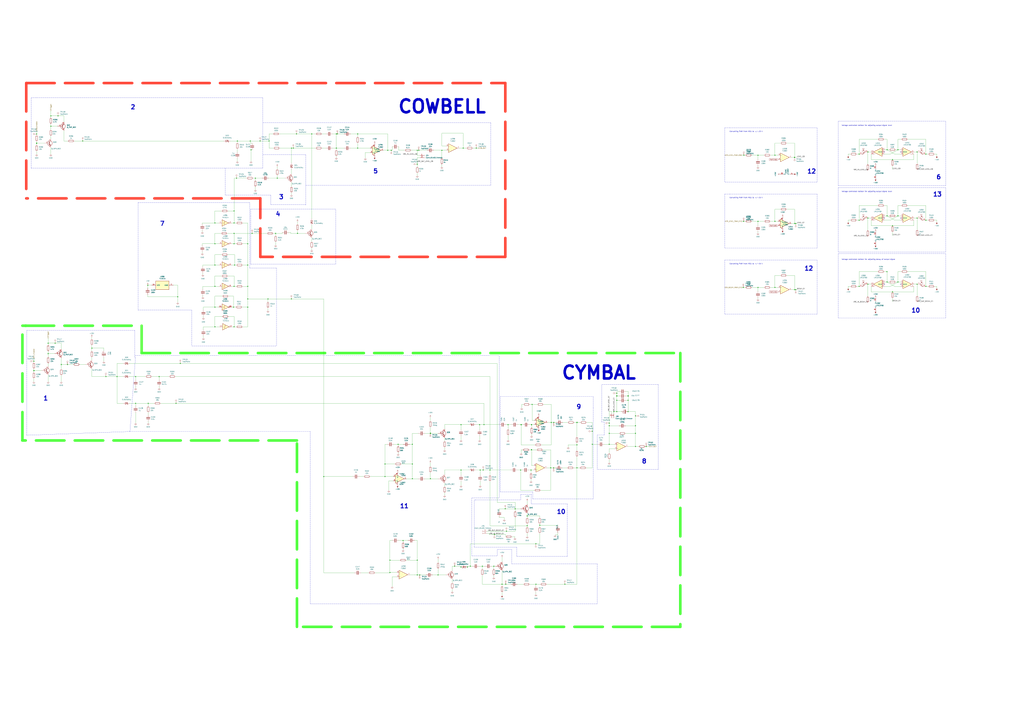
<source format=kicad_sch>
(kicad_sch (version 20211123) (generator eeschema)
  (paper "A0")
  (lib_symbols
    (symbol "74xx:74HC14" (pin_names (offset 1.016))
      (property "Reference" "U" (at 0 1.27 0))
      (property "Value" "74HC14" (at 0 -1.27 0))
      (symbol "74HC14_1_0"
        (pin input line (at -7.62 0 0) (length 3.81) (name "~") (number "1"))
        (pin output inverted (at 7.62 0 180) (length 3.81) (name "~") (number "2"))
      )
      (symbol "74HC14_2_0"
        (pin input line (at -7.62 0 0) (length 3.81) (name "~") (number "3"))
        (pin output inverted (at 7.62 0 180) (length 3.81) (name "~") (number "4"))
      )
      (symbol "74HC14_3_0"
        (pin input line (at -7.62 0 0) (length 3.81) (name "~") (number "5"))
        (pin output inverted (at 7.62 0 180) (length 3.81) (name "~") (number "6"))
      )
      (symbol "74HC14_4_0"
        (pin output inverted (at 7.62 0 180) (length 3.81) (name "~") (number "8"))
        (pin input line (at -7.62 0 0) (length 3.81) (name "~") (number "9"))
      )
      (symbol "74HC14_5_0"
        (pin output inverted (at 7.62 0 180) (length 3.81) (name "~") (number "10"))
        (pin input line (at -7.62 0 0) (length 3.81) (name "~") (number "11"))
      )
      (symbol "74HC14_6_0"
        (pin output inverted (at 7.62 0 180) (length 3.81) (name "~") (number "12"))
        (pin input line (at -7.62 0 0) (length 3.81) (name "~") (number "13"))
      )
      (symbol "74HC14_7_0"
        (pin power_in line (at 0 12.7 270) (length 5.08) (name "VCC") (number "14"))
        (pin power_in line (at 0 -12.7 90) (length 5.08) (name "GND") (number "7"))
      )
    )
    (symbol "Amplifier_Operational:LM13700" (pin_names (offset 0.127))
      (property "Reference" "U" (at 3.81 5.08 0))
      (property "Value" "LM13700" (at 5.08 -5.08 0))
      (symbol "LM13700_1_1"
        (pin output line (at 7.62 0 180) (length 2.54) (name "~") (number "12"))
        (pin input line (at -7.62 2.54 0) (length 2.54) (name "-") (number "13"))
        (pin input line (at -7.62 -2.54 0) (length 2.54) (name "+") (number "14"))
        (pin input line (at -7.62 0 0) (length 2.54) (name "DIODE_BIAS") (number "15"))
        (pin input line (at 7.62 -2.54 180) (length 2.54) (name "~") (number "16"))
      )
      (symbol "LM13700_2_1"
        (text "V+" (at -2.54 3.81 0) (effects (font (size 1.27 1.27))))
        (pin input line (at -7.62 0 0) (length 3.81) (name "~") (number "10"))
        (pin output line (at 2.54 -2.54 180) (length 3.81) (name "~") (number "9"))
      )
      (symbol "LM13700_3_1"
        (pin input line (at 7.62 -2.54 180) (length 2.54) (name "~") (number "1"))
        (pin input line (at -7.62 0 0) (length 2.54) (name "DIODE_BIAS") (number "2"))
        (pin input line (at -7.62 -2.54 0) (length 2.54) (name "+") (number "3"))
        (pin input line (at -7.62 2.54 0) (length 2.54) (name "-") (number "4"))
        (pin output line (at 7.62 0 180) (length 2.54) (name "~") (number "5"))
      )
      (symbol "LM13700_4_0"
        (text "V+" (at -2.54 3.81 0) (effects (font (size 1.27 1.27))))
      )
      (symbol "LM13700_4_1"
        (pin input line (at -7.62 0 0) (length 3.81) (name "~") (number "7"))
        (pin output line (at 2.54 -2.54 180) (length 3.81) (name "~") (number "8"))
      )
      (symbol "LM13700_5_1"
        (pin power_in line (at -2.54 7.62 270) (length 3.81) (name "V+") (number "11"))
        (pin power_in line (at -2.54 -7.62 90) (length 3.81) (name "V-") (number "6"))
      )
    )
    (symbol "Amplifier_Operational:TL062" (pin_names (offset 0.127))
      (property "Reference" "U" (at 0 5.08 0))
      (property "Value" "TL062" (at 0 -5.08 0))
      (symbol "TL062_1_1"
        (pin output line (at 7.62 0 180) (length 2.54) (name "~") (number "1"))
        (pin input line (at -7.62 -2.54 0) (length 2.54) (name "-") (number "2"))
        (pin input line (at -7.62 2.54 0) (length 2.54) (name "+") (number "3"))
      )
      (symbol "TL062_2_1"
        (pin input line (at -7.62 2.54 0) (length 2.54) (name "+") (number "5"))
        (pin input line (at -7.62 -2.54 0) (length 2.54) (name "-") (number "6"))
        (pin output line (at 7.62 0 180) (length 2.54) (name "~") (number "7"))
      )
      (symbol "TL062_3_1"
        (pin power_in line (at -2.54 -7.62 90) (length 3.81) (name "V-") (number "4"))
        (pin power_in line (at -2.54 7.62 270) (length 3.81) (name "V+") (number "8"))
      )
    )
    (symbol "Connector:Conn_01x02_Female" (pin_names (offset 1.016) hide)
      (property "Reference" "J" (at 0 2.54 0))
      (property "Value" "Conn_01x02_Female" (at 0 -5.08 0))
      (symbol "Conn_01x02_Female_1_1"
        (pin passive line (at -5.08 0 0) (length 3.81) (name "Pin_1") (number "1"))
        (pin passive line (at -5.08 -2.54 0) (length 3.81) (name "Pin_2") (number "2"))
      )
    )
    (symbol "Connector:TestPoint" (pin_numbers hide) (pin_names (offset 0.762) hide)
      (property "Reference" "TP" (at 0 6.858 0))
      (property "Value" "TestPoint" (at 0 5.08 0))
      (symbol "TestPoint_1_1"
        (pin passive line (at 0 0 90) (length 2.54) (name "1") (number "1"))
      )
    )
    (symbol "Device:C" (pin_numbers hide) (pin_names (offset 0.254))
      (property "Reference" "C" (at 0.635 2.54 0))
      (property "Value" "C" (at 0.635 -2.54 0))
      (symbol "C_1_1"
        (pin passive line (at 0 3.81 270) (length 2.794) (name "~") (number "1"))
        (pin passive line (at 0 -3.81 90) (length 2.794) (name "~") (number "2"))
      )
    )
    (symbol "Device:C_Polarized" (pin_numbers hide) (pin_names (offset 0.254))
      (property "Reference" "C" (at 0.635 2.54 0))
      (property "Value" "C_Polarized" (at 0.635 -2.54 0))
      (symbol "C_Polarized_1_1"
        (pin passive line (at 0 3.81 270) (length 2.794) (name "~") (number "1"))
        (pin passive line (at 0 -3.81 90) (length 2.794) (name "~") (number "2"))
      )
    )
    (symbol "Device:D_Schottky" (pin_numbers hide) (pin_names (offset 1.016) hide)
      (property "Reference" "D" (at 0 2.54 0))
      (property "Value" "D_Schottky" (at 0 -2.54 0))
      (symbol "D_Schottky_1_1"
        (pin passive line (at -3.81 0 0) (length 2.54) (name "K") (number "1"))
        (pin passive line (at 3.81 0 180) (length 2.54) (name "A") (number "2"))
      )
    )
    (symbol "Device:Q_NPN_BCE" (pin_names (offset 0) hide)
      (property "Reference" "Q" (at 5.08 1.27 0))
      (property "Value" "Q_NPN_BCE" (at 5.08 -1.27 0))
      (symbol "Q_NPN_BCE_1_1"
        (pin input line (at -5.08 0 0) (length 5.715) (name "B") (number "1"))
        (pin passive line (at 2.54 5.08 270) (length 2.54) (name "C") (number "2"))
        (pin passive line (at 2.54 -5.08 90) (length 2.54) (name "E") (number "3"))
      )
    )
    (symbol "Device:Q_PNP_BCE" (pin_names (offset 0) hide)
      (property "Reference" "Q" (at 5.08 1.27 0))
      (property "Value" "Q_PNP_BCE" (at 5.08 -1.27 0))
      (symbol "Q_PNP_BCE_1_1"
        (pin input line (at -5.08 0 0) (length 5.715) (name "B") (number "1"))
        (pin passive line (at 2.54 5.08 270) (length 2.54) (name "C") (number "2"))
        (pin passive line (at 2.54 -5.08 90) (length 2.54) (name "E") (number "3"))
      )
    )
    (symbol "Device:R" (pin_numbers hide) (pin_names (offset 0))
      (property "Reference" "R" (at 2.032 0 90))
      (property "Value" "R" (at 0 0 90))
      (symbol "R_1_1"
        (pin passive line (at 0 3.81 270) (length 1.27) (name "~") (number "1"))
        (pin passive line (at 0 -3.81 90) (length 1.27) (name "~") (number "2"))
      )
    )
    (symbol "power:+15V" (power) (pin_names (offset 0))
      (property "Value" "+15V" (at 0 3.556 0))
      (symbol "+15V_1_1"
        (pin power_in line (at 0 0 90) (length 0) hide (name "+15V") (number "1"))
      )
    )
    (symbol "power:+5V" (power) (pin_names (offset 0))
      (property "Value" "+5V" (at 0 3.556 0))
      (symbol "+5V_1_1"
        (pin power_in line (at 0 0 90) (length 0) hide (name "+5V") (number "1"))
      )
    )
    (symbol "power:-15V" (power) (pin_names (offset 0))
      (property "Value" "-15V" (at 0 3.81 0))
      (symbol "-15V_0_0"
        (pin power_in line (at 0 0 90) (length 0) hide (name "-15V") (number "1"))
      )
    )
    (symbol "power:GND" (power) (pin_names (offset 0))
      (property "Value" "GND" (at 0 -3.81 0))
      (symbol "GND_1_1"
        (pin power_in line (at 0 0 270) (length 0) hide (name "GND") (number "1"))
      )
    )
  )
  (junction (at 553.0284 172.085))
  (junction (at 587.2293 678.815))
  (junction (at 184.785 437.515))
  (junction (at 880.11 180.34))
  (junction (at 729.2906 460.0448))
  (junction (at 1064.895 330.2))
  (junction (at 1029.8474 315.595))
  (junction (at 589.915 493.395))
  (junction (at 271.78 271.145))
  (junction (at 560.07 657.86))
  (junction (at 1036.32 262.255))
  (junction (at 880.11 334.01))
  (junction (at 716.153 460.0448))
  (junction (at 1007.745 176.53))
  (junction (at 1042.67 173.99))
  (junction (at 737.87 518.795))
  (junction (at 321.945 207.01))
  (junction (at 361.95 155.575))
  (junction (at 287.655 332.74))
  (junction (at 716.2096 456.9081))
  (junction (at 737.87 483.2075))
  (junction (at 484.505 668.02))
  (junction (at 484.505 174.625))
  (junction (at 716.153 465.1248))
  (junction (at 670.0194 490.855))
  (junction (at 447.04 553.72))
  (junction (at 622.2125 631.825))
  (junction (at 157.48 437.515))
  (junction (at 42.545 155.6883))
  (junction (at 535.305 546.1))
  (junction (at 1007.745 253.365))
  (junction (at 863.4554 257.175))
  (junction (at 375.92 553.72))
  (junction (at 478.79 516.255))
  (junction (at 484.505 650.875))
  (junction (at 287.655 307.975))
  (junction (at 561.975 493.395))
  (junction (at 750.3011 518.795))
  (junction (at 737.87 503.555))
  (junction (at 478.79 539.115))
  (junction (at 598.17 591.185))
  (junction (at 707.39 491.6432))
  (junction (at 617.1725 493.395))
  (junction (at 997.585 332.74))
  (junction (at 344.2909 155.575))
  (junction (at 1029.97 327.66))
  (junction (at 707.39 503.555))
  (junction (at 1007.745 330.2))
  (junction (at 271.78 245.11))
  (junction (at 271.78 379.73))
  (junction (at 64.0371 398.78))
  (junction (at 287.655 283.21))
  (junction (at 271.145 356.87))
  (junction (at 513.08 174.625))
  (junction (at 42.545 166.37))
  (junction (at 508.635 668.02))
  (junction (at 249.555 332.74))
  (junction (at 716.2096 460.0448))
  (junction (at 737.87 494.665))
  (junction (at 59.055 146.685))
  (junction (at 1036.32 185.42))
  (junction (at 669.925 490.855))
  (junction (at 311.15 347.345))
  (junction (at 39.37 430.53))
  (junction (at 340.5693 172.085))
  (junction (at 617.855 469.9))
  (junction (at 249.555 356.87))
  (junction (at 171.5909 331.47))
  (junction (at 923.9936 259.715))
  (junction (at 729.4176 460.0448))
  (junction (at 467.995 628.015))
  (junction (at 556.895 493.395))
  (junction (at 655.8931 678.815))
  (junction (at 106.68 404.495))
  (junction (at 292.7466 271.145))
  (junction (at 997.585 179.07))
  (junction (at 1064.895 176.53))
  (junction (at 707.39 494.665))
  (junction (at 39.37 419.6732))
  (junction (at 922.655 336.55))
  (junction (at 922.655 259.715))
  (junction (at 612.14 599.44))
  (junction (at 560.9994 546.1))
  (junction (at 249.555 379.73))
  (junction (at 271.78 283.21))
  (junction (at 1042.67 327.66))
  (junction (at 537.845 172.085))
  (junction (at 291.465 174.0408))
  (junction (at 573.405 657.86))
  (junction (at 863.7405 180.34))
  (junction (at 922.655 182.88))
  (junction (at 669.925 543.56))
  (junction (at 535.178 658.876))
  (junction (at 574.0639 621.03))
  (junction (at 729.2906 465.1248))
  (junction (at 135.89 437.515))
  (junction (at 287.655 347.345))
  (junction (at 612.14 610.87))
  (junction (at 452.755 665.226))
  (junction (at 290.6047 163.83))
  (junction (at 707.39 516.255))
  (junction (at 67.3639 134.62))
  (junction (at 605.1393 493.395))
  (junction (at 642.9989 490.855))
  (junction (at 1075.055 179.07))
  (junction (at 390.525 155.575))
  (junction (at 249.555 283.21))
  (junction (at 997.585 255.905))
  (junction (at 617.22 522.605))
  (junction (at 617.22 493.395))
  (junction (at 716.153 478.282))
  (junction (at 712.724 478.282))
  (junction (at 206.375 344.805))
  (junction (at 899.795 334.01))
  (junction (at 320.04 271.145))
  (junction (at 586.6448 591.185))
  (junction (at 729.2906 478.282))
  (junction (at 454.2816 174.625))
  (junction (at 71.12 423.545))
  (junction (at 55.88 398.78))
  (junction (at 617.1725 522.605))
  (junction (at 642.8749 543.56))
  (junction (at 312.42 163.83))
  (junction (at 1075.055 332.74))
  (junction (at 899.795 257.175))
  (junction (at 639.445 543.56))
  (junction (at 1029.97 173.99))
  (junction (at 415.29 155.575))
  (junction (at 78.3446 423.545))
  (junction (at 391.7415 155.575))
  (junction (at 338.341 347.345))
  (junction (at 880.11 257.175))
  (junction (at 605.155 493.395))
  (junction (at 123.004 437.515))
  (junction (at 59.055 134.62))
  (junction (at 301.9864 163.83))
  (junction (at 1029.97 250.825))
  (junction (at 209.3518 422.275))
  (junction (at 640.08 490.855))
  (junction (at 55.88 410.845))
  (junction (at 922.605 182.88))
  (junction (at 557.53 546.1))
  (junction (at 622.3 678.815))
  (junction (at 499.745 556.26))
  (junction (at 499.745 503.555))
  (junction (at 588.0682 617.22))
  (junction (at 1036.32 339.09))
  (junction (at 296.545 207.01))
  (junction (at 338.455 172.085))
  (junction (at 1075.055 255.905))
  (junction (at 249.555 259.08))
  (junction (at 447.04 539.115))
  (junction (at 1064.895 253.365))
  (junction (at 899.795 180.34))
  (junction (at 484.505 190.7428))
  (junction (at 616.585 546.1))
  (junction (at 499.745 503.3284))
  (junction (at 535.305 493.395))
  (junction (at 1042.67 250.825))
  (junction (at 274.6326 207.01))
  (junction (at 923.9715 336.55))
  (junction (at 527.8696 657.86))
  (junction (at 486.2874 174.625))
  (junction (at 172.085 468.63))
  (junction (at 271.78 332.74))
  (junction (at 390.525 172.085))
  (junction (at 39.37 430.5981))
  (junction (at 272.415 307.975))
  (junction (at 42.545 166.412))
  (junction (at 863.0646 334.01))
  (junction (at 345.44 271.145))
  (junction (at 415.29 172.085))
  (junction (at 478.79 556.26))
  (junction (at 450.215 174.625))
  (junction (at 626.745 610.235))
  (junction (at 462.28 516.255))
  (junction (at 542.798 658.876))
  (junction (at 568.96 546.1))
  (junction (at 604.52 546.1))
  (junction (at 687.705 501.0712))
  (junction (at 582.93 678.815))
  (junction (at 452.755 650.875))
  (junction (at 157.48 468.63))
  (junction (at 271.78 259.08))
  (junction (at 96.0203 163.83))
  (junction (at 275.59 163.83))
  (junction (at 249.555 307.975))
  (junction (at 687.705 516.255))
  (junction (at 546.1 657.86))
  (junction (at 669.925 516.89))
  (junction (at 204.3896 468.63))
  (junction (at 487.3041 668.02))
  (junction (at 287.655 356.87))
  (no_connect (at 1026.795 253.365))
  (no_connect (at 1045.845 330.2))
  (no_connect (at 1026.795 176.53))
  (no_connect (at 1026.795 330.2))
  (no_connect (at 1045.845 176.53))
  (no_connect (at 1045.845 253.365))
  (wire (pts (xy 1026.795 250.825) (xy 1029.97 250.825)))
  (wire (pts (xy 666.75 490.855) (xy 669.925 490.855)))
  (wire (pts (xy 74.295 141.605) (xy 74.295 134.62)))
  (wire (pts (xy 863.4554 257.175) (xy 865.505 257.175)))
  (polyline (pts (xy 164.465 378.46) (xy 164.465 410.21)) (stroke (width 3) (color 92 255 69 1)))
  (wire (pts (xy 1026.795 332.74) (xy 1033.78 332.74)))
  (wire (pts (xy 499.745 485.14) (xy 499.745 488.95)))
  (polyline (pts (xy 973.455 292.735) (xy 1097.915 292.735)))
  (wire (pts (xy 417.195 553.72) (xy 422.275 553.72)))
  (wire (pts (xy 669.925 530.86) (xy 669.925 543.56)))
  (wire (pts (xy 669.925 490.855) (xy 669.925 507.365)))
  (wire (pts (xy 508.635 661.035) (xy 508.635 668.02)))
  (wire (pts (xy 338.455 224.155) (xy 338.455 226.06)))
  (wire (pts (xy 601.345 493.395) (xy 605.1393 493.395)))
  (wire (pts (xy 271.78 259.08) (xy 274.32 259.08)))
  (wire (pts (xy 647.8016 621.665) (xy 644.525 621.665)))
  (wire (pts (xy 687.705 543.56) (xy 680.72 543.56)))
  (wire (pts (xy 894.715 334.01) (xy 899.795 334.01)))
  (wire (pts (xy 249.555 307.975) (xy 254 307.975)))
  (wire (pts (xy 707.39 526.415) (xy 707.39 521.335)))
  (wire (pts (xy 552.45 546.1) (xy 557.53 546.1)))
  (wire (pts (xy 707.39 534.035) (xy 707.39 537.21)))
  (wire (pts (xy 466.09 539.115) (xy 478.79 539.115)))
  (wire (pts (xy 1042.67 161.925) (xy 1046.48 161.925)))
  (wire (pts (xy 327.7108 270.1036) (xy 327.7108 271.145)))
  (wire (pts (xy 997.585 161.925) (xy 1019.175 161.925)))
  (wire (pts (xy 716.2096 460.0448) (xy 719.0036 460.0448)))
  (polyline (pts (xy 577.596 638.302) (xy 594.106 638.302)))
  (wire (pts (xy 499.745 537.845) (xy 499.745 541.655)))
  (polyline (pts (xy 355.092 237.744) (xy 314.452 237.744)))
  (wire (pts (xy 1036.32 346.71) (xy 1036.32 350.52)))
  (wire (pts (xy 1011.555 262.255) (xy 1036.32 262.255)))
  (wire (pts (xy 429.895 177.165) (xy 424.18 177.165)))
  (wire (pts (xy 172.085 468.63) (xy 172.085 471.805)))
  (wire (pts (xy 560.07 657.86) (xy 563.245 657.86)))
  (wire (pts (xy 435.61 665.48) (xy 452.755 665.48)))
  (wire (pts (xy 1061.085 332.74) (xy 1061.085 339.09)))
  (wire (pts (xy 899.795 166.37) (xy 906.145 166.37)))
  (wire (pts (xy 598.17 591.185) (xy 598.17 593.725)))
  (wire (pts (xy 880.11 257.175) (xy 887.095 257.175)))
  (wire (pts (xy 257.175 320.675) (xy 249.555 320.675)))
  (wire (pts (xy 687.705 516.255) (xy 694.055 516.255)))
  (wire (pts (xy 203.835 437.515) (xy 568.96 437.515)))
  (wire (pts (xy 390.525 155.575) (xy 391.7415 155.575)))
  (wire (pts (xy 481.4743 667.766) (xy 481.4743 668.02)))
  (wire (pts (xy 265.43 344.17) (xy 271.145 344.17)))
  (wire (pts (xy 1029.97 250.825) (xy 1032.51 250.825)))
  (wire (pts (xy 361.95 261.62) (xy 361.95 266.065)))
  (wire (pts (xy 726.6236 460.0448) (xy 729.2906 460.0448)))
  (polyline (pts (xy 580.898 571.5) (xy 580.898 460.756)))
  (wire (pts (xy 292.7604 166.4208) (xy 290.6047 166.4208)))
  (wire (pts (xy 39.37 430.5981) (xy 39.37 432.435)))
  (wire (pts (xy 235.585 332.74) (xy 249.555 332.74)))
  (wire (pts (xy 617.855 488.315) (xy 617.855 469.9)))
  (wire (pts (xy 880.11 334.01) (xy 887.095 334.01)))
  (wire (pts (xy 614.68 493.395) (xy 617.1725 493.395)))
  (wire (pts (xy 481.33 628.015) (xy 484.505 628.015)))
  (wire (pts (xy 484.505 174.625) (xy 484.505 180.594)))
  (wire (pts (xy 579.6026 600.7354) (xy 579.6026 601.345)))
  (polyline (pts (xy 594.106 638.302) (xy 594.106 655.066)))
  (wire (pts (xy 449.58 516.255) (xy 447.04 516.255)))
  (wire (pts (xy 568.96 546.1) (xy 593.09 546.1)))
  (wire (pts (xy 984.885 332.74) (xy 987.425 332.74)))
  (wire (pts (xy 296.545 217.17) (xy 296.545 220.345)))
  (polyline (pts (xy 688.848 460.756) (xy 688.848 473.71)))
  (wire (pts (xy 557.53 546.1) (xy 557.53 551.815)))
  (wire (pts (xy 585.47 601.345) (xy 585.47 603.25)))
  (wire (pts (xy 1040.13 173.99) (xy 1042.67 173.99)))
  (wire (pts (xy 290.6047 163.83) (xy 301.9864 163.83)))
  (wire (pts (xy 861.695 334.01) (xy 863.0646 334.01)))
  (wire (pts (xy 913.765 243.205) (xy 922.655 243.205)))
  (wire (pts (xy 707.39 503.555) (xy 707.39 494.665)))
  (wire (pts (xy 67.3639 134.62) (xy 74.295 134.62)))
  (wire (pts (xy 264.795 320.675) (xy 271.78 320.675)))
  (wire (pts (xy 873.125 180.34) (xy 880.11 180.34)))
  (wire (pts (xy 1042.67 327.66) (xy 1045.845 327.66)))
  (wire (pts (xy 235.585 335.915) (xy 235.585 332.74)))
  (wire (pts (xy 922.655 182.88) (xy 925.195 182.88)))
  (wire (pts (xy 729.4176 454.8378) (xy 729.4176 460.0448)))
  (wire (pts (xy 718.82 503.555) (xy 707.39 503.555)))
  (wire (pts (xy 71.12 436.245) (xy 71.12 443.23)))
  (wire (pts (xy 513.08 154.94) (xy 537.845 154.94)))
  (wire (pts (xy 574.0639 621.03) (xy 586.994 621.03)))
  (wire (pts (xy 234.95 259.08) (xy 249.555 259.08)))
  (wire (pts (xy 1026.795 327.66) (xy 1029.97 327.66)))
  (wire (pts (xy 55.88 393.065) (xy 55.88 398.78)))
  (wire (pts (xy 669.925 516.89) (xy 669.925 523.24)))
  (wire (pts (xy 647.8016 610.235) (xy 647.8016 611.1494)))
  (wire (pts (xy 1087.755 180.975) (xy 1087.755 179.07)))
  (wire (pts (xy 337.5079 271.145) (xy 345.44 271.145)))
  (wire (pts (xy 287.655 307.975) (xy 287.655 283.21)))
  (wire (pts (xy 516.255 508.635) (xy 516.255 512.445)))
  (wire (pts (xy 337.5079 270.1036) (xy 337.5079 271.145)))
  (wire (pts (xy 484.505 650.875) (xy 484.505 668.02)))
  (wire (pts (xy 120.65 415.29) (xy 120.65 419.735)))
  (wire (pts (xy 556.26 657.86) (xy 560.07 657.86)))
  (wire (pts (xy 275.59 165.735) (xy 275.59 163.83)))
  (wire (pts (xy 1075.055 238.76) (xy 1075.055 255.905)))
  (wire (pts (xy 59.055 144.145) (xy 59.055 146.685)))
  (polyline (pts (xy 789.94 728.345) (xy 344.805 728.345)) (stroke (width 3) (color 73 255 55 1)))
  (wire (pts (xy 487.934 183.134) (xy 484.505 183.134)))
  (wire (pts (xy 345.44 267.97) (xy 345.44 271.145)))
  (polyline (pts (xy 38.354 383.794) (xy 156.464 383.794)))
  (polyline (pts (xy 973.455 140.97) (xy 973.455 215.9)))
  (wire (pts (xy 499.745 503.3284) (xy 499.745 503.555)))
  (wire (pts (xy 71.12 405.765) (xy 71.12 398.78)))
  (wire (pts (xy 478.79 539.115) (xy 478.79 556.26)))
  (wire (pts (xy 361.95 276.225) (xy 361.95 280.67)))
  (wire (pts (xy 287.655 379.73) (xy 287.655 356.87)))
  (polyline (pts (xy 1097.915 292.735) (xy 1097.915 217.805)))
  (wire (pts (xy 729.2906 460.0448) (xy 729.4176 460.0448)))
  (wire (pts (xy 460.756 670.306) (xy 455.295 670.306)))
  (wire (pts (xy 669.925 543.56) (xy 669.925 678.815)))
  (wire (pts (xy 64.0371 398.78) (xy 71.12 398.78)))
  (wire (pts (xy 542.925 658.876) (xy 542.798 658.876)))
  (wire (pts (xy 1026.795 179.07) (xy 1033.78 179.07)))
  (wire (pts (xy 863.0646 334.01) (xy 865.505 334.01)))
  (wire (pts (xy 615.315 678.815) (xy 622.3 678.815)))
  (wire (pts (xy 716.153 465.1248) (xy 716.153 460.0448)))
  (wire (pts (xy 271.78 332.74) (xy 271.78 320.675)))
  (wire (pts (xy 1029.97 173.99) (xy 1029.97 161.925)))
  (wire (pts (xy 287.655 259.08) (xy 281.94 259.08)))
  (wire (pts (xy 281.94 379.73) (xy 287.655 379.73)))
  (wire (pts (xy 552.45 493.395) (xy 556.895 493.395)))
  (wire (pts (xy 622.3 680.72) (xy 622.3 678.815)))
  (polyline (pts (xy 973.455 217.805) (xy 1097.915 217.805)))
  (wire (pts (xy 573.405 657.86) (xy 575.31 657.86)))
  (wire (pts (xy 477.52 174.625) (xy 484.505 174.625)))
  (wire (pts (xy 294.005 207.01) (xy 296.545 207.01)))
  (polyline (pts (xy 547.878 645.668) (xy 577.596 645.668)))
  (wire (pts (xy 565.15 619.76) (xy 567.944 619.76)))
  (wire (pts (xy 716.153 460.0448) (xy 716.2096 460.0448)))
  (wire (pts (xy 707.39 494.665) (xy 718.82 494.665)))
  (wire (pts (xy 579.6026 601.345) (xy 585.47 601.345)))
  (wire (pts (xy 42.545 164.465) (xy 42.545 166.37)))
  (wire (pts (xy 726.44 503.555) (xy 737.87 503.555)))
  (wire (pts (xy 710.184 480.568) (xy 710.184 478.028)))
  (wire (pts (xy 391.7415 155.575) (xy 399.415 155.575)))
  (wire (pts (xy 1007.745 176.53) (xy 1007.745 190.5)))
  (polyline (pts (xy 948.69 302.26) (xy 948.69 365.125)))
  (polyline (pts (xy 841.375 302.26) (xy 847.09 302.26)))
  (wire (pts (xy 457.2 516.255) (xy 462.28 516.255)))
  (wire (pts (xy 588.0682 617.22) (xy 598.17 617.22)))
  (wire (pts (xy 429.895 553.72) (xy 447.04 553.72)))
  (wire (pts (xy 604.52 546.1) (xy 606.425 546.1)))
  (wire (pts (xy 535.305 657.86) (xy 535.305 658.876)))
  (wire (pts (xy 407.035 155.575) (xy 415.29 155.575)))
  (wire (pts (xy 1029.97 250.825) (xy 1038.86 255.905)))
  (wire (pts (xy 275.59 163.83) (xy 290.6047 163.83)))
  (wire (pts (xy 478.79 556.26) (xy 485.775 556.26)))
  (wire (pts (xy 737.87 478.282) (xy 737.87 483.2075)))
  (polyline (pts (xy 164.465 410.21) (xy 789.94 410.21)) (stroke (width 3) (color 73 255 55 1)))
  (wire (pts (xy 390.525 172.085) (xy 390.525 173.99)))
  (polyline (pts (xy 789.94 410.21) (xy 789.94 728.345)) (stroke (width 3) (color 73 255 55 1)))
  (polyline (pts (xy 36.068 113.538) (xy 42.926 113.538)))
  (wire (pts (xy 390.525 155.575) (xy 390.525 172.085)))
  (wire (pts (xy 619.76 541.02) (xy 617.22 541.02)))
  (wire (pts (xy 184.785 448.945) (xy 184.785 450.85)))
  (wire (pts (xy 605.1393 493.395) (xy 605.155 493.395)))
  (wire (pts (xy 142.875 468.63) (xy 135.89 468.63)))
  (wire (pts (xy 171.5909 331.47) (xy 175.895 331.47)))
  (wire (pts (xy 670.0194 490.855) (xy 673.735 490.855)))
  (wire (pts (xy 997.585 315.595) (xy 997.585 332.74)))
  (wire (pts (xy 271.78 283.21) (xy 274.32 283.21)))
  (wire (pts (xy 626.745 610.235) (xy 647.8016 610.235)))
  (wire (pts (xy 729.107 478.282) (xy 729.2906 478.282)))
  (wire (pts (xy 616.585 556.895) (xy 616.585 558.8)))
  (polyline (pts (xy 156.718 413.258) (xy 579.628 413.258)))
  (polyline (pts (xy 160.274 313.944) (xy 160.274 360.426)))
  (polyline (pts (xy 948.69 211.455) (xy 841.375 211.455)))
  (polyline (pts (xy 586.74 96.52) (xy 586.74 298.45)) (stroke (width 3) (color 255 67 53 1)))
  (wire (pts (xy 206.375 331.47) (xy 206.375 344.805)))
  (wire (pts (xy 106.68 404.495) (xy 120.65 404.495)))
  (polyline (pts (xy 973.455 369.57) (xy 1097.915 369.57)))
  (wire (pts (xy 516.255 572.77) (xy 516.255 575.31)))
  (polyline (pts (xy 580.898 460.756) (xy 688.848 460.756)))
  (wire (pts (xy 484.505 174.625) (xy 486.2874 174.625)))
  (wire (pts (xy 55.88 398.78) (xy 64.0371 398.78)))
  (wire (pts (xy 701.675 516.255) (xy 707.39 516.255)))
  (wire (pts (xy 1042.67 327.66) (xy 1033.78 332.74)))
  (polyline (pts (xy 389.636 307.086) (xy 389.636 242.824)))
  (wire (pts (xy 659.765 519.43) (xy 659.765 516.89)))
  (polyline (pts (xy 291.084 250.952) (xy 291.084 307.086)))
  (wire (pts (xy 374.015 172.085) (xy 378.46 172.085)))
  (wire (pts (xy 471.805 556.26) (xy 478.79 556.26)))
  (polyline (pts (xy 314.452 237.744) (xy 314.452 226.822)))
  (wire (pts (xy 1007.745 253.365) (xy 1011.555 253.365)))
  (wire (pts (xy 42.545 166.37) (xy 51.435 166.37)))
  (wire (pts (xy 1011.555 185.42) (xy 1036.32 185.42)))
  (wire (pts (xy 59.055 134.62) (xy 67.3639 134.62)))
  (wire (pts (xy 612.14 608.965) (xy 612.14 610.87)))
  (wire (pts (xy 1036.32 193.04) (xy 1036.32 196.85)))
  (wire (pts (xy 1026.795 255.905) (xy 1033.78 255.905)))
  (wire (pts (xy 616.585 546.1) (xy 619.76 546.1)))
  (wire (pts (xy 1045.845 332.74) (xy 1038.86 332.74)))
  (wire (pts (xy 561.975 493.395) (xy 579.755 493.395)))
  (wire (pts (xy 560.07 668.655) (xy 560.07 678.815)))
  (wire (pts (xy 96.0203 163.83) (xy 259.715 163.83)))
  (wire (pts (xy 612.14 610.87) (xy 612.14 612.14)))
  (wire (pts (xy 311.912 207.01) (xy 321.945 207.01)))
  (polyline (pts (xy 30.988 505.714) (xy 30.988 383.794)))
  (wire (pts (xy 716.2096 454.8378) (xy 719.0036 454.8378)))
  (wire (pts (xy 729.2906 478.282) (xy 737.87 478.282)))
  (wire (pts (xy 707.39 491.6432) (xy 707.39 478.028)))
  (wire (pts (xy 525.145 657.86) (xy 525.145 662.94)))
  (wire (pts (xy 513.08 191.135) (xy 513.08 193.675)))
  (wire (pts (xy 271.78 332.74) (xy 274.32 332.74)))
  (polyline (pts (xy 973.455 294.64) (xy 1097.915 294.64)))
  (wire (pts (xy 535.305 546.1) (xy 535.305 551.815)))
  (wire (pts (xy 918.718 259.715) (xy 922.655 259.715)))
  (wire (pts (xy 415.29 166.37) (xy 415.29 172.085)))
  (wire (pts (xy 291.465 173.99) (xy 291.465 174.0408)))
  (wire (pts (xy 899.795 320.04) (xy 906.145 320.04)))
  (wire (pts (xy 338.455 172.085) (xy 340.5693 172.085)))
  (wire (pts (xy 1042.67 161.925) (xy 1042.67 173.99)))
  (wire (pts (xy 39.37 430.53) (xy 48.26 430.53)))
  (polyline (pts (xy 616.966 585.47) (xy 658.876 585.47)))
  (wire (pts (xy 290.6047 166.4208) (xy 290.6047 163.83)))
  (wire (pts (xy 861.695 257.175) (xy 863.4554 257.175)))
  (polyline (pts (xy 321.056 311.404) (xy 289.814 311.404)))
  (wire (pts (xy 486.2874 174.625) (xy 495.935 174.625)))
  (wire (pts (xy 913.765 320.04) (xy 922.655 320.04)))
  (wire (pts (xy 281.94 283.21) (xy 287.655 283.21)))
  (wire (pts (xy 1075.055 161.925) (xy 1075.055 179.07)))
  (wire (pts (xy 922.655 259.715) (xy 923.9936 259.715)))
  (wire (pts (xy 737.87 483.2075) (xy 737.87 494.665)))
  (wire (pts (xy 553.0284 172.085) (xy 555.625 172.085)))
  (wire (pts (xy 1029.97 327.66) (xy 1032.51 327.66)))
  (wire (pts (xy 157.48 448.945) (xy 157.48 450.85)))
  (wire (pts (xy 587.2293 678.815) (xy 593.09 678.815)))
  (polyline (pts (xy 693.42 505.46) (xy 701.802 505.46)))
  (wire (pts (xy 311.15 347.345) (xy 287.655 347.345)))
  (wire (pts (xy 582.93 678.815) (xy 587.2293 678.815)))
  (wire (pts (xy 1077.595 179.07) (xy 1075.055 179.07)))
  (wire (pts (xy 42.545 166.37) (xy 42.545 166.412)))
  (wire (pts (xy 1077.595 332.74) (xy 1075.055 332.74)))
  (wire (pts (xy 899.795 320.04) (xy 899.795 334.01)))
  (wire (pts (xy 1011.555 332.74) (xy 1011.555 339.09)))
  (wire (pts (xy 880.11 346.075) (xy 880.11 347.345)))
  (polyline (pts (xy 577.596 645.668) (xy 577.596 638.302)))
  (wire (pts (xy 320.04 271.145) (xy 327.7108 271.145)))
  (wire (pts (xy 487.3041 668.02) (xy 494.665 668.02)))
  (polyline (pts (xy 693.42 655.066) (xy 693.42 701.548)))
  (wire (pts (xy 1029.97 173.99) (xy 1032.51 173.99)))
  (wire (pts (xy 1045.845 255.905) (xy 1038.86 255.905)))
  (wire (pts (xy 516.255 493.395) (xy 535.305 493.395)))
  (wire (pts (xy 120.65 407.67) (xy 120.65 404.495)))
  (wire (pts (xy 287.655 283.21) (xy 287.655 259.08)))
  (wire (pts (xy 201.295 331.47) (xy 206.375 331.47)))
  (wire (pts (xy 292.7604 174.0408) (xy 291.465 174.0408)))
  (wire (pts (xy 666.115 543.56) (xy 669.925 543.56)))
  (polyline (pts (xy 579.628 578.358) (xy 547.878 578.358)))
  (wire (pts (xy 513.08 183.515) (xy 513.08 174.625)))
  (wire (pts (xy 450.215 155.575) (xy 450.215 174.625)))
  (polyline (pts (xy 599.948 646.43) (xy 599.948 635.762)))
  (wire (pts (xy 455.295 628.015) (xy 452.755 628.015)))
  (wire (pts (xy 1042.67 315.595) (xy 1042.67 327.66)))
  (wire (pts (xy 995.045 179.07) (xy 997.585 179.07)))
  (wire (pts (xy 589.915 493.395) (xy 593.725 493.395)))
  (polyline (pts (xy 948.69 288.29) (xy 841.375 288.29)))
  (wire (pts (xy 728.98 518.795) (xy 737.87 518.795)))
  (wire (pts (xy 269.875 379.73) (xy 271.78 379.73)))
  (wire (pts (xy 338.455 212.09) (xy 338.455 216.535)))
  (wire (pts (xy 55.88 435.61) (xy 55.88 443.23)))
  (wire (pts (xy 287.655 332.74) (xy 281.94 332.74)))
  (wire (pts (xy 687.705 501.0712) (xy 687.705 516.255)))
  (wire (pts (xy 1036.32 269.875) (xy 1036.32 273.685)))
  (wire (pts (xy 478.79 503.555) (xy 485.775 503.555)))
  (wire (pts (xy 582.93 662.94) (xy 582.93 678.815)))
  (wire (pts (xy 236.22 360.045) (xy 236.22 356.87)))
  (wire (pts (xy 59.055 146.685) (xy 59.055 150.495)))
  (wire (pts (xy 311.15 347.345) (xy 338.341 347.345)))
  (wire (pts (xy 1061.085 339.09) (xy 1036.32 339.09)))
  (wire (pts (xy 612.14 599.44) (xy 612.14 601.345)))
  (wire (pts (xy 568.96 437.515) (xy 568.96 546.1)))
  (wire (pts (xy 737.87 518.795) (xy 741.68 518.795)))
  (wire (pts (xy 447.04 539.115) (xy 447.04 553.72)))
  (wire (pts (xy 1061.085 185.42) (xy 1036.32 185.42)))
  (wire (pts (xy 573.405 668.655) (xy 573.405 670.56)))
  (wire (pts (xy 1042.67 315.595) (xy 1046.48 315.595)))
  (wire (pts (xy 899.795 243.205) (xy 899.795 257.175)))
  (wire (pts (xy 71.12 423.545) (xy 71.12 428.625)))
  (wire (pts (xy 338.341 347.345) (xy 375.92 347.345)))
  (wire (pts (xy 462.915 628.015) (xy 467.995 628.015)))
  (wire (pts (xy 287.655 307.975) (xy 287.655 332.74)))
  (wire (pts (xy 570.865 657.86) (xy 573.405 657.86)))
  (wire (pts (xy 338.455 196.85) (xy 338.455 201.93)))
  (wire (pts (xy 719.1306 465.1248) (xy 716.153 465.1248)))
  (wire (pts (xy 135.89 437.515) (xy 135.89 468.63)))
  (wire (pts (xy 236.22 382.905) (xy 236.22 379.73)))
  (wire (pts (xy 42.545 175.895) (xy 42.545 179.07)))
  (wire (pts (xy 923.9715 336.55) (xy 925.195 336.55)))
  (wire (pts (xy 467.995 628.015) (xy 473.71 628.015)))
  (wire (pts (xy 234.95 260.35) (xy 234.95 259.08)))
  (wire (pts (xy 1061.085 253.365) (xy 1064.895 253.365)))
  (polyline (pts (xy 551.942 580.898) (xy 604.52 580.898)))
  (wire (pts (xy 605.79 473.71) (xy 605.79 469.9)))
  (wire (pts (xy 206.375 344.805) (xy 206.375 351.155)))
  (wire (pts (xy 475.996 667.766) (xy 481.4743 667.766)))
  (wire (pts (xy 481.4743 668.02) (xy 484.505 668.02)))
  (wire (pts (xy 631.19 469.9) (xy 640.08 469.9)))
  (wire (pts (xy 264.795 295.91) (xy 272.415 295.91)))
  (wire (pts (xy 617.855 469.9) (xy 623.57 469.9)))
  (wire (pts (xy 749.3 518.795) (xy 750.3011 518.795)))
  (wire (pts (xy 338.455 189.23) (xy 338.455 172.085)))
  (wire (pts (xy 478.79 503.555) (xy 478.79 516.255)))
  (wire (pts (xy 171.45 331.47) (xy 171.5909 331.47)))
  (wire (pts (xy 525.145 684.53) (xy 525.145 687.07)))
  (wire (pts (xy 271.78 283.21) (xy 271.78 271.145)))
  (polyline (pts (xy 841.375 225.425) (xy 847.09 225.425)))
  (wire (pts (xy 617.22 493.395) (xy 617.22 496.57)))
  (wire (pts (xy 186.69 468.63) (xy 204.3896 468.63)))
  (wire (pts (xy 321.945 207.01) (xy 330.835 207.01)))
  (wire (pts (xy 639.445 543.56) (xy 642.8749 543.56)))
  (wire (pts (xy 39.37 440.055) (xy 39.37 443.23)))
  (polyline (pts (xy 321.056 401.828) (xy 321.056 311.404)))
  (polyline (pts (xy 847.09 148.59) (xy 948.69 148.59)))
  (wire (pts (xy 424.18 177.165) (xy 424.18 183.515)))
  (wire (pts (xy 150.495 422.275) (xy 209.3518 422.275)))
  (wire (pts (xy 508.635 649.605) (xy 508.635 653.415)))
  (wire (pts (xy 345.44 257.81) (xy 345.44 260.35)))
  (wire (pts (xy 484.505 628.015) (xy 484.505 650.875)))
  (wire (pts (xy 269.24 356.87) (xy 271.145 356.87)))
  (wire (pts (xy 622.3 678.815) (xy 627.38 678.815)))
  (polyline (pts (xy 305.308 179.832) (xy 355.092 179.832)))
  (wire (pts (xy 499.745 556.26) (xy 493.395 556.26)))
  (wire (pts (xy 42.545 166.412) (xy 42.545 168.275)))
  (wire (pts (xy 620.395 488.315) (xy 617.855 488.315)))
  (wire (pts (xy 462.28 525.78) (xy 462.28 527.05)))
  (wire (pts (xy 249.555 367.665) (xy 249.555 379.73)))
  (polyline (pts (xy 948.69 148.59) (xy 948.69 211.455)))
  (wire (pts (xy 716.2096 456.9081) (xy 716.2096 454.8378)))
  (polyline (pts (xy 973.455 217.805) (xy 973.455 292.735)))
  (wire (pts (xy 899.795 334.01) (xy 903.605 334.01)))
  (wire (pts (xy 605.155 526.415) (xy 605.155 522.605)))
  (wire (pts (xy 460.756 665.226) (xy 452.755 665.226)))
  (wire (pts (xy 78.3446 423.545) (xy 85.09 423.545)))
  (wire (pts (xy 605.155 522.605) (xy 607.06 522.605)))
  (wire (pts (xy 311.15 358.14) (xy 311.15 360.68)))
  (wire (pts (xy 640.08 490.855) (xy 642.9989 490.855)))
  (wire (pts (xy 913.765 166.37) (xy 922.655 166.37)))
  (wire (pts (xy 291.465 174.0408) (xy 291.465 187.325)))
  (polyline (pts (xy 841.375 288.29) (xy 841.375 225.425)))
  (wire (pts (xy 535.305 546.1) (xy 544.83 546.1)))
  (wire (pts (xy 386.08 155.575) (xy 390.525 155.575)))
  (wire (pts (xy 325.12 172.085) (xy 338.455 172.085)))
  (wire (pts (xy 640.08 490.855) (xy 635.635 490.855)))
  (wire (pts (xy 616.585 549.275) (xy 616.585 546.1)))
  (polyline (pts (xy 688.848 473.71) (xy 688.848 579.628)))
  (wire (pts (xy 594.614 623.57) (xy 597.916 623.57)))
  (polyline (pts (xy 973.455 215.9) (xy 1097.915 215.9)))
  (wire (pts (xy 535.305 658.876) (xy 535.178 658.876)))
  (wire (pts (xy 640.08 516.89) (xy 640.08 490.855)))
  (wire (pts (xy 899.795 180.34) (xy 903.605 180.34)))
  (wire (pts (xy 256.54 271.145) (xy 249.555 271.145)))
  (wire (pts (xy 249.555 259.08) (xy 254 259.08)))
  (wire (pts (xy 659.765 516.89) (xy 669.925 516.89)))
  (wire (pts (xy 923.9936 259.715) (xy 925.195 259.715)))
  (wire (pts (xy 340.5693 172.085) (xy 366.395 172.085)))
  (wire (pts (xy 922.655 336.55) (xy 923.9715 336.55)))
  (polyline (pts (xy 344.805 728.345) (xy 344.805 511.81)) (stroke (width 3) (color 73 255 55 1)))
  (wire (pts (xy 1061.085 179.07) (xy 1061.085 185.42)))
  (wire (pts (xy 171.45 331.47) (xy 171.45 334.645)))
  (polyline (pts (xy 701.802 490.474) (xy 698.754 490.474)))
  (wire (pts (xy 271.78 271.145) (xy 292.7466 271.145)))
  (wire (pts (xy 1061.085 262.255) (xy 1036.32 262.255)))
  (wire (pts (xy 537.845 154.94) (xy 537.845 172.085)))
  (wire (pts (xy 617.22 504.19) (xy 617.22 506.095)))
  (wire (pts (xy 375.92 347.345) (xy 375.92 553.72)))
  (wire (pts (xy 269.24 259.08) (xy 271.78 259.08)))
  (polyline (pts (xy 289.814 311.404) (xy 289.814 235.204)))
  (wire (pts (xy 687.705 516.255) (xy 687.705 543.56)))
  (wire (pts (xy 630.555 522.605) (xy 639.445 522.605)))
  (wire (pts (xy 1007.745 330.2) (xy 1007.745 344.17)))
  (wire (pts (xy 586.6448 591.185) (xy 598.17 591.185)))
  (wire (pts (xy 1040.13 250.825) (xy 1042.67 250.825)))
  (wire (pts (xy 899.795 243.205) (xy 906.145 243.205)))
  (polyline (pts (xy 157.226 415.544) (xy 150.876 501.396)))
  (polyline (pts (xy 618.49 571.5) (xy 580.898 571.5)))
  (wire (pts (xy 361.95 155.575) (xy 366.395 155.575)))
  (wire (pts (xy 249.555 332.74) (xy 254 332.74)))
  (wire (pts (xy 640.08 469.9) (xy 640.08 490.855)))
  (wire (pts (xy 172.085 489.585) (xy 172.085 491.49)))
  (wire (pts (xy 707.39 521.335) (xy 713.74 521.335)))
  (wire (pts (xy 257.175 295.91) (xy 249.555 295.91)))
  (wire (pts (xy 617.22 522.605) (xy 622.935 522.605)))
  (wire (pts (xy 172.085 479.425) (xy 172.085 481.965)))
  (wire (pts (xy 598.17 583.565) (xy 598.17 591.185)))
  (wire (pts (xy 614.045 546.1) (xy 616.585 546.1)))
  (wire (pts (xy 135.89 437.515) (xy 142.875 437.515)))
  (wire (pts (xy 527.8696 657.86) (xy 535.305 657.86)))
  (wire (pts (xy 39.37 419.6732) (xy 39.37 421.005)))
  (wire (pts (xy 390.525 172.085) (xy 386.08 172.085)))
  (wire (pts (xy 1087.755 255.905) (xy 1085.215 255.905)))
  (wire (pts (xy 516.255 546.1) (xy 535.305 546.1)))
  (wire (pts (xy 312.42 172.085) (xy 317.5 172.085)))
  (wire (pts (xy 712.724 480.568) (xy 712.724 478.282)))
  (wire (pts (xy 415.29 155.575) (xy 450.215 155.575)))
  (wire (pts (xy 626.745 619.76) (xy 626.745 631.825)))
  (wire (pts (xy 516.255 546.1) (xy 516.255 551.18)))
  (wire (pts (xy 647.8016 618.7694) (xy 647.8016 621.665)))
  (wire (pts (xy 712.724 478.282) (xy 716.153 478.282)))
  (wire (pts (xy 487.934 180.594) (xy 484.505 180.594)))
  (wire (pts (xy 652.78 543.56) (xy 658.495 543.56)))
  (wire (pts (xy 620.395 569.595) (xy 604.52 569.595)))
  (wire (pts (xy 997.585 161.925) (xy 997.585 179.07)))
  (wire (pts (xy 984.885 180.975) (xy 984.885 179.07)))
  (polyline (pts (xy 355.092 179.832) (xy 355.092 238.252)))
  (polyline (pts (xy 847.09 302.26) (xy 948.69 302.26)))
  (wire (pts (xy 729.4176 454.8378) (xy 726.6236 454.8378)))
  (wire (pts (xy 287.655 356.87) (xy 281.305 356.87)))
  (wire (pts (xy 605.155 493.395) (xy 605.155 516.89)))
  (polyline (pts (xy 841.375 365.125) (xy 841.375 302.26)))
  (wire (pts (xy 1026.795 238.76) (xy 1029.97 238.76)))
  (wire (pts (xy 271.78 259.08) (xy 271.78 245.11)))
  (polyline (pts (xy 586.74 298.45) (xy 302.26 298.45)) (stroke (width 3) (color 255 67 53 1)))
  (polyline (pts (xy 693.42 512.826) (xy 693.42 545.592)))
  (wire (pts (xy 516.255 493.395) (xy 516.255 498.475)))
  (wire (pts (xy 1064.895 330.2) (xy 1064.895 343.535)))
  (wire (pts (xy 1042.67 238.76) (xy 1042.67 250.825)))
  (wire (pts (xy 922.655 336.55) (xy 918.845 336.55)))
  (wire (pts (xy 1029.97 173.99) (xy 1038.86 179.07)))
  (wire (pts (xy 42.545 155.6883) (xy 42.545 156.845)))
  (wire (pts (xy 257.81 367.665) (xy 249.555 367.665)))
  (polyline (pts (xy 30.48 96.52) (xy 586.74 96.52)) (stroke (width 3) (color 255 67 53 1)))
  (wire (pts (xy 1054.1 161.925) (xy 1075.055 161.925)))
  (wire (pts (xy 462.9404 174.625) (xy 469.9 174.625)))
  (wire (pts (xy 626.745 610.235) (xy 626.745 612.14)))
  (wire (pts (xy 549.275 172.085) (xy 553.0284 172.085)))
  (wire (pts (xy 236.22 379.73) (xy 249.555 379.73)))
  (wire (pts (xy 39.37 428.625) (xy 39.37 430.53)))
  (wire (pts (xy 582.93 647.7) (xy 582.93 652.78)))
  (wire (pts (xy 484.505 190.7428) (xy 484.505 193.675)))
  (wire (pts (xy 605.79 469.9) (xy 607.695 469.9)))
  (wire (pts (xy 287.655 307.975) (xy 281.94 307.975)))
  (polyline (pts (xy 693.42 701.548) (xy 360.426 701.548)))
  (wire (pts (xy 669.925 490.855) (xy 670.0194 490.855)))
  (wire (pts (xy 716.2096 460.0448) (xy 716.2096 456.9081)))
  (polyline (pts (xy 29.845 378.46) (xy 164.465 378.46)) (stroke (width 3) (color 73 255 55 1)))
  (wire (pts (xy 66.675 146.685) (xy 59.055 146.685)))
  (polyline (pts (xy 579.628 413.258) (xy 579.628 578.358)))
  (wire (pts (xy 269.24 332.74) (xy 271.78 332.74)))
  (wire (pts (xy 1011.555 255.905) (xy 1011.555 262.255)))
  (wire (pts (xy 513.08 169.545) (xy 513.08 154.94)))
  (wire (pts (xy 1087.755 332.74) (xy 1085.215 332.74)))
  (wire (pts (xy 880.11 180.34) (xy 880.11 184.785)))
  (wire (pts (xy 275.59 173.355) (xy 275.59 176.53)))
  (polyline (pts (xy 389.636 242.824) (xy 291.084 242.824)))
  (wire (pts (xy 617.1725 522.605) (xy 617.22 522.605)))
  (wire (pts (xy 995.045 255.905) (xy 997.585 255.905)))
  (polyline (pts (xy 847.09 225.425) (xy 948.69 225.425)))
  (wire (pts (xy 568.96 559.435) (xy 568.96 610.87)))
  (polyline (pts (xy 150.876 501.396) (xy 30.988 505.714)))
  (polyline (pts (xy 658.876 585.47) (xy 658.876 646.43)))
  (polyline (pts (xy 26.035 378.46) (xy 29.845 378.46)) (stroke (width 3) (color 73 255 55 1)))
  (wire (pts (xy 55.88 410.845) (xy 63.5 410.845)))
  (wire (pts (xy 597.916 623.57) (xy 597.916 624.84)))
  (wire (pts (xy 1042.67 250.825) (xy 1045.845 250.825)))
  (wire (pts (xy 150.495 468.63) (xy 157.48 468.63)))
  (polyline (pts (xy 599.948 635.762) (xy 550.672 635.762)))
  (wire (pts (xy 617.22 493.395) (xy 620.395 493.395)))
  (polyline (pts (xy 698.754 490.474) (xy 698.754 446.786)))
  (wire (pts (xy 628.65 516.89) (xy 640.08 516.89)))
  (wire (pts (xy 452.755 665.226) (xy 452.755 665.48)))
  (wire (pts (xy 589.915 506.095) (xy 589.915 511.175)))
  (wire (pts (xy 447.04 539.115) (xy 458.47 539.115)))
  (wire (pts (xy 568.96 546.1) (xy 568.96 551.815)))
  (wire (pts (xy 984.885 257.81) (xy 984.885 255.905)))
  (wire (pts (xy 390.525 181.61) (xy 390.525 182.88)))
  (wire (pts (xy 106.68 415.29) (xy 106.68 418.465)))
  (wire (pts (xy 622.2125 631.825) (xy 626.745 631.825)))
  (polyline (pts (xy 30.48 96.52) (xy 30.48 230.505)) (stroke (width 3) (color 255 67 53 1)))
  (wire (pts (xy 467.995 628.015) (xy 467.995 629.92)))
  (wire (pts (xy 1029.8474 315.595) (xy 1026.795 315.595)))
  (polyline (pts (xy 302.26 298.45) (xy 302.26 230.505)) (stroke (width 3) (color 255 67 53 1)))
  (wire (pts (xy 59.055 171.45) (xy 59.055 179.07)))
  (wire (pts (xy 561.975 468.63) (xy 561.975 493.395)))
  (wire (pts (xy 475.615 516.255) (xy 478.79 516.255)))
  (wire (pts (xy 729.2906 465.1248) (xy 729.2906 478.282)))
  (polyline (pts (xy 550.672 580.898) (xy 552.45 580.898)))
  (polyline (pts (xy 26.035 511.81) (xy 26.035 378.46)) (stroke (width 3) (color 73 255 55 1)))
  (wire (pts (xy 1011.555 179.07) (xy 1011.555 185.42)))
  (wire (pts (xy 317.5 271.145) (xy 320.04 271.145)))
  (wire (pts (xy 894.715 180.34) (xy 899.795 180.34)))
  (wire (pts (xy 653.415 490.855) (xy 659.13 490.855)))
  (wire (pts (xy 1042.67 173.99) (xy 1033.78 179.07)))
  (wire (pts (xy 184.785 441.325) (xy 184.785 437.515)))
  (wire (pts (xy 234.95 292.735) (xy 234.95 294.005)))
  (wire (pts (xy 249.555 320.675) (xy 249.555 332.74)))
  (wire (pts (xy 537.845 172.085) (xy 541.655 172.085)))
  (polyline (pts (xy 616.966 574.294) (xy 616.966 585.47)))
  (wire (pts (xy 157.48 437.515) (xy 157.48 441.325)))
  (polyline (pts (xy 604.52 580.898) (xy 604.52 574.294)))
  (wire (pts (xy 287.655 356.87) (xy 287.655 347.345)))
  (wire (pts (xy 707.39 478.028) (xy 710.184 478.028)))
  (wire (pts (xy 873.125 334.01) (xy 880.11 334.01)))
  (wire (pts (xy 1029.97 327.66) (xy 1029.97 315.595)))
  (wire (pts (xy 452.755 650.875) (xy 452.755 665.226)))
  (wire (pts (xy 639.445 522.605) (xy 639.445 543.56)))
  (wire (pts (xy 922.655 243.205) (xy 922.655 259.715)))
  (wire (pts (xy 516.255 561.34) (xy 516.255 565.15)))
  (wire (pts (xy 600.71 678.815) (xy 607.695 678.815)))
  (wire (pts (xy 462.28 516.255) (xy 462.28 518.16)))
  (wire (pts (xy 311.15 350.52) (xy 311.15 347.345)))
  (wire (pts (xy 320.04 271.145) (xy 320.04 273.685)))
  (wire (pts (xy 249.555 283.21) (xy 254 283.21)))
  (polyline (pts (xy 658.876 646.43) (xy 599.948 646.43)))
  (wire (pts (xy 1087.755 179.07) (xy 1085.215 179.07)))
  (wire (pts (xy 546.1 631.825) (xy 546.1 657.86)))
  (polyline (pts (xy 291.084 307.086) (xy 389.636 307.086)))
  (wire (pts (xy 1026.795 161.925) (xy 1029.97 161.925)))
  (wire (pts (xy 150.495 437.515) (xy 157.48 437.515)))
  (wire (pts (xy 546.1 631.825) (xy 622.2125 631.825)))
  (wire (pts (xy 312.42 163.83) (xy 312.42 172.085)))
  (wire (pts (xy 750.3011 518.795) (xy 753.745 518.795)))
  (wire (pts (xy 582.93 678.815) (xy 582.93 680.72)))
  (wire (pts (xy 567.944 621.03) (xy 574.0639 621.03)))
  (wire (pts (xy 508.635 668.02) (xy 502.285 668.02)))
  (wire (pts (xy 135.89 422.275) (xy 135.89 437.515)))
  (wire (pts (xy 272.415 307.975) (xy 274.32 307.975)))
  (wire (pts (xy 525.145 673.1) (xy 525.145 676.91)))
  (wire (pts (xy 729.2906 460.0448) (xy 729.2906 465.1248)))
  (wire (pts (xy 272.415 307.975) (xy 272.415 295.91)))
  (wire (pts (xy 235.585 343.535) (xy 235.585 344.805)))
  (polyline (pts (xy 355.092 215.392) (xy 466.852 215.392)))
  (wire (pts (xy 361.95 254) (xy 361.95 155.575)))
  (wire (pts (xy 1007.745 253.365) (xy 1007.745 267.335)))
  (wire (pts (xy 74.295 163.83) (xy 78.74 163.83)))
  (wire (pts (xy 92.71 423.545) (xy 99.06 423.545)))
  (wire (pts (xy 573.405 657.86) (xy 573.405 661.035)))
  (wire (pts (xy 513.08 174.625) (xy 518.16 174.625)))
  (wire (pts (xy 681.355 490.855) (xy 687.705 490.855)))
  (wire (pts (xy 560.07 678.815) (xy 582.93 678.815)))
  (wire (pts (xy 1054.1 238.76) (xy 1075.055 238.76)))
  (wire (pts (xy 880.11 180.34) (xy 887.095 180.34)))
  (wire (pts (xy 71.12 423.545) (xy 78.3446 423.545)))
  (wire (pts (xy 557.53 546.1) (xy 560.9994 546.1)))
  (wire (pts (xy 922.605 182.88) (xy 918.845 182.88)))
  (wire (pts (xy 106.68 437.515) (xy 123.004 437.515)))
  (polyline (pts (xy 289.814 235.204) (xy 160.274 235.204)))
  (wire (pts (xy 271.78 207.01) (xy 274.6326 207.01)))
  (wire (pts (xy 269.24 307.975) (xy 272.415 307.975)))
  (wire (pts (xy 899.795 257.175) (xy 903.478 257.175)))
  (wire (pts (xy 335.3308 270.1036) (xy 337.5079 270.1036)))
  (wire (pts (xy 922.655 320.04) (xy 922.655 336.55)))
  (wire (pts (xy 1029.97 250.825) (xy 1029.97 238.76)))
  (wire (pts (xy 157.48 468.63) (xy 172.085 468.63)))
  (wire (pts (xy 556.895 493.395) (xy 556.895 499.11)))
  (wire (pts (xy 1045.845 179.07) (xy 1038.86 179.07)))
  (wire (pts (xy 71.12 415.925) (xy 71.12 423.545)))
  (wire (pts (xy 234.95 285.115) (xy 234.95 283.21)))
  (wire (pts (xy 1075.055 315.595) (xy 1075.055 332.74)))
  (wire (pts (xy 499.745 549.275) (xy 499.745 556.26)))
  (wire (pts (xy 271.78 379.73) (xy 274.32 379.73)))
  (wire (pts (xy 1061.085 330.2) (xy 1064.895 330.2)))
  (wire (pts (xy 55.88 422.275) (xy 55.88 425.45)))
  (wire (pts (xy 59.055 134.62) (xy 59.055 136.525)))
  (wire (pts (xy 106.68 391.795) (xy 106.68 393.7)))
  (wire (pts (xy 415.29 155.575) (xy 415.29 158.75)))
  (wire (pts (xy 995.045 332.74) (xy 997.585 332.74)))
  (polyline (pts (xy 973.455 294.64) (xy 973.455 369.57)))
  (wire (pts (xy 415.29 172.085) (xy 407.035 172.085)))
  (wire (pts (xy 462.9404 170.3578) (xy 462.9404 174.625)))
  (polyline (pts (xy 550.672 635.762) (xy 550.672 580.898)))
  (wire (pts (xy 1064.895 253.365) (xy 1064.895 266.7)))
  (polyline (pts (xy 261.366 195.326) (xy 261.366 226.822)))
  (wire (pts (xy 106.68 404.495) (xy 106.68 407.67)))
  (wire (pts (xy 324.485 155.575) (xy 344.2909 155.575)))
  (wire (pts (xy 499.745 503.555) (xy 493.395 503.555)))
  (wire (pts (xy 375.92 553.72) (xy 409.575 553.72)))
  (wire (pts (xy 503.555 174.625) (xy 513.08 174.625)))
  (wire (pts (xy 484.505 201.295) (xy 484.505 203.835)))
  (wire (pts (xy 863.7405 180.34) (xy 865.505 180.34)))
  (wire (pts (xy 518.16 169.545) (xy 513.08 169.545)))
  (wire (pts (xy 577.215 422.275) (xy 577.215 583.565)))
  (wire (pts (xy 157.48 437.515) (xy 168.91 437.515)))
  (wire (pts (xy 271.145 356.87) (xy 273.685 356.87)))
  (wire (pts (xy 880.11 334.01) (xy 880.11 338.455)))
  (wire (pts (xy 320.04 281.305) (xy 320.04 284.48)))
  (wire (pts (xy 589.915 493.395) (xy 589.915 498.475)))
  (wire (pts (xy 274.6326 207.01) (xy 286.385 207.01)))
  (wire (pts (xy 707.39 516.255) (xy 713.74 516.255)))
  (wire (pts (xy 452.755 628.015) (xy 452.755 650.875)))
  (wire (pts (xy 586.994 621.03) (xy 586.994 623.57)))
  (wire (pts (xy 622.3 688.34) (xy 622.3 690.245)))
  (wire (pts (xy 1064.895 176.53) (xy 1064.895 189.865)))
  (wire (pts (xy 1007.745 330.2) (xy 1011.555 330.2)))
  (wire (pts (xy 508.635 668.02) (xy 517.525 668.02)))
  (wire (pts (xy 669.925 543.56) (xy 673.1 543.56)))
  (wire (pts (xy 556.895 506.73) (xy 556.895 511.175)))
  (wire (pts (xy 612.14 582.295) (xy 612.14 586.105)))
  (wire (pts (xy 726.44 494.665) (xy 737.87 494.665)))
  (wire (pts (xy 1087.755 334.645) (xy 1087.755 332.74)))
  (polyline (pts (xy 604.52 574.294) (xy 616.966 574.294)))
  (polyline (pts (xy 594.106 655.066) (xy 693.42 655.066)))
  (wire (pts (xy 612.14 596.265) (xy 612.14 599.44)))
  (wire (pts (xy 1054.1 315.595) (xy 1075.055 315.595)))
  (wire (pts (xy 642.8749 543.56) (xy 645.16 543.56)))
  (wire (pts (xy 1042.67 238.76) (xy 1046.48 238.76)))
  (wire (pts (xy 447.04 516.255) (xy 447.04 539.115)))
  (wire (pts (xy 271.78 379.73) (xy 271.78 367.665)))
  (wire (pts (xy 249.555 344.17) (xy 249.555 356.87)))
  (wire (pts (xy 419.1 665.48) (xy 427.99 665.48)))
  (polyline (pts (xy 222.758 360.426) (xy 222.758 401.828)))
  (wire (pts (xy 600.71 546.1) (xy 604.52 546.1)))
  (wire (pts (xy 984.885 334.645) (xy 984.885 332.74)))
  (wire (pts (xy 499.745 496.57) (xy 499.745 503.3284)))
  (wire (pts (xy 542.925 657.86) (xy 542.925 658.876)))
  (wire (pts (xy 873.125 257.175) (xy 880.11 257.175)))
  (wire (pts (xy 535.305 506.73) (xy 535.305 511.175)))
  (wire (pts (xy 55.88 398.78) (xy 55.88 400.685)))
  (wire (pts (xy 556.895 493.395) (xy 561.975 493.395)))
  (wire (pts (xy 234.95 283.21) (xy 249.555 283.21)))
  (polyline (pts (xy 547.878 578.358) (xy 547.878 645.668)))
  (wire (pts (xy 415.29 172.085) (xy 429.895 172.085)))
  (wire (pts (xy 484.505 668.02) (xy 487.3041 668.02)))
  (wire (pts (xy 462.28 516.255) (xy 467.995 516.255)))
  (wire (pts (xy 267.335 163.83) (xy 275.59 163.83)))
  (polyline (pts (xy 344.805 511.81) (xy 26.035 511.81)) (stroke (width 3) (color 73 255 55 1)))
  (wire (pts (xy 626.745 599.44) (xy 626.745 601.345)))
  (wire (pts (xy 157.48 479.425) (xy 157.48 491.49)))
  (polyline (pts (xy 688.848 579.628) (xy 618.49 579.628)))
  (wire (pts (xy 546.1 657.86) (xy 548.64 657.86)))
  (wire (pts (xy 454.2816 174.625) (xy 455.3204 174.625)))
  (wire (pts (xy 1042.67 173.99) (xy 1045.845 173.99)))
  (polyline (pts (xy 1097.915 369.57) (xy 1097.915 294.64)))
  (wire (pts (xy 374.015 155.575) (xy 378.46 155.575)))
  (polyline (pts (xy 693.42 513.334) (xy 693.42 505.46)))
  (wire (pts (xy 39.37 430.53) (xy 39.37 430.5981)))
  (wire (pts (xy 123.004 437.515) (xy 135.89 437.515)))
  (wire (pts (xy 375.92 665.48) (xy 411.48 665.48)))
  (wire (pts (xy 499.745 556.26) (xy 508.635 556.26)))
  (wire (pts (xy 560.9994 546.1) (xy 568.96 546.1)))
  (wire (pts (xy 997.585 238.76) (xy 1019.175 238.76)))
  (wire (pts (xy 249.555 271.145) (xy 249.555 283.21)))
  (wire (pts (xy 1042.67 250.825) (xy 1033.78 255.905)))
  (wire (pts (xy 499.745 503.555) (xy 508.635 503.555)))
  (wire (pts (xy 628.015 569.595) (xy 639.445 569.595)))
  (wire (pts (xy 1040.13 327.66) (xy 1042.67 327.66)))
  (wire (pts (xy 478.79 516.255) (xy 478.79 539.115)))
  (wire (pts (xy 605.155 493.395) (xy 607.06 493.395)))
  (wire (pts (xy 234.95 267.97) (xy 234.95 269.24)))
  (wire (pts (xy 535.305 559.435) (xy 535.305 563.88)))
  (wire (pts (xy 106.68 428.625) (xy 106.68 437.515)))
  (wire (pts (xy 265.43 367.665) (xy 271.78 367.665)))
  (polyline (pts (xy 160.274 360.426) (xy 222.758 360.426)))
  (wire (pts (xy 984.885 255.905) (xy 987.425 255.905)))
  (polyline (pts (xy 160.274 235.204) (xy 160.274 313.944)))
  (wire (pts (xy 880.11 269.24) (xy 880.11 270.51)))
  (wire (pts (xy 59.055 128.905) (xy 59.055 134.62)))
  (wire (pts (xy 737.87 494.665) (xy 737.87 503.555)))
  (wire (pts (xy 39.37 416.56) (xy 39.37 419.6732)))
  (wire (pts (xy 716.153 465.1248) (xy 716.153 478.282)))
  (wire (pts (xy 296.545 207.01) (xy 296.545 209.55)))
  (wire (pts (xy 171.45 344.805) (xy 206.375 344.805)))
  (polyline (pts (xy 305.054 113.538) (xy 305.054 195.58)))
  (wire (pts (xy 1011.555 339.09) (xy 1036.32 339.09)))
  (wire (pts (xy 516.255 520.065) (xy 516.255 522.605)))
  (wire (pts (xy 375.92 553.72) (xy 375.92 665.48)))
  (wire (pts (xy 560.07 657.86) (xy 560.07 661.035)))
  (wire (pts (xy 344.2909 155.575) (xy 361.95 155.575)))
  (wire (pts (xy 361.95 288.29) (xy 361.95 290.195)))
  (wire (pts (xy 59.055 158.115) (xy 59.055 161.29)))
  (wire (pts (xy 726.7506 465.1248) (xy 729.2906 465.1248)))
  (wire (pts (xy 621.03 516.89) (xy 605.155 516.89)))
  (wire (pts (xy 235.585 307.975) (xy 249.555 307.975)))
  (wire (pts (xy 587.375 493.395) (xy 589.915 493.395)))
  (wire (pts (xy 1029.97 315.595) (xy 1029.8474 315.595)))
  (wire (pts (xy 271.145 356.87) (xy 271.145 344.17)))
  (wire (pts (xy 321.945 203.835) (xy 321.945 207.01)))
  (wire (pts (xy 171.45 342.265) (xy 171.45 344.805)))
  (polyline (pts (xy 291.084 242.824) (xy 291.084 250.952)))
  (wire (pts (xy 899.795 166.37) (xy 899.795 180.34)))
  (wire (pts (xy 321.945 193.675) (xy 321.945 196.215)))
  (wire (pts (xy 271.78 207.01) (xy 271.78 245.11)))
  (wire (pts (xy 249.555 295.91) (xy 249.555 307.975)))
  (polyline (pts (xy 841.375 148.59) (xy 847.09 148.59)))
  (wire (pts (xy 86.36 163.83) (xy 96.0203 163.83)))
  (polyline (pts (xy 948.69 365.125) (xy 841.375 365.125)))
  (wire (pts (xy 1026.795 173.99) (xy 1029.97 173.99)))
  (wire (pts (xy 721.487 478.282) (xy 716.153 478.282)))
  (wire (pts (xy 984.885 179.07) (xy 987.425 179.07)))
  (wire (pts (xy 269.24 283.21) (xy 271.78 283.21)))
  (wire (pts (xy 249.555 356.87) (xy 254 356.87)))
  (wire (pts (xy 894.715 257.175) (xy 899.795 257.175)))
  (polyline (pts (xy 948.69 225.425) (xy 948.69 288.29)))
  (polyline (pts (xy 302.26 230.505) (xy 30.48 230.505)) (stroke (width 3) (color 255 67 53 1)))
  (wire (pts (xy 598.17 601.345) (xy 598.17 617.22)))
  (wire (pts (xy 687.705 490.855) (xy 687.705 501.0712)))
  (wire (pts (xy 565.15 617.22) (xy 588.0682 617.22)))
  (wire (pts (xy 450.215 174.625) (xy 454.2816 174.625)))
  (polyline (pts (xy 569.976 142.748) (xy 305.054 142.748)))
  (wire (pts (xy 249.555 245.11) (xy 249.555 259.08)))
  (polyline (pts (xy 360.426 701.548) (xy 360.426 501.396)))
  (wire (pts (xy 316.865 155.575) (xy 312.42 155.575)))
  (wire (pts (xy 579.6026 591.185) (xy 579.6026 593.1154)))
  (polyline (pts (xy 701.802 505.46) (xy 701.802 490.474)))
  (wire (pts (xy 292.7466 271.145) (xy 309.88 271.145)))
  (wire (pts (xy 568.96 610.87) (xy 612.14 610.87)))
  (wire (pts (xy 639.445 569.595) (xy 639.445 543.56)))
  (wire (pts (xy 712.47 478.282) (xy 712.724 478.282)))
  (wire (pts (xy 236.22 367.665) (xy 236.22 368.935)))
  (wire (pts (xy 537.845 172.085) (xy 533.4 172.085)))
  (wire (pts (xy 455.3204 170.3578) (xy 455.3204 174.625)))
  (wire (pts (xy 880.11 257.175) (xy 880.11 261.62)))
  (wire (pts (xy 456.565 553.72) (xy 447.04 553.72)))
  (wire (pts (xy 1029.97 327.66) (xy 1038.86 332.74)))
  (polyline (pts (xy 569.976 215.392) (xy 569.976 142.748)))
  (wire (pts (xy 626.745 608.965) (xy 626.745 610.235)))
  (wire (pts (xy 617.22 522.605) (xy 617.22 541.02)))
  (wire (pts (xy 655.8931 678.815) (xy 669.925 678.815)))
  (wire (pts (xy 257.175 245.11) (xy 249.555 245.11)))
  (polyline (pts (xy 222.758 401.828) (xy 321.056 401.828)))
  (polyline (pts (xy 305.054 195.58) (xy 36.068 195.58)))
  (wire (pts (xy 707.39 494.665) (xy 707.39 491.6432)))
  (wire (pts (xy 582.93 688.34) (xy 582.93 691.515)))
  (wire (pts (xy 567.944 619.76) (xy 567.944 621.03)))
  (wire (pts (xy 542.925 657.86) (xy 546.1 657.86)))
  (wire (pts (xy 535.305 493.395) (xy 544.83 493.395)))
  (wire (pts (xy 142.875 422.275) (xy 135.89 422.275)))
  (polyline (pts (xy 973.455 140.97) (xy 1097.915 140.97)))
  (wire (pts (xy 617.1725 493.395) (xy 617.22 493.395)))
  (wire (pts (xy 42.545 152.4) (xy 42.545 155.6883)))
  (wire (pts (xy 615.315 469.9) (xy 617.855 469.9)))
  (wire (pts (xy 287.655 347.345) (xy 287.655 332.74)))
  (wire (pts (xy 577.215 583.565) (xy 598.17 583.565)))
  (polyline (pts (xy 314.452 226.822) (xy 261.366 226.822)))
  (wire (pts (xy 390.525 172.085) (xy 399.415 172.085)))
  (wire (pts (xy 579.6026 591.185) (xy 586.6448 591.185)))
  (wire (pts (xy 275.59 184.15) (xy 275.59 187.325)))
  (wire (pts (xy 257.81 344.17) (xy 249.555 344.17)))
  (wire (pts (xy 451.485 558.8) (xy 451.485 569.595)))
  (wire (pts (xy 557.53 559.435) (xy 557.53 563.88)))
  (wire (pts (xy 55.88 410.845) (xy 55.88 414.655)))
  (wire (pts (xy 157.48 468.63) (xy 157.48 471.805)))
  (wire (pts (xy 535.305 493.395) (xy 535.305 499.11)))
  (wire (pts (xy 612.14 619.76) (xy 612.14 622.935)))
  (polyline (pts (xy 841.375 211.455) (xy 841.375 148.59)))
  (polyline (pts (xy 360.426 501.396) (xy 150.622 501.396)))
  (wire (pts (xy 236.22 390.525) (xy 236.22 392.43)))
  (wire (pts (xy 525.145 657.86) (xy 527.8696 657.86)))
  (polyline (pts (xy 764.54 545.592) (xy 693.42 545.592)))
  (wire (pts (xy 271.78 271.145) (xy 264.16 271.145)))
  (wire (pts (xy 345.44 271.145) (xy 354.33 271.145)))
  (wire (pts (xy 452.755 650.875) (xy 464.185 650.875)))
  (polyline (pts (xy 466.852 215.392) (xy 569.976 215.392)))
  (wire (pts (xy 235.585 317.5) (xy 235.585 318.77)))
  (polyline (pts (xy 42.672 113.538) (xy 305.054 113.538)))
  (wire (pts (xy 184.785 437.515) (xy 196.215 437.515)))
  (wire (pts (xy 249.555 379.73) (xy 254.635 379.73)))
  (wire (pts (xy 604.52 546.1) (xy 604.52 569.595)))
  (wire (pts (xy 997.585 315.595) (xy 1019.175 315.595)))
  (wire (pts (xy 176.53 437.515) (xy 184.785 437.515)))
  (wire (pts (xy 1087.755 257.81) (xy 1087.755 255.905)))
  (wire (pts (xy 612.14 599.44) (xy 626.745 599.44)))
  (wire (pts (xy 471.805 650.875) (xy 484.505 650.875)))
  (wire (pts (xy 74.295 151.765) (xy 74.295 163.83)))
  (polyline (pts (xy 156.464 383.794) (xy 156.464 414.528)))
  (wire (pts (xy 669.925 514.985) (xy 669.925 516.89)))
  (wire (pts (xy 312.42 155.575) (xy 312.42 163.83)))
  (polyline (pts (xy 764.54 446.786) (xy 764.54 545.592)))
  (wire (pts (xy 455.295 670.306) (xy 455.295 681.355)))
  (wire (pts (xy 1061.085 255.905) (xy 1061.085 262.255)))
  (wire (pts (xy 235.585 309.88) (xy 235.585 307.975)))
  (wire (pts (xy 1007.745 176.53) (xy 1011.555 176.53)))
  (wire (pts (xy 1061.085 176.53) (xy 1064.895 176.53)))
  (polyline (pts (xy 156.464 414.528) (xy 157.226 415.544)))
  (wire (pts (xy 467.995 637.54) (xy 467.995 638.81)))
  (wire (pts (xy 172.085 468.63) (xy 179.07 468.63)))
  (polyline (pts (xy 1097.915 215.9) (xy 1097.915 140.97)))
  (wire (pts (xy 296.545 207.01) (xy 304.292 207.01)))
  (wire (pts (xy 880.11 192.405) (xy 880.11 193.675)))
  (polyline (pts (xy 36.068 195.58) (xy 36.068 113.538)))
  (wire (pts (xy 997.585 238.76) (xy 997.585 255.905)))
  (wire (pts (xy 209.3518 422.275) (xy 577.215 422.275)))
  (wire (pts (xy 635 678.815) (xy 655.8931 678.815)))
  (wire (pts (xy 604.52 591.185) (xy 598.17 591.185)))
  (wire (pts (xy 922.655 182.88) (xy 922.605 182.88)))
  (wire (pts (xy 484.505 183.134) (xy 484.505 190.7428)))
  (wire (pts (xy 204.3896 468.63) (xy 561.975 468.63)))
  (wire (pts (xy 861.695 180.34) (xy 863.7405 180.34)))
  (wire (pts (xy 614.68 522.605) (xy 617.1725 522.605)))
  (wire (pts (xy 236.22 356.87) (xy 249.555 356.87)))
  (wire (pts (xy 707.39 503.555) (xy 707.39 516.255)))
  (polyline (pts (xy 618.49 579.628) (xy 618.49 571.5)))
  (wire (pts (xy 737.87 503.555) (xy 737.87 518.795)))
  (wire (pts (xy 1077.595 255.905) (xy 1075.055 255.905)))
  (wire (pts (xy 445.135 174.625) (xy 450.215 174.625)))
  (polyline (pts (xy 698.754 446.786) (xy 764.54 446.786)))
  (polyline (pts (xy 30.988 383.794) (xy 38.354 383.794)))
  (wire (pts (xy 106.68 401.32) (xy 106.68 404.495)))
  (wire (pts (xy 922.655 166.37) (xy 922.655 182.88)))
  (wire (pts (xy 55.88 408.305) (xy 55.88 410.845)))
  (wire (pts (xy 639.445 543.56) (xy 635 543.56)))
  (wire (pts (xy 642.9989 490.855) (xy 645.795 490.855)))
  (wire (pts (xy 271.78 245.11) (xy 264.795 245.11)))
  (wire (pts (xy 451.485 558.8) (xy 456.565 558.8)))
  (wire (pts (xy 301.9864 163.83) (xy 312.42 163.83)))
  (text "COWBELL" (at 461.01 132.715 0) (effects (font (size 15 15) (thickness 3) bold) (justify left bottom)))
  (text "Voltage controlled resistor for adjusting output signal level\n\n" (at 977.265 148.59 0) (effects (font (size 1.27 1.27)) (justify left bottom)))
  (text "3" (at 323.596 231.902 0) (effects (font (size 5 5) (thickness 1) bold) (justify left bottom)))
  (text "8" (at 744.982 538.988 0) (effects (font (size 5 5) (thickness 1) bold) (justify left bottom)))
  (text "Voltage controlled resistor for adjusting output signal level\n\n" (at 977.265 225.425 0) (effects (font (size 1.27 1.27)) (justify left bottom)))
  (text "13" (at 1083.056 228.854 0) (effects (font (size 5 5) (thickness 1) bold) (justify left bottom)))
  (text "12" (at 933.704 314.96 0) (effects (font (size 5 5) (thickness 1) bold) (justify left bottom)))
  (text "4" (at 319.786 251.714 0) (effects (font (size 5 5) (thickness 1) bold) (justify left bottom)))
  (text "12" (at 937.006 202.184 0) (effects (font (size 5 5) (thickness 1) bold) (justify left bottom)))
  (text "1" (at 50.038 465.836 0) (effects (font (size 5 5) (thickness 1) bold) (justify left bottom)))
  (text "10\n" (at 646.176 597.662 0) (effects (font (size 5 5) (thickness 1) bold) (justify left bottom)))
  (text "5" (at 433.07 201.93 0) (effects (font (size 5 5) (thickness 1) bold) (justify left bottom)))
  (text "Voltage controlled resistor for adjusting decay of output signal\n" (at 977.265 302.26 0) (effects (font (size 1.27 1.27)) (justify left bottom)))
  (text "Converting PWM from MCU to +/-15 V" (at 847.09 307.34 0) (effects (font (size 1.27 1.27)) (justify left bottom)))
  (text "6" (at 1086.866 208.788 0) (effects (font (size 5 5) (thickness 1) bold) (justify left bottom)))
  (text "11" (at 464.058 591.058 0) (effects (font (size 5 5) (thickness 1) bold) (justify left bottom)))
  (text "Converting PWM from MCU to +/-15 V" (at 847.09 153.67 0) (effects (font (size 1.27 1.27)) (justify left bottom)))
  (text "CYMBAL" (at 650.875 441.96 0) (effects (font (size 15 15) (thickness 3) bold) (justify left bottom)))
  (text "10\n" (at 1057.91 363.728 0) (effects (font (size 5 5) (thickness 1) bold) (justify left bottom)))
  (text "Converting PWM from MCU to +/-15 V" (at 847.09 230.505 0) (effects (font (size 1.27 1.27)) (justify left bottom)))
  (text "7" (at 185.42 262.89 0) (effects (font (size 5 5) (thickness 1) bold) (justify left bottom)))
  (text "9" (at 669.036 475.742 0) (effects (font (size 5 5) (thickness 1) bold) (justify left bottom)))
  (text "2" (at 151.384 127.508 0) (effects (font (size 5 5) (thickness 1) bold) (justify left bottom)))
  (label "VRC_IN_LEVEL_CB" (at 1007.745 198.12 180))
  (label "LEVEL_CB" (at 1036.32 196.85 0))
  (label "VRC_IN_DECAY_CY" (at 1007.745 351.79 180))
  (label "VRC_OUT_LEVEL_CY" (at 707.9199 478.028 90))
  (label "VRC_OUT_LEVEL_CB" (at 484.505 188.5744 0))
  (label "VRC_OUT_LEVEL_CB" (at 1064.895 197.485 0))
  (label "VRC_IN_LEVEL_CY" (at 1007.745 274.955 180))
  (label "VRC_OUT_DECAY_CY" (at 1064.895 351.155 0))
  (label "VRC_OUT_LEVEL_CY" (at 1064.895 274.32 0))
  (label "DECAY_CY" (at 925.195 336.55 0))
  (label "VRC_IN_LEVEL_CY" (at 713.9091 478.282 90))
  (label "LEVEL_CB" (at 925.195 182.88 0))
  (label "LEVEL_CY" (at 925.195 259.715 0))
  (label "VRC_IN_LEVEL_CB" (at 484.505 180.0459 180))
  (label "VRC_OUT_DECAY_CY" (at 585.1653 617.22 180))
  (label "VRC_IN_DECAY_CY" (at 585.0692 621.03 180))
  (label "DECAY_CY" (at 1036.32 350.52 0))
  (label "LEVEL_CY" (at 1036.32 273.685 0))
  (global_label "Ref1V65" (shape input) (at 903.605 185.42 180) (property "Intersheet References" "${INTERSHEET_REFS}" (effects hide)))
  (global_label "Ref1V65" (shape input) (at 903.605 339.09 180) (property "Intersheet References" "${INTERSHEET_REFS}" (effects hide)))
  (global_label "Ref1V65" (shape input) (at 903.478 262.255 180) (property "Intersheet References" "${INTERSHEET_REFS}" (effects hide)))
  (hierarchical_label "Trigger" (shape input) (at 59.055 128.905 90))
  (hierarchical_label "CY_OUT" (shape output) (at 753.745 518.795 0))
  (hierarchical_label "VCR_DECAY_PWM_CY" (shape input) (at 861.695 334.01 180))
  (hierarchical_label "VCR_LEVEL_PWM_CB" (shape input) (at 861.695 180.34 180))
  (hierarchical_label "CY_Enable" (shape input) (at 39.37 416.56 90))
  (hierarchical_label "CB_Enable" (shape input) (at 42.545 152.4 90))
  (hierarchical_label "VCR_LEVEL_PWM_CY" (shape input) (at 861.695 257.175 180))
  (hierarchical_label "Trigger" (shape input) (at 55.88 393.065 90))
  (hierarchical_label "CB_OUT" (shape output) (at 555.625 172.085 0))
  (symbol (lib_id "Device:R") (at 513.08 187.325 0) (unit 1)
    (property "Reference" "R343" (at 514.985 186.0549 0) (effects (justify left)))
    (property "Value" "1k" (at 514.985 188.5949 0) (effects (justify left)))
    (property "Footprint" "Resistor_SMD:R_0603_1608Metric" (effects hide))
  )
  (symbol (lib_id "power:GND") (at 622.3 690.245 0) (unit 1)
    (property "Reference" "#PWR0280" (effects hide))
    (property "Value" "GND" (at 622.3 695.325 0))
  )
  (symbol (lib_id "Device:C") (at 292.7604 170.2308 180) (unit 1)
    (property "Reference" "C139" (at 287.8836 170.5356 0))
    (property "Value" "0.47u" (at 288.1376 167.8432 0))
    (property "Footprint" "Capacitor_SMD:C_0805_2012Metric" (effects hide))
  )
  (symbol (lib_id "Amplifier_Operational:TL062") (at 721.36 518.795 0) (mirror x) (unit 2)
    (property "Reference" "U31" (at 723.9 511.81 0))
    (property "Value" "TL062" (at 723.9 514.35 0))
    (property "Footprint" "Package_SO:TSSOP-8_3x3mm_P0.65mm" (effects hide))
    (property "Datasheet" "http://www.ti.com/lit/ds/symlink/tl061.pdf" (effects hide))
  )
  (symbol (lib_id "Device:R") (at 467.995 633.73 180) (unit 1)
    (property "Reference" "R336" (at 469.9 632.4599 0) (effects (justify right)))
    (property "Value" "560" (at 469.9 634.9999 0) (effects (justify right)))
    (property "Footprint" "Resistor_SMD:R_0603_1608Metric" (effects hide))
  )
  (symbol (lib_id "Device:R") (at 991.235 179.07 270) (unit 1)
    (property "Reference" "R388" (at 991.235 173.355 90))
    (property "Value" "100k" (at 991.235 175.895 90))
    (property "Footprint" "Resistor_SMD:R_0603_1608Metric" (effects hide))
  )
  (symbol (lib_id "Device:R") (at 71.12 432.435 0) (unit 1)
    (property "Reference" "R295" (at 73.025 431.1649 0) (effects (justify left)))
    (property "Value" "22k" (at 73.025 433.7049 0) (effects (justify left)))
    (property "Footprint" "Resistor_SMD:R_0603_1608Metric" (effects hide))
  )
  (symbol (lib_id "Connector:TestPoint") (at 39.37 419.6732 90) (unit 1)
    (property "Reference" "TP115" (at 36.068 414.3392 90))
    (property "Value" "TestPoint" (at 36.068 416.8792 90))
    (property "Footprint" "TestPoint:TestPoint_Pad_D2.0mm" (effects hide))
  )
  (symbol (lib_id "power:-15V") (at 434.975 182.245 180) (unit 1)
    (property "Reference" "#PWR0246" (effects hide))
    (property "Value" "-15V" (at 434.975 186.69 0))
  )
  (symbol (lib_id "power:GND") (at 535.305 563.88 0) (unit 1)
    (property "Reference" "#PWR0264" (effects hide))
    (property "Value" "GND" (at 535.305 568.96 0))
  )
  (symbol (lib_id "Device:C") (at 535.305 555.625 0) (unit 1)
    (property "Reference" "C158" (at 539.115 554.3549 0) (effects (justify left)))
    (property "Value" "1.5n" (at 539.115 557.53 0) (effects (justify left)))
    (property "Footprint" "Capacitor_SMD:C_0402_1005Metric_Pad0.74x0.62mm_HandSolder" (effects hide))
  )
  (symbol (lib_id "Device:R") (at 611.505 678.815 90) (unit 1)
    (property "Reference" "R358" (at 611.505 672.465 90))
    (property "Value" "100k" (at 611.505 675.005 90))
    (property "Footprint" "Resistor_SMD:R_0603_1608Metric" (effects hide))
  )
  (symbol (lib_id "Device:C") (at 880.11 342.265 0) (unit 1)
    (property "Reference" "C182" (at 883.92 340.9949 0) (effects (justify left)))
    (property "Value" "100n" (at 883.92 343.5349 0) (effects (justify left)))
    (property "Footprint" "Capacitor_SMD:C_0402_1005Metric_Pad0.74x0.62mm_HandSolder" (effects hide))
  )
  (symbol (lib_id "Device:C") (at 471.805 516.255 90) (unit 1)
    (property "Reference" "C151" (at 471.805 509.27 90))
    (property "Value" "3.3n" (at 471.805 511.81 90))
    (property "Footprint" "Capacitor_SMD:C_0402_1005Metric_Pad0.74x0.62mm_HandSolder" (effects hide))
  )
  (symbol (lib_id "Connector:TestPoint") (at 338.341 347.345 0) (unit 1)
    (property "Reference" "TP159" (at 340.7756 342.7729 0) (effects (justify left)))
    (property "Value" "TestPoint" (at 340.7756 345.3129 0) (effects (justify left)))
    (property "Footprint" "TestPoint:TestPoint_Pad_D2.0mm" (effects hide))
  )
  (symbol (lib_id "Device:C") (at 596.9 678.815 270) (unit 1)
    (property "Reference" "C166" (at 596.9 671.83 90))
    (property "Value" "10n" (at 596.9 674.37 90))
    (property "Footprint" "Capacitor_SMD:C_0402_1005Metric_Pad0.74x0.62mm_HandSolder" (effects hide))
  )
  (symbol (lib_id "Device:C") (at 649.605 490.855 90) (unit 1)
    (property "Reference" "C173" (at 648.3349 487.045 0) (effects (justify left)))
    (property "Value" "10n" (at 651.51 487.045 0) (effects (justify left)))
    (property "Footprint" "Capacitor_SMD:C_0603_1608Metric" (effects hide))
  )
  (symbol (lib_id "Device:R") (at 1064.895 270.51 0) (unit 1)
    (property "Reference" "R407" (at 1067.435 269.2399 0) (effects (justify left)))
    (property "Value" "0" (at 1067.435 271.7799 0) (effects (justify left)))
    (property "Footprint" "Resistor_SMD:R_0603_1608Metric" (effects hide))
  )
  (symbol (lib_id "Amplifier_Operational:LM13700") (at 1053.465 330.2 0) (unit 3)
    (property "Reference" "U36" (at 1053.465 319.405 0))
    (property "Value" "LM13700" (at 1053.465 321.945 0))
    (property "Footprint" "Package_SO:SOIC-16_3.9x9.9mm_P1.27mm" (effects hide))
    (property "Datasheet" "http://www.ti.com/lit/ds/symlink/lm13700.pdf" (effects hide))
  )
  (symbol (lib_id "Connector:TestPoint") (at 553.0284 172.085 0) (unit 1)
    (property "Reference" "TP138" (at 555.463 167.5129 0) (effects (justify left)))
    (property "Value" "TestPoint" (at 555.463 170.0529 0) (effects (justify left)))
    (property "Footprint" "TestPoint:TestPoint_Pad_D2.0mm" (effects hide))
  )
  (symbol (lib_id "Amplifier_Operational:LM13700") (at 1053.465 253.365 0) (unit 3)
    (property "Reference" "U35" (at 1053.465 242.57 0))
    (property "Value" "LM13700" (at 1053.465 245.11 0))
    (property "Footprint" "Package_SO:SOIC-16_3.9x9.9mm_P1.27mm" (effects hide))
    (property "Datasheet" "http://www.ti.com/lit/ds/symlink/lm13700.pdf" (effects hide))
  )
  (symbol (lib_id "Device:C_Polarized") (at 120.65 411.48 0) (unit 1)
    (property "Reference" "C89" (at 128.27 410.591 90))
    (property "Value" "47u" (at 125.73 410.591 90))
    (property "Footprint" "Capacitor_SMD:CP_Elec_6.3x5.4" (effects hide))
  )
  (symbol (lib_id "power:GND") (at 296.545 220.345 0) (unit 1)
    (property "Reference" "#PWR0236" (effects hide))
    (property "Value" "GND" (at 296.545 224.79 0))
  )
  (symbol (lib_id "Device:R") (at 662.94 490.855 90) (unit 1)
    (property "Reference" "R371" (at 662.94 485.14 90))
    (property "Value" "22k" (at 662.94 487.68 90))
    (property "Footprint" "Resistor_SMD:R_0603_1608Metric" (effects hide))
  )
  (symbol (lib_id "Device:R") (at 1022.985 238.76 270) (unit 1)
    (property "Reference" "R395" (at 1022.985 233.045 90))
    (property "Value" "100k" (at 1022.985 235.585 90))
    (property "Footprint" "Resistor_SMD:R_0603_1608Metric" (effects hide))
  )
  (symbol (lib_id "Device:R") (at 59.055 154.305 0) (unit 1)
    (property "Reference" "R294" (at 60.96 153.0349 0) (effects (justify left)))
    (property "Value" "22k" (at 60.96 155.5749 0) (effects (justify left)))
    (property "Footprint" "Resistor_SMD:R_0603_1608Metric" (effects hide))
  )
  (symbol (lib_id "Device:R") (at 1036.32 327.66 270) (unit 1)
    (property "Reference" "R401" (at 1036.32 321.945 90))
    (property "Value" "6.8k" (at 1036.32 324.485 90))
    (property "Footprint" "Resistor_SMD:R_0603_1608Metric" (effects hide))
  )
  (symbol (lib_id "Device:C") (at 236.22 386.715 180) (unit 1)
    (property "Reference" "C137" (at 239.395 385.4449 0) (effects (justify right)))
    (property "Value" "10n" (at 239.395 387.9849 0) (effects (justify right)))
    (property "Footprint" "Capacitor_SMD:C_0402_1005Metric_Pad0.74x0.62mm_HandSolder" (effects hide))
  )
  (symbol (lib_id "Device:R") (at 590.804 623.57 90) (unit 1)
    (property "Reference" "R354" (at 590.55 626.872 90))
    (property "Value" "50" (at 590.55 629.412 90))
    (property "Footprint" "Resistor_SMD:R_0603_1608Metric" (effects hide))
  )
  (symbol (lib_id "Device:R") (at 42.545 172.085 0) (unit 1)
    (property "Reference" "R290" (at 45.085 170.8149 0) (effects (justify left)))
    (property "Value" "10k" (at 45.085 173.3549 0) (effects (justify left)))
    (property "Footprint" "Resistor_SMD:R_0603_1608Metric" (effects hide))
  )
  (symbol (lib_id "Connector:TestPoint") (at 484.505 190.7428 90) (unit 1)
    (property "Reference" "TP132" (at 481.203 185.4088 90))
    (property "Value" "TestPoint" (at 481.203 187.9488 90))
    (property "Footprint" "TestPoint:TestPoint_Pad_D2.0mm" (effects hide))
  )
  (symbol (lib_id "power:GND") (at 605.79 473.71 0) (unit 1)
    (property "Reference" "#PWR0275" (effects hide))
    (property "Value" "GND" (at 605.79 478.79 0))
  )
  (symbol (lib_id "Device:C") (at 556.895 502.92 0) (unit 1)
    (property "Reference" "C160" (at 560.705 501.6499 0) (effects (justify left)))
    (property "Value" "1.5n" (at 560.705 504.825 0) (effects (justify left)))
    (property "Footprint" "Capacitor_SMD:C_0402_1005Metric_Pad0.74x0.62mm_HandSolder" (effects hide))
  )
  (symbol (lib_id "Device:R") (at 260.35 271.145 90) (unit 1)
    (property "Reference" "R304" (at 260.35 265.43 90))
    (property "Value" "143k" (at 260.35 267.97 90))
    (property "Footprint" "Resistor_SMD:R_0603_1608Metric" (effects hide))
  )
  (symbol (lib_id "Device:D_Schottky") (at 146.685 422.275 180) (unit 1)
    (property "Reference" "D20" (at 147.0025 415.29 0))
    (property "Value" "D_Schottky" (at 147.0025 417.83 0))
    (property "Footprint" "Diode_SMD:D_SOD-923" (effects hide))
  )
  (symbol (lib_id "power:GND") (at 617.22 506.095 0) (unit 1)
    (property "Reference" "#PWR0279" (effects hide))
    (property "Value" "GND" (at 617.22 511.175 0))
  )
  (symbol (lib_id "power:GND") (at 157.48 450.85 0) (unit 1)
    (property "Reference" "#PWR0222" (effects hide))
    (property "Value" "GND" (at 157.48 455.295 0))
  )
  (symbol (lib_id "Device:R") (at 662.305 543.56 90) (unit 1)
    (property "Reference" "R370" (at 662.305 537.21 90))
    (property "Value" "10k" (at 662.305 539.75 90))
    (property "Footprint" "Resistor_SMD:R_0603_1608Metric" (effects hide))
  )
  (symbol (lib_id "Device:C") (at 184.785 445.135 0) (unit 1)
    (property "Reference" "C131" (at 187.96 443.8649 0) (effects (justify left)))
    (property "Value" "0.47u" (at 187.96 446.4049 0) (effects (justify left)))
    (property "Footprint" "Capacitor_SMD:C_0805_2012Metric" (effects hide))
  )
  (symbol (lib_id "Device:C") (at 171.45 338.455 180) (unit 1)
    (property "Reference" "C129" (at 175.26 337.1849 0) (effects (justify right)))
    (property "Value" "100n" (at 175.26 339.7249 0) (effects (justify right)))
    (property "Footprint" "Capacitor_SMD:C_0603_1608Metric" (effects hide))
  )
  (symbol (lib_id "Device:R") (at 172.72 437.515 90) (unit 1)
    (property "Reference" "R301" (at 172.72 431.8 90))
    (property "Value" "33k" (at 172.72 434.34 90))
    (property "Footprint" "Resistor_SMD:R_0603_1608Metric" (effects hide))
  )
  (symbol (lib_id "Amplifier_Operational:LM13700") (at 1019.175 200.025 0) (unit 5)
    (property "Reference" "U34" (at 1017.27 198.7549 0) (effects (justify left)))
    (property "Value" "LM13700" (at 1017.27 201.2949 0) (effects (justify left)))
    (property "Footprint" "Package_SO:SOIC-16_3.9x9.9mm_P1.27mm" (effects hide))
    (property "Datasheet" "http://www.ti.com/lit/ds/symlink/lm13700.pdf" (effects hide))
  )
  (symbol (lib_id "Connector:TestPoint") (at 292.7466 271.145 0) (mirror y) (unit 1)
    (property "Reference" "TP126" (at 294.64 266.5729 0) (effects (justify right)))
    (property "Value" "TestPoint" (at 294.64 269.1129 0) (effects (justify right)))
    (property "Footprint" "TestPoint:TestPoint_Pad_D2.0mm" (effects hide))
  )
  (symbol (lib_id "74xx:74HC14") (at 261.62 307.975 0) (unit 3)
    (property "Reference" "U28" (at 261.62 298.45 0))
    (property "Value" "74HC14" (at 261.62 300.99 0))
    (property "Footprint" "Package_SO:SOIC-14_3.9x8.7mm_P1.27mm" (effects hide))
    (property "Datasheet" "http://www.ti.com/lit/gpn/sn74HC14" (effects hide))
  )
  (symbol (lib_id "power:GND") (at 172.085 491.49 0) (unit 1)
    (property "Reference" "#PWR0225" (effects hide))
    (property "Value" "GND" (at 172.085 495.935 0))
  )
  (symbol (lib_id "power:-15V") (at 625.475 498.475 180) (unit 1)
    (property "Reference" "#PWR0282" (effects hide))
    (property "Value" "-15V" (at 625.475 502.92 0))
  )
  (symbol (lib_id "Connector:TestPoint") (at 499.745 503.3284 180) (unit 1)
    (property "Reference" "TP135" (at 501.777 505.3603 0) (effects (justify right)))
    (property "Value" "TestPoint" (at 501.777 507.9003 0) (effects (justify right)))
    (property "Footprint" "TestPoint:TestPoint_Pad_D2.0mm" (effects hide))
  )
  (symbol (lib_id "Device:C") (at 583.565 493.395 90) (unit 1)
    (property "Reference" "C164" (at 582.2949 489.585 0) (effects (justify left)))
    (property "Value" "3.3n" (at 585.47 489.585 0) (effects (justify left)))
    (property "Footprint" "Capacitor_SMD:C_0402_1005Metric_Pad0.74x0.62mm_HandSolder" (effects hide))
  )
  (symbol (lib_id "Device:C_Polarized") (at 725.297 478.282 90) (unit 1)
    (property "Reference" "C179" (at 724.408 470.662 90))
    (property "Value" "33u" (at 724.408 473.202 90))
    (property "Footprint" "Capacitor_SMD:CP_Elec_6.3x5.4" (effects hide))
  )
  (symbol (lib_id "Connector:TestPoint") (at 587.2293 678.815 0) (unit 1)
    (property "Reference" "TP142" (at 589.6639 674.2429 0) (effects (justify left)))
    (property "Value" "TestPoint" (at 589.6639 676.7829 0) (effects (justify left)))
    (property "Footprint" "TestPoint:TestPoint_Pad_D2.0mm" (effects hide))
  )
  (symbol (lib_id "Device:R") (at 598.17 597.535 0) (mirror y) (unit 1)
    (property "Reference" "R355" (at 600.71 596.2649 0) (effects (justify right)))
    (property "Value" "470k" (at 600.71 598.8049 0) (effects (justify right)))
    (property "Footprint" "Resistor_SMD:R_0603_1608Metric" (effects hide))
  )
  (symbol (lib_id "Device:R") (at 82.55 163.83 270) (unit 1)
    (property "Reference" "R296" (at 82.55 158.115 90))
    (property "Value" "1k" (at 82.55 160.655 90))
    (property "Footprint" "Resistor_SMD:R_0603_1608Metric" (effects hide))
  )
  (symbol (lib_id "power:+15V") (at 1016.635 346.075 0) (unit 1)
    (property "Reference" "#PWR0298" (effects hide))
    (property "Value" "+15V" (at 1016.635 341.63 0))
  )
  (symbol (lib_id "Device:R") (at 88.9 423.545 90) (unit 1)
    (property "Reference" "R297" (at 88.9 417.195 90))
    (property "Value" "10k" (at 88.9 419.735 90))
    (property "Footprint" "Resistor_SMD:R_0603_1608Metric" (effects hide))
  )
  (symbol (lib_id "Device:R") (at 616.585 553.085 0) (unit 1)
    (property "Reference" "R361" (at 618.49 551.8149 0) (effects (justify left)))
    (property "Value" "18k" (at 618.49 554.3549 0) (effects (justify left)))
    (property "Footprint" "Resistor_SMD:R_0603_1608Metric" (effects hide))
  )
  (symbol (lib_id "Connector:TestPoint") (at 655.8931 678.815 0) (mirror y) (unit 1)
    (property "Reference" "TP147" (at 657.86 674.2429 0) (effects (justify right)))
    (property "Value" "TestPoint" (at 657.86 676.7829 0) (effects (justify right)))
    (property "Footprint" "TestPoint:TestPoint_Pad_D2.0mm" (effects hide))
  )
  (symbol (lib_id "Device:R") (at 59.055 140.335 0) (unit 1)
    (property "Reference" "R293" (at 61.595 139.0649 0) (effects (justify left)))
    (property "Value" "4.7k" (at 61.595 141.6049 0) (effects (justify left)))
    (property "Footprint" "Resistor_SMD:R_0603_1608Metric" (effects hide))
  )
  (symbol (lib_id "Device:Q_PNP_BCE") (at 68.58 410.845 0) (mirror x) (unit 1)
    (property "Reference" "Q31" (at 73.66 409.5749 0) (effects (justify left)))
    (property "Value" "Q_PNP_BCE" (at 73.66 412.1149 0) (effects (justify left)))
    (property "Footprint" "Package_TO_SOT_SMD:SOT-23" (effects hide))
  )
  (symbol (lib_id "power:+15V") (at 499.745 485.14 0) (unit 1)
    (property "Reference" "#PWR0256" (effects hide))
    (property "Value" "+15V" (at 499.745 479.425 0))
  )
  (symbol (lib_id "Connector:TestPoint") (at 67.3639 134.62 0) (unit 1)
    (property "Reference" "TP118" (at 69.7985 130.0479 0) (effects (justify left)))
    (property "Value" "TestPoint" (at 69.7985 132.5879 0) (effects (justify left)))
    (property "Footprint" "TestPoint:TestPoint_Pad_D2.0mm" (effects hide))
  )
  (symbol (lib_id "74xx:74HC14") (at 262.255 379.73 0) (unit 6)
    (property "Reference" "U28" (at 262.255 370.205 0))
    (property "Value" "74HC14" (at 262.255 372.745 0))
    (property "Footprint" "Package_SO:SOIC-14_3.9x8.7mm_P1.27mm" (effects hide))
    (property "Datasheet" "http://www.ti.com/lit/gpn/sn74HC14" (effects hide))
  )
  (symbol (lib_id "Device:R") (at 370.205 172.085 90) (unit 1)
    (property "Reference" "R329" (at 370.205 166.37 90))
    (property "Value" "10k" (at 370.205 168.91 90))
    (property "Footprint" "Resistor_SMD:R_0603_1608Metric" (effects hide))
  )
  (symbol (lib_id "Connector:TestPoint") (at 391.7415 155.575 0) (unit 1)
    (property "Reference" "TP130" (at 394.1761 151.0029 0) (effects (justify left)))
    (property "Value" "TestPoint" (at 394.1761 153.5429 0) (effects (justify left)))
    (property "Footprint" "TestPoint:TestPoint_Pad_D2.0mm" (effects hide))
  )
  (symbol (lib_id "Device:R") (at 869.315 334.01 90) (unit 1)
    (property "Reference" "R381" (at 869.315 327.66 90))
    (property "Value" "10k" (at 869.315 330.2 90))
    (property "Footprint" "Resistor_SMD:R_0603_1608Metric" (effects hide))
  )
  (symbol (lib_id "Amplifier_Operational:LM13700") (at 1072.515 253.365 0) (unit 4)
    (property "Reference" "U35" (at 1069.975 243.84 0))
    (property "Value" "LM13700" (at 1069.975 246.38 0))
    (property "Footprint" "Package_SO:SOIC-16_3.9x9.9mm_P1.27mm" (effects hide))
    (property "Datasheet" "http://www.ti.com/lit/ds/symlink/lm13700.pdf" (effects hide))
  )
  (symbol (lib_id "74xx:74HC14") (at 188.595 331.47 90) (unit 7)
    (property "Reference" "U28" (at 188.595 321.31 90))
    (property "Value" "74HC14" (at 188.595 323.85 90))
    (property "Footprint" "Package_SO:SOIC-14_3.9x8.7mm_P1.27mm" (effects hide))
    (property "Datasheet" "http://www.ti.com/lit/gpn/sn74HC14" (effects hide))
  )
  (symbol (lib_id "Device:R") (at 869.315 180.34 90) (unit 1)
    (property "Reference" "R379" (at 869.315 173.99 90))
    (property "Value" "10k" (at 869.315 176.53 90))
    (property "Footprint" "Resistor_SMD:R_0603_1608Metric" (effects hide))
  )
  (symbol (lib_id "74xx:74HC14") (at 261.62 259.08 0) (unit 1)
    (property "Reference" "U28" (at 261.62 250.19 0))
    (property "Value" "74HC14" (at 261.62 252.73 0))
    (property "Footprint" "Package_SO:SOIC-14_3.9x8.7mm_P1.27mm" (effects hide))
    (property "Datasheet" "http://www.ti.com/lit/gpn/sn74HC14" (effects hide))
  )
  (symbol (lib_id "Device:R") (at 415.29 162.56 180) (unit 1)
    (property "Reference" "R331" (at 417.83 161.2899 0) (effects (justify right)))
    (property "Value" "470k" (at 417.83 163.8299 0) (effects (justify right)))
    (property "Footprint" "Resistor_SMD:R_0603_1608Metric" (effects hide))
  )
  (symbol (lib_id "Device:R") (at 1081.405 332.74 90) (mirror x) (unit 1)
    (property "Reference" "R411" (at 1081.405 327.025 90))
    (property "Value" "100k" (at 1081.405 329.565 90))
    (property "Footprint" "Resistor_SMD:R_0603_1608Metric" (effects hide))
  )
  (symbol (lib_id "power:-15V") (at 1087.755 334.645 180) (unit 1)
    (property "Reference" "#PWR0302" (effects hide))
    (property "Value" "-15V" (at 1087.755 339.09 0))
  )
  (symbol (lib_id "Device:C") (at 453.39 516.255 90) (unit 1)
    (property "Reference" "C148" (at 453.39 509.27 90))
    (property "Value" "3.3n" (at 453.39 511.81 90))
    (property "Footprint" "Capacitor_SMD:C_0402_1005Metric_Pad0.74x0.62mm_HandSolder" (effects hide))
  )
  (symbol (lib_id "Device:R") (at 669.925 527.05 180) (unit 1)
    (property "Reference" "R373" (at 672.465 525.7799 0) (effects (justify right)))
    (property "Value" "5.6k" (at 672.465 528.3199 0) (effects (justify right)))
    (property "Footprint" "Resistor_SMD:R_0603_1608Metric" (effects hide))
  )
  (symbol (lib_id "Device:C") (at 275.59 180.34 180) (unit 1)
    (property "Reference" "C138" (at 270.7132 180.6448 0))
    (property "Value" "1u" (at 270.9672 177.9524 0))
    (property "Footprint" "Capacitor_SMD:C_0805_2012Metric" (effects hide))
  )
  (symbol (lib_id "power:GND") (at 556.895 511.175 0) (unit 1)
    (property "Reference" "#PWR0265" (effects hide))
    (property "Value" "GND" (at 556.895 516.255 0))
  )
  (symbol (lib_id "Amplifier_Operational:TL062") (at 468.376 667.766 0) (mirror x) (unit 2)
    (property "Reference" "U25" (at 468.376 657.86 0))
    (property "Value" "TL062" (at 468.376 660.4 0))
    (property "Footprint" "Package_SO:TSSOP-8_3x3mm_P0.65mm" (effects hide))
    (property "Datasheet" "http://www.ti.com/lit/ds/symlink/tl061.pdf" (effects hide))
  )
  (symbol (lib_id "Device:R") (at 1050.29 238.76 270) (unit 1)
    (property "Reference" "R404" (at 1050.29 233.045 90))
    (property "Value" "100k" (at 1050.29 235.585 90))
    (property "Footprint" "Resistor_SMD:R_0603_1608Metric" (effects hide))
  )
  (symbol (lib_id "power:GND") (at 462.28 527.05 0) (unit 1)
    (property "Reference" "#PWR0251" (effects hide))
    (property "Value" "GND" (at 462.28 531.495 0))
  )
  (symbol (lib_id "Connector:TestPoint") (at 42.545 155.6883 90) (unit 1)
    (property "Reference" "TP116" (at 39.243 150.1003 90))
    (property "Value" "TestPoint" (at 39.243 152.6403 90))
    (property "Footprint" "TestPoint:TestPoint_Pad_D2.0mm" (effects hide))
  )
  (symbol (lib_id "power:GND") (at 557.53 563.88 0) (unit 1)
    (property "Reference" "#PWR0266" (effects hide))
    (property "Value" "GND" (at 557.53 568.96 0))
  )
  (symbol (lib_id "Amplifier_Operational:TL062") (at 437.515 174.625 0) (unit 3)
    (property "Reference" "U29" (at 435.61 173.3549 0) (effects (justify left)))
    (property "Value" "TL062" (at 435.61 175.8949 0) (effects (justify left)))
    (property "Footprint" "Package_SO:TSSOP-8_3x3mm_P0.65mm" (effects hide))
    (property "Datasheet" "http://www.ti.com/lit/ds/symlink/tl061.pdf" (effects hide))
  )
  (symbol (lib_id "Device:R") (at 991.235 255.905 270) (unit 1)
    (property "Reference" "R389" (at 991.235 250.19 90))
    (property "Value" "100k" (at 991.235 252.73 90))
    (property "Footprint" "Resistor_SMD:R_0603_1608Metric" (effects hide))
  )
  (symbol (lib_id "power:+15V") (at 1016.635 192.405 0) (unit 1)
    (property "Reference" "#PWR0294" (effects hide))
    (property "Value" "+15V" (at 1016.635 187.96 0))
  )
  (symbol (lib_id "Connector:TestPoint") (at 274.6326 207.01 0) (unit 1)
    (property "Reference" "TP125" (at 277.0672 202.4379 0) (effects (justify left)))
    (property "Value" "TestPoint" (at 277.0672 204.9779 0) (effects (justify left)))
    (property "Footprint" "TestPoint:TestPoint_Pad_D2.0mm" (effects hide))
  )
  (symbol (lib_id "Device:R") (at 745.49 518.795 270) (unit 1)
    (property "Reference" "R378" (at 744.855 523.24 90))
    (property "Value" "1k" (at 744.855 521.335 90))
    (property "Footprint" "Resistor_SMD:R_0603_1608Metric" (effects hide))
  )
  (symbol (lib_id "Device:R") (at 172.085 475.615 180) (unit 1)
    (property "Reference" "R300" (at 174.625 474.3449 0) (effects (justify right)))
    (property "Value" "22k" (at 174.625 476.8849 0) (effects (justify right)))
    (property "Footprint" "Resistor_SMD:R_0603_1608Metric" (effects hide))
  )
  (symbol (lib_id "power:GND") (at 311.15 360.68 0) (unit 1)
    (property "Reference" "#PWR0237" (effects hide))
    (property "Value" "GND" (at 311.15 365.76 0))
  )
  (symbol (lib_id "Connector:TestPoint") (at 96.0203 163.83 0) (mirror y) (unit 1)
    (property "Reference" "TP120" (at 97.79 159.2579 0) (effects (justify right)))
    (property "Value" "TestPoint" (at 97.79 161.7979 0) (effects (justify right)))
    (property "Footprint" "TestPoint:TestPoint_Pad_D2.0mm" (effects hide))
  )
  (symbol (lib_id "Device:R") (at 560.07 664.845 0) (unit 1)
    (property "Reference" "R348" (at 561.975 663.5749 0) (effects (justify left)))
    (property "Value" "22k" (at 561.975 666.1149 0) (effects (justify left)))
    (property "Footprint" "Resistor_SMD:R_0603_1608Metric" (effects hide))
  )
  (symbol (lib_id "Connector:TestPoint") (at 64.0371 398.78 0) (unit 1)
    (property "Reference" "TP117" (at 65.8151 394.2079 0) (effects (justify left)))
    (property "Value" "TestPoint" (at 65.8151 396.7479 0) (effects (justify left)))
    (property "Footprint" "TestPoint:TestPoint_Pad_D2.0mm" (effects hide))
  )
  (symbol (lib_id "power:GND") (at 525.145 687.07 0) (unit 1)
    (property "Reference" "#PWR0262" (effects hide))
    (property "Value" "GND" (at 525.145 692.15 0))
  )
  (symbol (lib_id "Device:C") (at 498.475 668.02 270) (unit 1)
    (property "Reference" "C155" (at 498.475 660.4 90))
    (property "Value" "2.2n" (at 498.475 662.94 90))
    (property "Footprint" "Capacitor_SMD:C_0402_1005Metric_Pad0.74x0.62mm_HandSolder" (effects hide))
  )
  (symbol (lib_id "power:GND") (at 390.525 182.88 0) (unit 1)
    (property "Reference" "#PWR0243" (effects hide))
    (property "Value" "GND" (at 390.525 187.325 0))
  )
  (symbol (lib_id "Connector:TestPoint") (at 209.3518 422.275 0) (unit 1)
    (property "Reference" "TP123" (at 211.7864 417.7029 0) (effects (justify left)))
    (property "Value" "TestPoint" (at 211.7864 420.2429 0) (effects (justify left)))
    (property "Footprint" "TestPoint:TestPoint_Pad_D2.0mm" (effects hide))
  )
  (symbol (lib_id "Connector:TestPoint") (at 560.9994 546.1 0) (unit 1)
    (property "Reference" "TP139" (at 563.434 541.5279 0) (effects (justify left)))
    (property "Value" "TestPoint" (at 563.434 544.0679 0) (effects (justify left)))
    (property "Footprint" "TestPoint:TestPoint_Pad_D2.0mm" (effects hide))
  )
  (symbol (lib_id "Device:R") (at 106.68 411.48 0) (unit 1)
    (property "Reference" "R299" (at 109.22 410.2099 0) (effects (justify left)))
    (property "Value" "100" (at 109.22 412.7499 0) (effects (justify left)))
    (property "Footprint" "Resistor_SMD:R_0603_1608Metric" (effects hide))
  )
  (symbol (lib_id "Device:R") (at 1064.895 347.345 0) (unit 1)
    (property "Reference" "R408" (at 1067.435 346.0749 0) (effects (justify left)))
    (property "Value" "0" (at 1067.435 348.6149 0) (effects (justify left)))
    (property "Footprint" "Resistor_SMD:R_0603_1608Metric" (effects hide))
  )
  (symbol (lib_id "Device:R") (at 261.62 344.17 90) (unit 1)
    (property "Reference" "R308" (at 261.62 337.82 90))
    (property "Value" "560k" (at 261.62 340.36 90))
    (property "Footprint" "Resistor_SMD:R_0603_1608Metric" (effects hide))
  )
  (symbol (lib_id "Device:R") (at 1036.32 173.99 270) (unit 1)
    (property "Reference" "R397" (at 1036.32 168.275 90))
    (property "Value" "6.8k" (at 1036.32 170.815 90))
    (property "Footprint" "Resistor_SMD:R_0603_1608Metric" (effects hide))
  )
  (symbol (lib_id "Device:C") (at 880.11 265.43 0) (unit 1)
    (property "Reference" "C181" (at 883.92 264.1599 0) (effects (justify left)))
    (property "Value" "100n" (at 883.92 266.6999 0) (effects (justify left)))
    (property "Footprint" "Capacitor_SMD:C_0402_1005Metric_Pad0.74x0.62mm_HandSolder" (effects hide))
  )
  (symbol (lib_id "Device:R") (at 39.37 424.815 0) (unit 1)
    (property "Reference" "R287" (at 41.91 423.5449 0) (effects (justify left)))
    (property "Value" "22k" (at 41.91 426.0849 0) (effects (justify left)))
    (property "Footprint" "Resistor_SMD:R_0603_1608Metric" (effects hide))
  )
  (symbol (lib_id "Connector:Conn_01x02_Female") (at 712.724 485.648 270) (unit 1)
    (property "Reference" "J26" (at 714.756 483.7429 90) (effects (justify left)))
    (property "Value" "Conn_01x02_Female" (at 714.756 486.2829 90) (effects (justify left)))
    (property "Footprint" "Connector_PinHeader_2.54mm:PinHeader_1x02_P2.54mm_Vertical" (effects hide))
  )
  (symbol (lib_id "Device:C") (at 382.27 155.575 270) (unit 1)
    (property "Reference" "C142" (at 382.27 147.955 90))
    (property "Value" "2.2n" (at 382.27 150.495 90))
    (property "Footprint" "Capacitor_SMD:C_0402_1005Metric_Pad0.74x0.62mm_HandSolder" (effects hide))
  )
  (symbol (lib_id "Amplifier_Operational:LM13700") (at 1019.175 253.365 0) (mirror y) (unit 1)
    (property "Reference" "U35" (at 1019.175 243.205 0))
    (property "Value" "LM13700" (at 1019.175 245.745 0))
    (property "Footprint" "Package_SO:SOIC-16_3.9x9.9mm_P1.27mm" (effects hide))
    (property "Datasheet" "http://www.ti.com/lit/ds/symlink/lm13700.pdf" (effects hide))
  )
  (symbol (lib_id "Device:C") (at 415.29 665.48 270) (unit 1)
    (property "Reference" "C147" (at 415.29 658.495 90))
    (property "Value" "3.3n" (at 415.29 661.035 90))
    (property "Footprint" "Capacitor_SMD:C_0402_1005Metric_Pad0.74x0.62mm_HandSolder" (effects hide))
  )
  (symbol (lib_id "power:GND") (at 880.11 193.675 0) (unit 1)
    (property "Reference" "#PWR0286" (effects hide))
    (property "Value" "GND" (at 880.11 198.12 0))
  )
  (symbol (lib_id "Device:D_Schottky") (at 263.525 163.83 180) (unit 1)
    (property "Reference" "D23" (at 263.8425 157.48 0))
    (property "Value" "D_Schottky" (at 263.8425 160.02 0))
    (property "Footprint" "Diode_SMD:D_SOD-923" (effects hide))
  )
  (symbol (lib_id "power:GND") (at 605.155 526.415 0) (unit 1)
    (property "Reference" "#PWR0274" (effects hide))
    (property "Value" "GND" (at 605.155 531.495 0))
  )
  (symbol (lib_id "Connector:TestPoint") (at 737.87 483.2075 270) (unit 1)
    (property "Reference" "TP151" (at 742.696 481.9374 90) (effects (justify left)))
    (property "Value" "TestPoint" (at 742.696 484.4774 90) (effects (justify left)))
    (property "Footprint" "TestPoint:TestPoint_Pad_D2.0mm" (effects hide))
  )
  (symbol (lib_id "Connector:TestPoint") (at 863.0646 334.01 0) (unit 1)
    (property "Reference" "TP153" (at 865.4992 329.4379 0) (effects (justify left)))
    (property "Value" "TestPoint" (at 865.4992 331.9779 0) (effects (justify left)))
    (property "Footprint" "TestPoint:TestPoint_Pad_D2.0mm" (effects hide))
  )
  (symbol (lib_id "Device:R") (at 516.255 568.96 0) (unit 1)
    (property "Reference" "R345" (at 518.795 567.6899 0) (effects (justify left)))
    (property "Value" "100" (at 518.795 570.2299 0) (effects (justify left)))
    (property "Footprint" "Resistor_SMD:R_0603_1608Metric" (effects hide))
  )
  (symbol (lib_id "Amplifier_Operational:TL062") (at 911.225 336.55 0) (unit 1)
    (property "Reference" "U33" (at 911.225 325.755 0))
    (property "Value" "TL062" (at 911.225 328.295 0))
    (property "Footprint" "Package_SO:TSSOP-8_3x3mm_P0.65mm" (effects hide))
    (property "Datasheet" "http://www.ti.com/lit/ds/symlink/tl061.pdf" (effects hide))
  )
  (symbol (lib_id "Device:R") (at 722.63 503.555 270) (unit 1)
    (property "Reference" "R377" (at 721.995 508 90))
    (property "Value" "470k" (at 721.995 506.095 90))
    (property "Footprint" "Resistor_SMD:R_0603_1608Metric" (effects hide))
  )
  (symbol (lib_id "Connector:TestPoint") (at 687.705 501.0712 90) (mirror x) (unit 1)
    (property "Reference" "TP148" (at 684.403 495.3 90))
    (property "Value" "TestPoint" (at 684.403 497.84 90))
    (property "Footprint" "TestPoint:TestPoint_Pad_D2.0mm" (effects hide))
  )
  (symbol (lib_id "Device:C") (at 234.95 264.16 180) (unit 1)
    (property "Reference" "C132" (at 238.76 262.8899 0) (effects (justify right)))
    (property "Value" "22n" (at 238.76 265.4299 0) (effects (justify right)))
    (property "Footprint" "Capacitor_SMD:C_0402_1005Metric_Pad0.74x0.62mm_HandSolder" (effects hide))
  )
  (symbol (lib_id "power:+5V") (at 171.5909 331.47 0) (unit 1)
    (property "Reference" "#PWR0224" (effects hide))
    (property "Value" "+5V" (at 171.5909 326.39 0))
  )
  (symbol (lib_id "Device:R") (at 260.985 295.91 90) (unit 1)
    (property "Reference" "R306" (at 260.985 289.56 90))
    (property "Value" "220k" (at 260.985 292.1 90))
    (property "Footprint" "Resistor_SMD:R_0603_1608Metric" (effects hide))
  )
  (symbol (lib_id "Amplifier_Operational:TL062") (at 911.098 259.715 0) (unit 1)
    (property "Reference" "U31" (at 918.083 263.525 0))
    (property "Value" "TL062" (at 918.083 266.065 0))
    (property "Footprint" "Package_SO:TSSOP-8_3x3mm_P0.65mm" (effects hide))
    (property "Datasheet" "http://www.ti.com/lit/ds/symlink/tl061.pdf" (effects hide))
  )
  (symbol (lib_id "power:-15V") (at 582.93 691.515 180) (unit 1)
    (property "Reference" "#PWR0269" (effects hide))
    (property "Value" "-15V" (at 582.93 695.96 0))
  )
  (symbol (lib_id "Connector:TestPoint") (at 707.39 491.6432 90) (unit 1)
    (property "Reference" "TP149" (at 704.088 485.5472 90))
    (property "Value" "TestPoint" (at 704.088 488.0872 90))
    (property "Footprint" "TestPoint:TestPoint_Pad_D2.0mm" (effects hide))
  )
  (symbol (lib_id "Device:C") (at 648.97 543.56 90) (unit 1)
    (property "Reference" "C172" (at 647.6999 539.75 0) (effects (justify left)))
    (property "Value" "100n" (at 650.875 539.75 0) (effects (justify left)))
    (property "Footprint" "Capacitor_SMD:C_0603_1608Metric" (effects hide))
  )
  (symbol (lib_id "Device:R") (at 677.545 490.855 90) (unit 1)
    (property "Reference" "R375" (at 677.545 485.14 90))
    (property "Value" "22k" (at 677.545 487.68 90))
    (property "Footprint" "Resistor_SMD:R_0603_1608Metric" (effects hide))
  )
  (symbol (lib_id "Connector:TestPoint") (at 750.3011 518.795 0) (unit 1)
    (property "Reference" "TP152" (at 752.3331 514.2229 0) (effects (justify left)))
    (property "Value" "TestPoint" (at 752.3331 516.7629 0) (effects (justify left)))
    (property "Footprint" "TestPoint:TestPoint_Pad_D2.0mm" (effects hide))
  )
  (symbol (lib_id "Connector:TestPoint") (at 301.9864 163.83 0) (mirror y) (unit 1)
    (property "Reference" "TP127" (at 303.53 159.2579 0) (effects (justify right)))
    (property "Value" "TestPoint" (at 303.53 161.7979 0) (effects (justify right)))
    (property "Footprint" "TestPoint:TestPoint_Pad_D2.0mm" (effects hide))
  )
  (symbol (lib_id "Amplifier_Operational:LM13700") (at 1072.515 176.53 0) (unit 4)
    (property "Reference" "U34" (at 1069.975 167.005 0))
    (property "Value" "LM13700" (at 1069.975 169.545 0))
    (property "Footprint" "Package_SO:SOIC-16_3.9x9.9mm_P1.27mm" (effects hide))
    (property "Datasheet" "http://www.ti.com/lit/ds/symlink/lm13700.pdf" (effects hide))
  )
  (symbol (lib_id "Device:Q_PNP_BCE") (at 71.755 146.685 0) (mirror x) (unit 1)
    (property "Reference" "Q32" (at 77.47 145.4149 0) (effects (justify left)))
    (property "Value" "Q_PNP_BCE" (at 77.47 147.9549 0) (effects (justify left)))
    (property "Footprint" "Package_TO_SOT_SMD:SOT-23" (effects hide))
  )
  (symbol (lib_id "Device:C") (at 157.48 475.615 0) (unit 1)
    (property "Reference" "C128" (at 160.9344 474.3449 0) (effects (justify left)))
    (property "Value" "1u" (at 160.9344 476.8849 0) (effects (justify left)))
    (property "Footprint" "Capacitor_SMD:C_0805_2012Metric" (effects hide))
  )
  (symbol (lib_id "power:GND") (at 59.055 179.07 0) (unit 1)
    (property "Reference" "#PWR0218" (effects hide))
    (property "Value" "GND" (at 59.055 183.515 0))
  )
  (symbol (lib_id "Device:R") (at 42.545 160.655 0) (unit 1)
    (property "Reference" "R289" (at 45.085 159.3849 0) (effects (justify left)))
    (property "Value" "22k" (at 45.085 161.9249 0) (effects (justify left)))
    (property "Footprint" "Resistor_SMD:R_0603_1608Metric" (effects hide))
  )
  (symbol (lib_id "Connector:TestPoint") (at 922.605 182.88 180) (unit 1)
    (property "Reference" "TP156" (at 924.383 184.9119 0) (effects (justify right)))
    (property "Value" "TestPoint" (at 924.383 187.4519 0) (effects (justify right)))
    (property "Footprint" "TestPoint:TestPoint_Pad_D2.0mm" (effects hide))
  )
  (symbol (lib_id "Connector:TestPoint") (at 642.9989 490.855 180) (unit 1)
    (property "Reference" "TP146" (at 645.0309 492.8869 0) (effects (justify right)))
    (property "Value" "TestPoint" (at 645.0309 495.4269 0) (effects (justify right)))
    (property "Footprint" "TestPoint:TestPoint_Pad_D2.0mm" (effects hide))
  )
  (symbol (lib_id "Device:R") (at 573.405 664.845 0) (unit 1)
    (property "Reference" "R350" (at 575.31 663.5749 0) (effects (justify left)))
    (property "Value" "82k" (at 575.31 666.1149 0) (effects (justify left)))
    (property "Footprint" "Resistor_SMD:R_0603_1608Metric" (effects hide))
  )
  (symbol (lib_id "74xx:74HC14") (at 261.62 283.21 0) (unit 2)
    (property "Reference" "U28" (at 261.62 274.32 0))
    (property "Value" "74HC14" (at 261.62 276.86 0))
    (property "Footprint" "Package_SO:SOIC-14_3.9x8.7mm_P1.27mm" (effects hide))
    (property "Datasheet" "http://www.ti.com/lit/gpn/sn74HC14" (effects hide))
  )
  (symbol (lib_id "power:+15V") (at 908.685 252.095 0) (unit 1)
    (property "Reference" "#PWR0289" (effects hide))
    (property "Value" "+15V" (at 908.685 246.38 0))
  )
  (symbol (lib_id "power:GND") (at 206.375 351.155 0) (unit 1)
    (property "Reference" "#PWR0227" (effects hide))
    (property "Value" "GND" (at 206.375 356.235 0))
  )
  (symbol (lib_id "Device:Q_NPN_BCE") (at 580.39 657.86 0) (unit 1)
    (property "Reference" "Q39" (at 585.47 656.5899 0) (effects (justify left)))
    (property "Value" "Q_NPN_BCE" (at 583.565 664.21 0) (effects (justify left)))
    (property "Footprint" "Package_TO_SOT_SMD:SOT-23" (effects hide))
  )
  (symbol (lib_id "Device:C") (at 557.53 555.625 0) (unit 1)
    (property "Reference" "C161" (at 561.34 554.3549 0) (effects (justify left)))
    (property "Value" "1.5n" (at 561.34 557.53 0) (effects (justify left)))
    (property "Footprint" "Capacitor_SMD:C_0402_1005Metric_Pad0.74x0.62mm_HandSolder" (effects hide))
  )
  (symbol (lib_id "Device:C") (at 489.585 503.555 270) (unit 1)
    (property "Reference" "C153" (at 489.585 495.935 90))
    (property "Value" "22n" (at 489.585 498.475 90))
    (property "Footprint" "Capacitor_SMD:C_0402_1005Metric_Pad0.74x0.62mm_HandSolder" (effects hide))
  )
  (symbol (lib_id "Device:C") (at 331.5208 270.1036 90) (unit 1)
    (property "Reference" "C141" (at 331.47 266.0396 90))
    (property "Value" "10u" (at 331.47 264.1346 90))
    (property "Footprint" "Capacitor_SMD:C_1210_3225Metric" (effects hide))
  )
  (symbol (lib_id "Connector:TestPoint") (at 486.2874 174.625 0) (unit 1)
    (property "Reference" "TP133" (at 488.722 170.0529 0) (effects (justify left)))
    (property "Value" "TestPoint" (at 488.722 172.5929 0) (effects (justify left)))
    (property "Footprint" "TestPoint:TestPoint_Pad_D2.0mm" (effects hide))
  )
  (symbol (lib_id "Device:R") (at 426.085 553.72 270) (unit 1)
    (property "Reference" "R332" (at 426.085 547.37 90))
    (property "Value" "22k" (at 426.085 549.91 90))
    (property "Footprint" "Resistor_SMD:R_0603_1608Metric" (effects hide))
  )
  (symbol (lib_id "Device:D_Schottky") (at 548.64 493.395 0) (unit 1)
    (property "Reference" "D27" (at 548.3225 487.045 0))
    (property "Value" "D_Schottky" (at 548.3225 489.585 0))
    (property "Footprint" "Diode_SMD:D_SOD-923" (effects hide))
  )
  (symbol (lib_id "Device:R") (at 345.44 264.16 180) (unit 1)
    (property "Reference" "R326" (at 347.98 262.8899 0) (effects (justify right)))
    (property "Value" "470k" (at 347.98 265.4299 0) (effects (justify right)))
    (property "Footprint" "Resistor_SMD:R_0603_1608Metric" (effects hide))
  )
  (symbol (lib_id "Device:C") (at 382.27 172.085 270) (unit 1)
    (property "Reference" "C143" (at 382.27 164.465 90))
    (property "Value" "2.2n" (at 382.27 167.005 90))
    (property "Footprint" "Capacitor_SMD:C_0402_1005Metric_Pad0.74x0.62mm_HandSolder" (effects hide))
  )
  (symbol (lib_id "Amplifier_Operational:TL062") (at 464.185 556.26 0) (unit 3)
    (property "Reference" "U25" (at 466.09 552.45 0) (effects (justify left)))
    (property "Value" "TL062" (at 464.82 560.705 0) (effects (justify left)))
    (property "Footprint" "Package_SO:TSSOP-8_3x3mm_P0.65mm" (effects hide))
    (property "Datasheet" "http://www.ti.com/lit/ds/symlink/tl061.pdf" (effects hide))
  )
  (symbol (lib_id "power:+15V") (at 434.975 167.005 0) (unit 1)
    (property "Reference" "#PWR0245" (effects hide))
    (property "Value" "+15V" (at 434.975 161.29 0))
  )
  (symbol (lib_id "Device:C") (at 459.1304 170.3578 270) (unit 1)
    (property "Reference" "C150" (at 459.1304 163.3474 90))
    (property "Value" "1u" (at 459.1304 165.8874 90))
    (property "Footprint" "Capacitor_SMD:C_0805_2012Metric" (effects hide))
  )
  (symbol (lib_id "Device:Q_NPN_BCE") (at 104.14 423.545 0) (unit 1)
    (property "Reference" "Q33" (at 109.22 422.2749 0) (effects (justify left)))
    (property "Value" "Q_NPN_BCE" (at 107.315 429.895 0) (effects (justify left)))
    (property "Footprint" "Package_TO_SOT_SMD:SOT-23" (effects hide))
  )
  (symbol (lib_id "power:GND") (at 535.305 511.175 0) (unit 1)
    (property "Reference" "#PWR0263" (effects hide))
    (property "Value" "GND" (at 535.305 516.255 0))
  )
  (symbol (lib_id "power:GND") (at 275.59 187.325 0) (unit 1)
    (property "Reference" "#PWR0234" (effects hide))
    (property "Value" "GND" (at 275.59 191.77 0))
  )
  (symbol (lib_id "power:-15V") (at 984.885 257.81 0) (mirror x) (unit 1)
    (property "Reference" "#PWR0292" (effects hide))
    (property "Value" "-15V" (at 984.885 262.255 0))
  )
  (symbol (lib_id "Device:C") (at 235.585 339.725 180) (unit 1)
    (property "Reference" "C135" (at 238.76 338.4549 0) (effects (justify right)))
    (property "Value" "10n" (at 238.76 340.9949 0) (effects (justify right)))
    (property "Footprint" "Capacitor_SMD:C_0402_1005Metric_Pad0.74x0.62mm_HandSolder" (effects hide))
  )
  (symbol (lib_id "Device:R") (at 627.38 469.9 90) (unit 1)
    (property "Reference" "R368" (at 627.38 463.55 90))
    (property "Value" "39k" (at 627.38 466.09 90))
    (property "Footprint" "Resistor_SMD:R_0603_1608Metric" (effects hide))
  )
  (symbol (lib_id "Device:R") (at 612.14 615.95 0) (mirror y) (unit 1)
    (property "Reference" "R360" (at 614.68 614.6799 0) (effects (justify right)))
    (property "Value" "10k" (at 614.68 617.2199 0) (effects (justify right)))
    (property "Footprint" "Resistor_SMD:R_0603_1608Metric" (effects hide))
  )
  (symbol (lib_id "Device:R") (at 610.87 522.605 90) (unit 1)
    (property "Reference" "R356" (at 610.87 525.145 90))
    (property "Value" "39k" (at 610.87 527.685 90))
    (property "Footprint" "Resistor_SMD:R_0603_1608Metric" (effects hide))
  )
  (symbol (lib_id "Device:C") (at 403.225 155.575 270) (unit 1)
    (property "Reference" "C144" (at 403.225 147.955 90))
    (property "Value" "3.3n" (at 403.225 150.495 90))
    (property "Footprint" "Capacitor_SMD:C_0402_1005Metric_Pad0.74x0.62mm_HandSolder" (effects hide))
  )
  (symbol (lib_id "Device:R") (at 311.15 354.33 180) (unit 1)
    (property "Reference" "R319" (at 313.69 353.0599 0) (effects (justify right)))
    (property "Value" "1k" (at 313.69 355.5999 0) (effects (justify right)))
    (property "Footprint" "Resistor_SMD:R_0603_1608Metric" (effects hide))
  )
  (symbol (lib_id "Device:D_Schottky") (at 538.988 658.876 0) (mirror x) (unit 1)
    (property "Reference" "D26" (at 538.6705 652.78 0))
    (property "Value" "D_Schottky" (at 538.6705 655.32 0))
    (property "Footprint" "Diode_SMD:D_SOD-923" (effects hide))
  )
  (symbol (lib_id "power:GND") (at 589.915 511.175 0) (unit 1)
    (property "Reference" "#PWR0272" (effects hide))
    (property "Value" "GND" (at 589.915 516.255 0))
  )
  (symbol (lib_id "Device:R") (at 338.455 220.345 180) (unit 1)
    (property "Reference" "R325" (at 340.995 219.0749 0) (effects (justify right)))
    (property "Value" "100" (at 340.995 221.6149 0) (effects (justify right)))
    (property "Footprint" "Resistor_SMD:R_0603_1608Metric" (effects hide))
  )
  (symbol (lib_id "Connector:TestPoint") (at 863.4554 257.175 0) (unit 1)
    (property "Reference" "TP154" (at 865.89 252.6029 0) (effects (justify left)))
    (property "Value" "TestPoint" (at 865.89 255.1429 0) (effects (justify left)))
    (property "Footprint" "TestPoint:TestPoint_Pad_D2.0mm" (effects hide))
  )
  (symbol (lib_id "Device:R") (at 617.22 500.38 0) (unit 1)
    (property "Reference" "R362" (at 619.125 499.1099 0) (effects (justify left)))
    (property "Value" "18k" (at 619.125 501.6499 0) (effects (justify left)))
    (property "Footprint" "Resistor_SMD:R_0603_1608Metric" (effects hide))
  )
  (symbol (lib_id "power:+15V") (at 508.635 649.605 0) (unit 1)
    (property "Reference" "#PWR0258" (effects hide))
    (property "Value" "+15V" (at 508.635 643.89 0))
  )
  (symbol (lib_id "Device:R") (at 626.745 522.605 90) (unit 1)
    (property "Reference" "R365" (at 631.825 524.51 90))
    (property "Value" "39k" (at 631.825 527.05 90))
    (property "Footprint" "Resistor_SMD:R_0603_1608Metric" (effects hide))
  )
  (symbol (lib_id "power:GND") (at 597.916 624.84 0) (unit 1)
    (property "Reference" "#PWR0273" (effects hide))
    (property "Value" "GND" (at 597.916 629.92 0))
  )
  (symbol (lib_id "Device:R") (at 669.925 511.175 180) (unit 1)
    (property "Reference" "R372" (at 672.465 509.9049 0) (effects (justify right)))
    (property "Value" "10k" (at 672.465 512.4449 0) (effects (justify right)))
    (property "Footprint" "Resistor_SMD:R_0603_1608Metric" (effects hide))
  )
  (symbol (lib_id "Device:R") (at 624.205 569.595 90) (unit 1)
    (property "Reference" "R363" (at 624.205 563.245 90))
    (property "Value" "18k" (at 624.205 565.785 90))
    (property "Footprint" "Resistor_SMD:R_0603_1608Metric" (effects hide))
  )
  (symbol (lib_id "Device:R") (at 1007.745 347.98 0) (unit 1)
    (property "Reference" "R393" (at 1010.285 346.7099 0) (effects (justify left)))
    (property "Value" "0" (at 1010.285 349.2499 0) (effects (justify left)))
    (property "Footprint" "Resistor_SMD:R_0603_1608Metric" (effects hide))
  )
  (symbol (lib_id "Connector:TestPoint") (at 487.3041 668.02 180) (unit 1)
    (property "Reference" "TP134" (at 489.5901 670.0519 0) (effects (justify right)))
    (property "Value" "TestPoint" (at 489.5901 672.5919 0) (effects (justify right)))
    (property "Footprint" "TestPoint:TestPoint_Pad_D2.0mm" (effects hide))
  )
  (symbol (lib_id "Device:R") (at 626.745 615.95 0) (mirror y) (unit 1)
    (property "Reference" "R367" (at 628.65 614.6799 0) (effects (justify right)))
    (property "Value" "22k" (at 628.65 617.2199 0) (effects (justify right)))
    (property "Footprint" "Resistor_SMD:R_0603_1608Metric" (effects hide))
  )
  (symbol (lib_id "power:+15V") (at 612.14 582.295 0) (unit 1)
    (property "Reference" "#PWR0276" (effects hide))
    (property "Value" "+15V" (at 612.14 576.58 0))
  )
  (symbol (lib_id "power:GND") (at 39.37 443.23 0) (unit 1)
    (property "Reference" "#PWR0215" (effects hide))
    (property "Value" "GND" (at 39.37 447.675 0))
  )
  (symbol (lib_id "Connector:Conn_01x02_Female") (at 493.014 180.594 0) (unit 1)
    (property "Reference" "J24" (at 494.284 180.5939 0) (effects (justify left)))
    (property "Value" "Conn_01x02_Female" (at 494.284 183.1339 0) (effects (justify left)))
    (property "Footprint" "Connector_PinHeader_2.54mm:PinHeader_1x02_P2.54mm_Vertical" (effects hide))
  )
  (symbol (lib_id "power:-15V") (at 1016.635 284.48 180) (unit 1)
    (property "Reference" "#PWR0297" (effects hide))
    (property "Value" "-15V" (at 1016.635 288.925 0))
  )
  (symbol (lib_id "power:-15V") (at 984.885 180.975 0) (mirror x) (unit 1)
    (property "Reference" "#PWR0291" (effects hide))
    (property "Value" "-15V" (at 984.885 185.42 0))
  )
  (symbol (lib_id "Device:C") (at 610.235 546.1 90) (unit 1)
    (property "Reference" "C168" (at 608.9649 542.29 0) (effects (justify left)))
    (property "Value" "1n" (at 612.14 542.29 0) (effects (justify left)))
    (property "Footprint" "Capacitor_SMD:C_0402_1005Metric_Pad0.74x0.62mm_HandSolder" (effects hide))
  )
  (symbol (lib_id "Connector:TestPoint") (at 454.2816 174.625 180) (unit 1)
    (property "Reference" "TP131" (at 456.5676 176.6569 0) (effects (justify right)))
    (property "Value" "TestPoint" (at 456.5676 179.1969 0) (effects (justify right)))
    (property "Footprint" "TestPoint:TestPoint_Pad_D2.0mm" (effects hide))
  )
  (symbol (lib_id "Device:C") (at 597.535 493.395 90) (unit 1)
    (property "Reference" "C167" (at 596.2649 489.585 0) (effects (justify left)))
    (property "Value" "1n" (at 599.44 489.585 0) (effects (justify left)))
    (property "Footprint" "Capacitor_SMD:C_0402_1005Metric_Pad0.74x0.62mm_HandSolder" (effects hide))
  )
  (symbol (lib_id "Device:R") (at 313.69 271.145 90) (unit 1)
    (property "Reference" "R320" (at 313.69 264.795 90))
    (property "Value" "33k" (at 313.69 267.335 90))
    (property "Footprint" "Resistor_SMD:R_0603_1608Metric" (effects hide))
  )
  (symbol (lib_id "power:+15V") (at 625.475 483.235 0) (unit 1)
    (property "Reference" "#PWR0281" (effects hide))
    (property "Value" "+15V" (at 625.475 477.52 0))
  )
  (symbol (lib_id "Device:R") (at 568.96 555.625 0) (unit 1)
    (property "Reference" "R349" (at 570.865 554.3549 0) (effects (justify left)))
    (property "Value" "33k" (at 570.865 556.8949 0) (effects (justify left)))
    (property "Footprint" "Resistor_SMD:R_0603_1608Metric" (effects hide))
  )
  (symbol (lib_id "Connector:TestPoint") (at 527.8696 657.86 0) (unit 1)
    (property "Reference" "TP137" (at 530.3042 653.2879 0) (effects (justify left)))
    (property "Value" "TestPoint" (at 530.3042 655.8279 0) (effects (justify left)))
    (property "Footprint" "TestPoint:TestPoint_Pad_D2.0mm" (effects hide))
  )
  (symbol (lib_id "Device:R") (at 707.39 530.225 180) (unit 1)
    (property "Reference" "R376" (at 702.945 529.59 90))
    (property "Value" "47k" (at 704.85 529.59 90))
    (property "Footprint" "Resistor_SMD:R_0603_1608Metric" (effects hide))
  )
  (symbol (lib_id "Device:C") (at 413.385 553.72 270) (unit 1)
    (property "Reference" "C146" (at 413.385 546.1 90))
    (property "Value" "1n" (at 413.385 548.64 90))
    (property "Footprint" "Capacitor_SMD:C_0402_1005Metric_Pad0.74x0.62mm_HandSolder" (effects hide))
  )
  (symbol (lib_id "Device:R") (at 473.71 174.625 270) (unit 1)
    (property "Reference" "R338" (at 473.71 168.91 90))
    (property "Value" "8.2k" (at 473.71 171.45 90))
    (property "Footprint" "Resistor_SMD:R_0603_1608Metric" (effects hide))
  )
  (symbol (lib_id "power:GND") (at 880.11 347.345 0) (unit 1)
    (property "Reference" "#PWR0288" (effects hide))
    (property "Value" "GND" (at 880.11 351.79 0))
  )
  (symbol (lib_id "power:-15V") (at 1087.755 257.81 180) (unit 1)
    (property "Reference" "#PWR0301" (effects hide))
    (property "Value" "-15V" (at 1087.755 262.255 0))
  )
  (symbol (lib_id "Amplifier_Operational:LM13700") (at 1000.125 330.2 0) (mirror y) (unit 2)
    (property "Reference" "U36" (at 1002.665 320.04 0))
    (property "Value" "LM13700" (at 1002.665 322.58 0))
    (property "Footprint" "Package_SO:SOIC-16_3.9x9.9mm_P1.27mm" (effects hide))
    (property "Datasheet" "http://www.ti.com/lit/ds/symlink/lm13700.pdf" (effects hide))
  )
  (symbol (lib_id "Device:R") (at 1036.32 250.825 270) (unit 1)
    (property "Reference" "R399" (at 1036.32 245.11 90))
    (property "Value" "6.8k" (at 1036.32 247.65 90))
    (property "Footprint" "Resistor_SMD:R_0603_1608Metric" (effects hide))
  )
  (symbol (lib_id "Connector:TestPoint") (at 586.6448 591.185 0) (unit 1)
    (property "Reference" "TP141" (at 589.0794 586.6129 0) (effects (justify left)))
    (property "Value" "TestPoint" (at 589.0794 589.1529 0) (effects (justify left)))
    (property "Footprint" "TestPoint:TestPoint_Pad_D2.0mm" (effects hide))
  )
  (symbol (lib_id "Connector:TestPoint") (at 78.3446 423.545 0) (unit 1)
    (property "Reference" "TP119" (at 80.6306 418.9729 0) (effects (justify left)))
    (property "Value" "TestPoint" (at 80.6306 421.5129 0) (effects (justify left)))
    (property "Footprint" "TestPoint:TestPoint_Pad_D2.0mm" (effects hide))
  )
  (symbol (lib_id "Device:R") (at 278.13 283.21 90) (unit 1)
    (property "Reference" "R313" (at 278.13 276.86 90))
    (property "Value" "120k" (at 278.13 279.4 90))
    (property "Footprint" "Resistor_SMD:R_0603_1608Metric" (effects hide))
  )
  (symbol (lib_id "Device:R") (at 631.19 678.815 90) (unit 1)
    (property "Reference" "R369" (at 631.19 673.1 90))
    (property "Value" "10k" (at 631.19 675.64 90))
    (property "Footprint" "Resistor_SMD:R_0603_1608Metric" (effects hide))
  )
  (symbol (lib_id "Device:C") (at 477.52 628.015 90) (unit 1)
    (property "Reference" "C152" (at 477.52 620.395 90))
    (property "Value" "6.8n" (at 477.52 622.935 90))
    (property "Footprint" "Capacitor_SMD:C_0402_1005Metric_Pad0.74x0.62mm_HandSolder" (effects hide))
  )
  (symbol (lib_id "Device:R") (at 484.505 197.485 0) (unit 1)
    (property "Reference" "R339" (at 486.41 196.2149 0) (effects (justify left)))
    (property "Value" "1k" (at 486.41 198.7549 0) (effects (justify left)))
    (property "Footprint" "Resistor_SMD:R_0603_1608Metric" (effects hide))
  )
  (symbol (lib_id "Device:R") (at 370.205 155.575 90) (unit 1)
    (property "Reference" "R328" (at 370.205 149.225 90))
    (property "Value" "10k" (at 370.205 151.765 90))
    (property "Footprint" "Resistor_SMD:R_0603_1608Metric" (effects hide))
  )
  (symbol (lib_id "Connector:TestPoint") (at 716.2096 456.9081 90) (unit 1)
    (property "Reference" "TP150" (at 712.9076 450.85 90))
    (property "Value" "TestPoint" (at 712.9076 453.39 90))
    (property "Footprint" "TestPoint:TestPoint_Pad_D2.0mm" (effects hide))
  )
  (symbol (lib_id "power:-15V") (at 1016.635 361.315 180) (unit 1)
    (property "Reference" "#PWR0299" (effects hide))
    (property "Value" "-15V" (at 1016.635 365.76 0))
  )
  (symbol (lib_id "Device:R") (at 361.95 284.48 180) (unit 1)
    (property "Reference" "R327" (at 364.49 283.2099 0) (effects (justify right)))
    (property "Value" "100" (at 364.49 285.7499 0) (effects (justify right)))
    (property "Footprint" "Resistor_SMD:R_0603_1608Metric" (effects hide))
  )
  (symbol (lib_id "Device:Q_NPN_BCE") (at 335.915 207.01 0) (unit 1)
    (property "Reference" "Q34" (at 340.995 205.7399 0) (effects (justify left)))
    (property "Value" "Q_NPN_BCE" (at 339.09 213.36 0) (effects (justify left)))
    (property "Footprint" "Package_TO_SOT_SMD:SOT-23" (effects hide))
  )
  (symbol (lib_id "power:GND") (at 467.995 638.81 0) (unit 1)
    (property "Reference" "#PWR0254" (effects hide))
    (property "Value" "GND" (at 467.995 643.255 0))
  )
  (symbol (lib_id "Device:R") (at 499.745 545.465 0) (unit 1)
    (property "Reference" "R341" (at 502.285 544.1949 0) (effects (justify left)))
    (property "Value" "2meg" (at 502.285 546.7349 0) (effects (justify left)))
    (property "Footprint" "Resistor_SMD:R_0805_2012Metric" (effects hide))
  )
  (symbol (lib_id "Device:C") (at 499.745 174.625 270) (unit 1)
    (property "Reference" "C156" (at 499.745 167.64 90))
    (property "Value" "22n" (at 499.745 170.18 90))
    (property "Footprint" "Capacitor_SMD:C_0402_1005Metric_Pad0.74x0.62mm_HandSolder" (effects hide))
  )
  (symbol (lib_id "Device:C") (at 722.8136 454.8378 90) (unit 1)
    (property "Reference" "C176" (at 739.902 454.406 90))
    (property "Value" "10u" (at 735.838 454.406 90))
    (property "Footprint" "Capacitor_SMD:C_1210_3225Metric" (effects hide))
  )
  (symbol (lib_id "Device:R") (at 508.635 657.225 0) (unit 1)
    (property "Reference" "R342" (at 511.175 655.9549 0) (effects (justify left)))
    (property "Value" "2meg" (at 511.175 658.4949 0) (effects (justify left)))
    (property "Footprint" "Resistor_SMD:R_0805_2012Metric" (effects hide))
  )
  (symbol (lib_id "power:GND") (at 338.455 226.06 0) (unit 1)
    (property "Reference" "#PWR0240" (effects hide))
    (property "Value" "GND" (at 338.455 230.505 0))
  )
  (symbol (lib_id "Amplifier_Operational:TL062") (at 628.015 490.855 0) (mirror x) (unit 1)
    (property "Reference" "U56" (at 630.555 498.475 0))
    (property "Value" "TL062" (at 630.555 495.935 0))
    (property "Footprint" "Package_SO:TSSOP-8_3x3mm_P0.65mm" (effects hide))
    (property "Datasheet" "http://www.ti.com/lit/ds/symlink/tl061.pdf" (effects hide))
  )
  (symbol (lib_id "Amplifier_Operational:LM13700") (at 1019.175 176.53 0) (mirror y) (unit 1)
    (property "Reference" "U34" (at 1019.175 166.37 0))
    (property "Value" "LM13700" (at 1019.175 168.91 0))
    (property "Footprint" "Package_SO:SOIC-16_3.9x9.9mm_P1.27mm" (effects hide))
    (property "Datasheet" "http://www.ti.com/lit/ds/symlink/lm13700.pdf" (effects hide))
  )
  (symbol (lib_id "power:GND") (at 659.765 519.43 0) (unit 1)
    (property "Reference" "#PWR0284" (effects hide))
    (property "Value" "GND" (at 659.765 524.51 0))
  )
  (symbol (lib_id "74xx:74HC14") (at 261.62 332.74 0) (unit 4)
    (property "Reference" "U28" (at 261.62 323.85 0))
    (property "Value" "74HC14" (at 261.62 326.39 0))
    (property "Footprint" "Package_SO:SOIC-14_3.9x8.7mm_P1.27mm" (effects hide))
    (property "Datasheet" "http://www.ti.com/lit/gpn/sn74HC14" (effects hide))
  )
  (symbol (lib_id "power:GND") (at 235.585 344.805 0) (unit 1)
    (property "Reference" "#PWR0231" (effects hide))
    (property "Value" "GND" (at 235.585 349.885 0))
  )
  (symbol (lib_id "power:+15V") (at 106.68 391.795 0) (unit 1)
    (property "Reference" "#PWR0220" (effects hide))
    (property "Value" "+15V" (at 106.68 387.35 0))
  )
  (symbol (lib_id "power:GND") (at 361.95 290.195 0) (unit 1)
    (property "Reference" "#PWR0242" (effects hide))
    (property "Value" "GND" (at 361.95 294.64 0))
  )
  (symbol (lib_id "Device:R") (at 909.955 320.04 90) (unit 1)
    (property "Reference" "R387" (at 909.955 314.325 90))
    (property "Value" "100k" (at 909.955 316.865 90))
    (property "Footprint" "Resistor_SMD:R_0603_1608Metric" (effects hide))
  )
  (symbol (lib_id "Connector:TestPoint") (at 642.8749 543.56 180) (unit 1)
    (property "Reference" "TP145" (at 645.4149 545.5919 0) (effects (justify right)))
    (property "Value" "TestPoint" (at 645.4149 548.1319 0) (effects (justify right)))
    (property "Footprint" "TestPoint:TestPoint_Pad_D2.0mm" (effects hide))
  )
  (symbol (lib_id "power:-15V") (at 984.885 334.645 0) (mirror x) (unit 1)
    (property "Reference" "#PWR0293" (effects hide))
    (property "Value" "-15V" (at 984.885 339.09 0))
  )
  (symbol (lib_id "power:GND") (at 455.295 681.355 0) (unit 1)
    (property "Reference" "#PWR0248" (effects hide))
    (property "Value" "GND" (at 455.295 686.435 0))
  )
  (symbol (lib_id "Device:C") (at 172.085 485.775 0) (unit 1)
    (property "Reference" "C130" (at 175.26 484.5049 0) (effects (justify left)))
    (property "Value" "2.2u" (at 175.26 487.0449 0) (effects (justify left)))
    (property "Footprint" "Capacitor_SMD:C_0805_2012Metric" (effects hide))
  )
  (symbol (lib_id "Device:R") (at 462.28 521.97 180) (unit 1)
    (property "Reference" "R334" (at 464.185 520.6999 0) (effects (justify right)))
    (property "Value" "560" (at 464.185 523.2399 0) (effects (justify right)))
    (property "Footprint" "Resistor_SMD:R_0603_1608Metric" (effects hide))
  )
  (symbol (lib_id "Amplifier_Operational:LM13700") (at 1053.465 176.53 0) (unit 3)
    (property "Reference" "U34" (at 1053.465 165.735 0))
    (property "Value" "LM13700" (at 1053.465 168.275 0))
    (property "Footprint" "Package_SO:SOIC-16_3.9x9.9mm_P1.27mm" (effects hide))
    (property "Datasheet" "http://www.ti.com/lit/ds/symlink/lm13700.pdf" (effects hide))
  )
  (symbol (lib_id "Device:D_Schottky") (at 338.455 193.04 270) (mirror x) (unit 1)
    (property "Reference" "D24" (at 341.63 192.0874 90) (effects (justify left)))
    (property "Value" "D_Schottky" (at 341.63 194.6274 90) (effects (justify left)))
    (property "Footprint" "Diode_SMD:D_SOD-923" (effects hide))
  )
  (symbol (lib_id "Device:C") (at 236.22 363.855 180) (unit 1)
    (property "Reference" "C136" (at 239.395 362.5849 0) (effects (justify right)))
    (property "Value" "10n" (at 239.395 365.1249 0) (effects (justify right)))
    (property "Footprint" "Capacitor_SMD:C_0402_1005Metric_Pad0.74x0.62mm_HandSolder" (effects hide))
  )
  (symbol (lib_id "Device:R") (at 1007.745 194.31 0) (unit 1)
    (property "Reference" "R391" (at 1010.285 193.0399 0) (effects (justify left)))
    (property "Value" "0" (at 1010.285 195.5799 0) (effects (justify left)))
    (property "Footprint" "Resistor_SMD:R_0603_1608Metric" (effects hide))
  )
  (symbol (lib_id "Device:C") (at 552.45 657.86 270) (unit 1)
    (property "Reference" "C159" (at 552.45 650.24 90))
    (property "Value" "1.5n" (at 552.45 652.78 90))
    (property "Footprint" "Capacitor_SMD:C_0402_1005Metric_Pad0.74x0.62mm_HandSolder" (effects hide))
  )
  (symbol (lib_id "74xx:74HC14") (at 261.62 356.87 0) (unit 5)
    (property "Reference" "U28" (at 261.62 347.345 0))
    (property "Value" "74HC14" (at 261.62 349.885 0))
    (property "Footprint" "Package_SO:SOIC-14_3.9x8.7mm_P1.27mm" (effects hide))
    (property "Datasheet" "http://www.ti.com/lit/gpn/sn74HC14" (effects hide))
  )
  (symbol (lib_id "Device:R") (at 296.545 213.36 180) (unit 1)
    (property "Reference" "R318" (at 299.085 212.0899 0) (effects (justify right)))
    (property "Value" "2.2k" (at 299.085 214.6299 0) (effects (justify right)))
    (property "Footprint" "Resistor_SMD:R_0603_1608Metric" (effects hide))
  )
  (symbol (lib_id "power:GND") (at 42.545 179.07 0) (unit 1)
    (property "Reference" "#PWR0216" (effects hide))
    (property "Value" "GND" (at 42.545 183.515 0))
  )
  (symbol (lib_id "Device:R") (at 55.88 404.495 0) (unit 1)
    (property "Reference" "R291" (at 58.42 403.2249 0) (effects (justify left)))
    (property "Value" "4.7k" (at 58.42 405.7649 0) (effects (justify left)))
    (property "Footprint" "Resistor_SMD:R_0603_1608Metric" (effects hide))
  )
  (symbol (lib_id "Amplifier_Operational:LM13700") (at 1019.175 330.2 0) (mirror y) (unit 1)
    (property "Reference" "U36" (at 1019.175 320.04 0))
    (property "Value" "LM13700" (at 1019.175 322.58 0))
    (property "Footprint" "Package_SO:SOIC-16_3.9x9.9mm_P1.27mm" (effects hide))
    (property "Datasheet" "http://www.ti.com/lit/ds/symlink/lm13700.pdf" (effects hide))
  )
  (symbol (lib_id "Device:R") (at 261.62 367.665 90) (unit 1)
    (property "Reference" "R309" (at 261.62 361.315 90))
    (property "Value" "560k" (at 261.62 363.855 90))
    (property "Footprint" "Resistor_SMD:R_0603_1608Metric" (effects hide))
  )
  (symbol (lib_id "Device:R") (at 1022.985 161.925 270) (unit 1)
    (property "Reference" "R394" (at 1022.985 156.21 90))
    (property "Value" "100k" (at 1022.985 158.75 90))
    (property "Footprint" "Resistor_SMD:R_0603_1608Metric" (effects hide))
  )
  (symbol (lib_id "power:GND") (at 55.88 443.23 0) (unit 1)
    (property "Reference" "#PWR0217" (effects hide))
    (property "Value" "GND" (at 55.88 447.675 0))
  )
  (symbol (lib_id "Amplifier_Operational:TL062") (at 913.638 199.898 90) (unit 3)
    (property "Reference" "U33" (at 912.3679 201.676 0) (effects (justify left)))
    (property "Value" "TL062" (at 914.9079 201.676 0) (effects (justify left)))
    (property "Footprint" "Package_SO:TSSOP-8_3x3mm_P0.65mm" (effects hide))
    (property "Datasheet" "http://www.ti.com/lit/ds/symlink/tl061.pdf" (effects hide))
  )
  (symbol (lib_id "Device:R") (at 890.905 180.34 90) (unit 1)
    (property "Reference" "R382" (at 890.905 173.99 90))
    (property "Value" "10k" (at 890.905 176.53 90))
    (property "Footprint" "Resistor_SMD:R_0603_1608Metric" (effects hide))
  )
  (symbol (lib_id "Device:R") (at 624.84 516.89 90) (unit 1)
    (property "Reference" "R364" (at 624.84 510.54 90))
    (property "Value" "18k" (at 624.84 513.08 90))
    (property "Footprint" "Resistor_SMD:R_0603_1608Metric" (effects hide))
  )
  (symbol (lib_id "Device:R") (at 462.28 539.115 90) (unit 1)
    (property "Reference" "R335" (at 468.63 535.94 90))
    (property "Value" "82k" (at 468.63 537.845 90))
    (property "Footprint" "Resistor_SMD:R_0603_1608Metric" (effects hide))
  )
  (symbol (lib_id "Device:R") (at 1022.985 315.595 270) (unit 1)
    (property "Reference" "R396" (at 1022.985 309.88 90))
    (property "Value" "100k" (at 1022.985 312.42 90))
    (property "Footprint" "Resistor_SMD:R_0603_1608Metric" (effects hide))
  )
  (symbol (lib_id "Device:R") (at 1050.29 161.925 270) (unit 1)
    (property "Reference" "R403" (at 1050.29 156.21 90))
    (property "Value" "100k" (at 1050.29 158.75 90))
    (property "Footprint" "Resistor_SMD:R_0603_1608Metric" (effects hide))
  )
  (symbol (lib_id "Device:R") (at 431.8 665.48 270) (unit 1)
    (property "Reference" "R333" (at 431.8 659.13 90))
    (property "Value" "33k" (at 431.8 661.67 90))
    (property "Footprint" "Resistor_SMD:R_0603_1608Metric" (effects hide))
  )
  (symbol (lib_id "Device:R") (at 320.04 277.495 180) (unit 1)
    (property "Reference" "R321" (at 322.58 276.2249 0) (effects (justify right)))
    (property "Value" "2.2k" (at 322.58 278.7649 0) (effects (justify right)))
    (property "Footprint" "Resistor_SMD:R_0603_1608Metric" (effects hide))
  )
  (symbol (lib_id "Amplifier_Operational:LM13700") (at 1019.175 353.695 0) (unit 5)
    (property "Reference" "U36" (at 1017.27 352.4249 0) (effects (justify left)))
    (property "Value" "LM13700" (at 1017.27 354.9649 0) (effects (justify left)))
    (property "Footprint" "Package_SO:SOIC-16_3.9x9.9mm_P1.27mm" (effects hide))
    (property "Datasheet" "http://www.ti.com/lit/ds/symlink/lm13700.pdf" (effects hide))
  )
  (symbol (lib_id "Device:R") (at 676.91 543.56 90) (unit 1)
    (property "Reference" "R374" (at 676.91 537.21 90))
    (property "Value" "15k" (at 676.91 539.75 90))
    (property "Footprint" "Resistor_SMD:R_0603_1608Metric" (effects hide))
  )
  (symbol (lib_id "Device:C") (at 722.8136 460.0448 90) (unit 1)
    (property "Reference" "C177" (at 739.902 459.486 90))
    (property "Value" "10u" (at 734.822 459.74 90))
    (property "Footprint" "Capacitor_SMD:C_1210_3225Metric" (effects hide))
  )
  (symbol (lib_id "power:GND") (at 612.14 622.935 0) (unit 1)
    (property "Reference" "#PWR0277" (effects hide))
    (property "Value" "GND" (at 612.14 628.015 0))
  )
  (symbol (lib_id "Device:R") (at 321.945 200.025 180) (unit 1)
    (property "Reference" "R324" (at 324.485 198.7549 0) (effects (justify right)))
    (property "Value" "470k" (at 324.485 201.2949 0) (effects (justify right)))
    (property "Footprint" "Resistor_SMD:R_0603_1608Metric" (effects hide))
  )
  (symbol (lib_id "power:GND") (at 291.465 187.325 0) (unit 1)
    (property "Reference" "#PWR0235" (effects hide))
    (property "Value" "GND" (at 291.465 191.77 0))
  )
  (symbol (lib_id "Device:R") (at 991.235 332.74 270) (unit 1)
    (property "Reference" "R390" (at 991.235 327.025 90))
    (property "Value" "100k" (at 991.235 329.565 90))
    (property "Footprint" "Resistor_SMD:R_0603_1608Metric" (effects hide))
  )
  (symbol (lib_id "Device:C") (at 489.585 556.26 270) (unit 1)
    (property "Reference" "C154" (at 489.585 548.64 90))
    (property "Value" "22n" (at 489.585 551.18 90))
    (property "Footprint" "Capacitor_SMD:C_0402_1005Metric_Pad0.74x0.62mm_HandSolder" (effects hide))
  )
  (symbol (lib_id "power:+15V") (at 906.018 202.438 90) (unit 1)
    (property "Reference" "#PWR0324" (effects hide))
    (property "Value" "+15V" (at 900.303 202.438 0))
  )
  (symbol (lib_id "power:-15V") (at 1016.635 207.645 180) (unit 1)
    (property "Reference" "#PWR0295" (effects hide))
    (property "Value" "-15V" (at 1016.635 212.09 0))
  )
  (symbol (lib_id "power:+15V") (at 499.745 537.845 0) (unit 1)
    (property "Reference" "#PWR0257" (effects hide))
    (property "Value" "+15V" (at 499.745 532.13 0))
  )
  (symbol (lib_id "Device:C") (at 647.8016 614.9594 180) (unit 1)
    (property "Reference" "C171" (at 646.7856 612.095 90))
    (property "Value" "2.2u" (at 647.5476 624.541 90))
    (property "Footprint" "Capacitor_SMD:C_1210_3225Metric" (effects hide))
  )
  (symbol (lib_id "Device:R") (at 321.31 172.085 90) (unit 1)
    (property "Reference" "R323" (at 321.31 165.735 90))
    (property "Value" "100k" (at 321.31 168.275 90))
    (property "Footprint" "Resistor_SMD:R_0603_1608Metric" (effects hide))
  )
  (symbol (lib_id "power:GND") (at 184.785 450.85 0) (unit 1)
    (property "Reference" "#PWR0226" (effects hide))
    (property "Value" "GND" (at 184.785 455.295 0))
  )
  (symbol (lib_id "Device:C") (at 722.9406 465.1248 90) (unit 1)
    (property "Reference" "C178" (at 739.902 465.074 90))
    (property "Value" "10u" (at 735.584 465.074 90))
    (property "Footprint" "Capacitor_SMD:C_1210_3225Metric" (effects hide))
  )
  (symbol (lib_id "Device:C") (at 403.225 172.085 270) (unit 1)
    (property "Reference" "C145" (at 403.225 164.465 90))
    (property "Value" "10n" (at 403.225 167.005 90))
    (property "Footprint" "Capacitor_SMD:C_0402_1005Metric_Pad0.74x0.62mm_HandSolder" (effects hide))
  )
  (symbol (lib_id "Device:R") (at 260.985 320.675 90) (unit 1)
    (property "Reference" "R307" (at 260.985 314.96 90))
    (property "Value" "680k" (at 260.985 317.5 90))
    (property "Footprint" "Resistor_SMD:R_0603_1608Metric" (effects hide))
  )
  (symbol (lib_id "Connector:TestPoint") (at 588.0682 617.22 0) (unit 1)
    (property "Reference" "TP143" (at 590.5028 612.6479 0) (effects (justify left)))
    (property "Value" "TestPoint" (at 590.5028 615.1879 0) (effects (justify left)))
    (property "Footprint" "TestPoint:TestPoint_Pad_D2.0mm" (effects hide))
  )
  (symbol (lib_id "Connector:TestPoint") (at 204.3896 468.63 0) (mirror y) (unit 1)
    (property "Reference" "TP122" (at 207.01 464.0579 0) (effects (justify right)))
    (property "Value" "TestPoint" (at 207.01 466.5979 0) (effects (justify right)))
    (property "Footprint" "TestPoint:TestPoint_Pad_D2.0mm" (effects hide))
  )
  (symbol (lib_id "Amplifier_Operational:LM13700") (at 1000.125 176.53 0) (mirror y) (unit 2)
    (property "Reference" "U34" (at 1002.665 166.37 0))
    (property "Value" "LM13700" (at 1002.665 168.91 0))
    (property "Footprint" "Package_SO:SOIC-16_3.9x9.9mm_P1.27mm" (effects hide))
    (property "Datasheet" "http://www.ti.com/lit/ds/symlink/lm13700.pdf" (effects hide))
  )
  (symbol (lib_id "Device:C") (at 610.87 493.395 90) (unit 1)
    (property "Reference" "C169" (at 609.5999 489.585 0) (effects (justify left)))
    (property "Value" "1n" (at 612.775 489.585 0) (effects (justify left)))
    (property "Footprint" "Capacitor_SMD:C_0402_1005Metric_Pad0.74x0.62mm_HandSolder" (effects hide))
  )
  (symbol (lib_id "Device:Q_NPN_BCE") (at 513.715 503.555 0) (unit 1)
    (property "Reference" "Q36" (at 518.795 502.2849 0) (effects (justify left)))
    (property "Value" "Q_NPN_BCE" (at 516.89 509.905 0) (effects (justify left)))
    (property "Footprint" "Package_TO_SOT_SMD:SOT-23" (effects hide))
  )
  (symbol (lib_id "power:GND") (at 424.18 183.515 0) (unit 1)
    (property "Reference" "#PWR0244" (effects hide))
    (property "Value" "GND" (at 424.18 187.96 0))
  )
  (symbol (lib_id "Device:R") (at 200.025 437.515 90) (unit 1)
    (property "Reference" "R303" (at 200.025 431.8 90))
    (property "Value" "33k" (at 200.025 434.34 90))
    (property "Footprint" "Resistor_SMD:R_0603_1608Metric" (effects hide))
  )
  (symbol (lib_id "Device:R") (at 909.955 166.37 90) (unit 1)
    (property "Reference" "R385" (at 909.955 160.655 90))
    (property "Value" "100k" (at 909.955 163.195 90))
    (property "Footprint" "Resistor_SMD:R_0603_1608Metric" (effects hide))
  )
  (symbol (lib_id "power:GND") (at 573.405 670.56 0) (unit 1)
    (property "Reference" "#PWR0267" (effects hide))
    (property "Value" "GND" (at 573.405 675.64 0))
  )
  (symbol (lib_id "Device:R") (at 278.13 307.975 90) (unit 1)
    (property "Reference" "R314" (at 278.13 301.625 90))
    (property "Value" "120k" (at 278.13 304.165 90))
    (property "Footprint" "Resistor_SMD:R_0603_1608Metric" (effects hide))
  )
  (symbol (lib_id "Device:R") (at 626.745 605.155 0) (unit 1)
    (property "Reference" "R366" (at 628.65 603.8849 0) (effects (justify left)))
    (property "Value" "33k" (at 628.65 606.4249 0) (effects (justify left)))
    (property "Footprint" "Resistor_SMD:R_0603_1608Metric" (effects hide))
  )
  (symbol (lib_id "Device:C") (at 157.48 445.135 0) (unit 1)
    (property "Reference" "C127" (at 161.544 443.8649 0) (effects (justify left)))
    (property "Value" "1u" (at 161.544 446.4049 0) (effects (justify left)))
    (property "Footprint" "Capacitor_SMD:C_0805_2012Metric" (effects hide))
  )
  (symbol (lib_id "Device:R") (at 1036.32 266.065 0) (unit 1)
    (property "Reference" "R400" (at 1038.225 264.7949 0) (effects (justify left)))
    (property "Value" "15k" (at 1038.225 267.3349 0) (effects (justify left)))
    (property "Footprint" "Resistor_SMD:R_0603_1608Metric" (effects hide))
  )
  (symbol (lib_id "Amplifier_Operational:TL062") (at 628.015 490.855 0) (unit 3)
    (property "Reference" "U56" (at 626.11 489.5849 0) (effects (justify left)))
    (property "Value" "TL062" (at 626.11 492.1249 0) (effects (justify left)))
    (property "Footprint" "Package_SO:TSSOP-8_3x3mm_P0.65mm" (effects hide))
    (property "Datasheet" "http://www.ti.com/lit/ds/symlink/tl061.pdf" (effects hide))
  )
  (symbol (lib_id "Device:C") (at 235.585 313.69 180) (unit 1)
    (property "Reference" "C134" (at 239.395 312.4199 0) (effects (justify right)))
    (property "Value" "18n" (at 239.395 314.9599 0) (effects (justify right)))
    (property "Footprint" "Capacitor_SMD:C_0402_1005Metric_Pad0.74x0.62mm_HandSolder" (effects hide))
  )
  (symbol (lib_id "power:GND") (at 320.04 284.48 0) (unit 1)
    (property "Reference" "#PWR0238" (effects hide))
    (property "Value" "GND" (at 320.04 288.925 0))
  )
  (symbol (lib_id "power:-15V") (at 921.258 202.438 270) (unit 1)
    (property "Reference" "#PWR0344" (effects hide))
    (property "Value" "-15V" (at 925.703 202.438 0))
  )
  (symbol (lib_id "power:GND") (at 484.505 203.835 0) (unit 1)
    (property "Reference" "#PWR0255" (effects hide))
    (property "Value" "GND" (at 484.505 208.28 0))
  )
  (symbol (lib_id "Device:R") (at 1007.745 271.145 0) (unit 1)
    (property "Reference" "R392" (at 1010.285 269.8749 0) (effects (justify left)))
    (property "Value" "0" (at 1010.285 272.4149 0) (effects (justify left)))
    (property "Footprint" "Resistor_SMD:R_0603_1608Metric" (effects hide))
  )
  (symbol (lib_id "power:GND") (at 516.255 522.605 0) (unit 1)
    (property "Reference" "#PWR0260" (effects hide))
    (property "Value" "GND" (at 516.255 527.685 0))
  )
  (symbol (lib_id "Device:Q_NPN_BCE") (at 359.41 271.145 0) (unit 1)
    (property "Reference" "Q35" (at 364.49 269.8749 0) (effects (justify left)))
    (property "Value" "Q_NPN_BCE" (at 362.585 277.495 0) (effects (justify left)))
    (property "Footprint" "Package_TO_SOT_SMD:SOT-23" (effects hide))
  )
  (symbol (lib_id "Device:R") (at 390.525 177.8 180) (unit 1)
    (property "Reference" "R330" (at 392.43 176.5299 0) (effects (justify right)))
    (property "Value" "2.2k" (at 392.43 179.0699 0) (effects (justify right)))
    (property "Footprint" "Resistor_SMD:R_0603_1608Metric" (effects hide))
  )
  (symbol (lib_id "Device:R") (at 278.13 332.74 90) (unit 1)
    (property "Reference" "R315" (at 278.13 326.39 90))
    (property "Value" "120k" (at 278.13 328.93 90))
    (property "Footprint" "Resistor_SMD:R_0603_1608Metric" (effects hide))
  )
  (symbol (lib_id "power:+15V") (at 582.93 647.7 0) (unit 1)
    (property "Reference" "#PWR0268" (effects hide))
    (property "Value" "+15V" (at 582.93 641.985 0))
  )
  (symbol (lib_id "Device:D_Schottky") (at 361.95 257.81 270) (mirror x) (unit 1)
    (property "Reference" "D25" (at 364.49 256.8574 90) (effects (justify left)))
    (property "Value" "D_Schottky" (at 364.49 259.3974 90) (effects (justify left)))
    (property "Footprint" "Diode_SMD:D_SOD-923" (effects hide))
  )
  (symbol (lib_id "Device:C") (at 722.63 494.665 90) (unit 1)
    (property "Reference" "C175" (at 722.63 487.68 90))
    (property "Value" "220p" (at 722.63 490.22 90))
    (property "Footprint" "Capacitor_SMD:C_0402_1005Metric_Pad0.74x0.62mm_HandSolder" (effects hide))
  )
  (symbol (lib_id "Device:R") (at 182.88 468.63 270) (unit 1)
    (property "Reference" "R302" (at 182.88 462.28 90))
    (property "Value" "39k" (at 182.88 464.82 90))
    (property "Footprint" "Resistor_SMD:R_0603_1608Metric" (effects hide))
  )
  (symbol (lib_id "Device:D_Schottky") (at 146.685 468.63 180) (unit 1)
    (property "Reference" "D22" (at 147.0025 461.645 0))
    (property "Value" "D_Schottky" (at 147.0025 464.185 0))
    (property "Footprint" "Diode_SMD:D_SOD-923" (effects hide))
  )
  (symbol (lib_id "power:-15V") (at 1087.755 180.975 180) (unit 1)
    (property "Reference" "#PWR0300" (effects hide))
    (property "Value" "-15V" (at 1087.755 185.42 0))
  )
  (symbol (lib_id "power:+15V") (at 1016.635 269.24 0) (unit 1)
    (property "Reference" "#PWR0296" (effects hide))
    (property "Value" "+15V" (at 1016.635 264.795 0))
  )
  (symbol (lib_id "Device:R") (at 1036.32 189.23 0) (unit 1)
    (property "Reference" "R398" (at 1038.225 187.9599 0) (effects (justify left)))
    (property "Value" "15k" (at 1038.225 190.4999 0) (effects (justify left)))
    (property "Footprint" "Resistor_SMD:R_0603_1608Metric" (effects hide))
  )
  (symbol (lib_id "Device:R") (at 525.145 680.72 0) (unit 1)
    (property "Reference" "R346" (at 527.685 679.4499 0) (effects (justify left)))
    (property "Value" "100" (at 527.685 681.9899 0) (effects (justify left)))
    (property "Footprint" "Resistor_SMD:R_0603_1608Metric" (effects hide))
  )
  (symbol (lib_id "power:GND") (at 707.39 537.21 0) (unit 1)
    (property "Reference" "#PWR0285" (effects hide))
    (property "Value" "GND" (at 707.39 541.655 0))
  )
  (symbol (lib_id "Amplifier_Operational:LM13700") (at 1000.125 253.365 0) (mirror y) (unit 2)
    (property "Reference" "U35" (at 1002.665 243.205 0))
    (property "Value" "LM13700" (at 1002.665 245.745 0))
    (property "Footprint" "Package_SO:SOIC-16_3.9x9.9mm_P1.27mm" (effects hide))
    (property "Datasheet" "http://www.ti.com/lit/ds/symlink/lm13700.pdf" (effects hide))
  )
  (symbol (lib_id "Amplifier_Operational:TL062") (at 911.225 259.715 0) (unit 3)
    (property "Reference" "U31" (at 909.32 258.4449 0) (effects (justify left)))
    (property "Value" "TL062" (at 909.32 260.9849 0) (effects (justify left)))
    (property "Footprint" "Package_SO:TSSOP-8_3x3mm_P0.65mm" (effects hide))
    (property "Datasheet" "http://www.ti.com/lit/ds/symlink/tl061.pdf" (effects hide))
  )
  (symbol (lib_id "Device:C") (at 459.105 628.015 90) (unit 1)
    (property "Reference" "C149" (at 459.105 620.395 90))
    (property "Value" "6.8n" (at 459.105 622.935 90))
    (property "Footprint" "Capacitor_SMD:C_0402_1005Metric_Pad0.74x0.62mm_HandSolder" (effects hide))
  )
  (symbol (lib_id "Device:C") (at 622.3 684.53 0) (unit 1)
    (property "Reference" "C170" (at 625.475 683.2599 0) (effects (justify left)))
    (property "Value" "3.3n" (at 625.475 685.7999 0) (effects (justify left)))
    (property "Footprint" "Capacitor_SMD:C_0402_1005Metric_Pad0.74x0.62mm_HandSolder" (effects hide))
  )
  (symbol (lib_id "power:-15V") (at 461.645 563.88 180) (unit 1)
    (property "Reference" "#PWR0250" (effects hide))
    (property "Value" "-15V" (at 461.645 568.325 0))
  )
  (symbol (lib_id "power:GND") (at 644.525 621.665 0) (unit 1)
    (property "Reference" "#PWR0283" (effects hide))
    (property "Value" "GND" (at 644.525 626.745 0))
  )
  (symbol (lib_id "Amplifier_Operational:TL062") (at 627.38 543.56 0) (mirror x) (unit 2)
    (property "Reference" "U56" (at 627.38 532.765 0))
    (property "Value" "TL062" (at 627.38 535.305 0))
    (property "Footprint" "Package_SO:TSSOP-8_3x3mm_P0.65mm" (effects hide))
    (property "Datasheet" "http://www.ti.com/lit/ds/symlink/tl061.pdf" (effects hide))
  )
  (symbol (lib_id "Amplifier_Operational:LM13700") (at 1019.175 276.86 0) (unit 5)
    (property "Reference" "U35" (at 1017.27 275.5899 0) (effects (justify left)))
    (property "Value" "LM13700" (at 1017.27 278.1299 0) (effects (justify left)))
    (property "Footprint" "Package_SO:SOIC-16_3.9x9.9mm_P1.27mm" (effects hide))
    (property "Datasheet" "http://www.ti.com/lit/ds/symlink/lm13700.pdf" (effects hide))
  )
  (symbol (lib_id "Device:R") (at 1064.895 193.675 0) (unit 1)
    (property "Reference" "R406" (at 1067.435 192.4049 0) (effects (justify left)))
    (property "Value" "0" (at 1067.435 194.9449 0) (effects (justify left)))
    (property "Footprint" "Resistor_SMD:R_0603_1608Metric" (effects hide))
  )
  (symbol (lib_id "Device:R") (at 260.985 245.11 90) (unit 1)
    (property "Reference" "R305" (at 260.985 238.76 90))
    (property "Value" "174k" (at 260.985 241.3 90))
    (property "Footprint" "Resistor_SMD:R_0603_1608Metric" (effects hide))
  )
  (symbol (lib_id "Device:R") (at 39.37 436.245 0) (unit 1)
    (property "Reference" "R288" (at 41.91 434.9749 0) (effects (justify left)))
    (property "Value" "10k" (at 41.91 437.5149 0) (effects (justify left)))
    (property "Footprint" "Resistor_SMD:R_0603_1608Metric" (effects hide))
  )
  (symbol (lib_id "power:GND") (at 516.255 575.31 0) (unit 1)
    (property "Reference" "#PWR0261" (effects hide))
    (property "Value" "GND" (at 516.255 580.39 0))
  )
  (symbol (lib_id "Device:R") (at 1081.405 179.07 90) (mirror x) (unit 1)
    (property "Reference" "R409" (at 1081.405 173.355 90))
    (property "Value" "100k" (at 1081.405 175.895 90))
    (property "Footprint" "Resistor_SMD:R_0603_1608Metric" (effects hide))
  )
  (symbol (lib_id "Device:R") (at 499.745 492.76 0) (unit 1)
    (property "Reference" "R340" (at 502.285 491.4899 0) (effects (justify left)))
    (property "Value" "2meg" (at 502.285 494.0299 0) (effects (justify left)))
    (property "Footprint" "Resistor_SMD:R_0805_2012Metric" (effects hide))
  )
  (symbol (lib_id "Device:R") (at 545.465 172.085 90) (unit 1)
    (property "Reference" "R347" (at 545.465 166.37 90))
    (property "Value" "1k" (at 545.465 168.91 90))
    (property "Footprint" "Resistor_SMD:R_0603_1608Metric" (effects hide))
  )
  (symbol (lib_id "power:GND") (at 234.95 294.005 0) (unit 1)
    (property "Reference" "#PWR0229" (effects hide))
    (property "Value" "GND" (at 234.95 299.085 0))
  )
  (symbol (lib_id "Device:R") (at 1036.32 342.9 0) (unit 1)
    (property "Reference" "R402" (at 1038.225 341.6299 0) (effects (justify left)))
    (property "Value" "15k" (at 1038.225 344.1699 0) (effects (justify left)))
    (property "Footprint" "Resistor_SMD:R_0603_1608Metric" (effects hide))
  )
  (symbol (lib_id "power:GND") (at 513.08 193.675 0) (unit 1)
    (property "Reference" "#PWR0259" (effects hide))
    (property "Value" "GND" (at 513.08 198.12 0))
  )
  (symbol (lib_id "Connector:TestPoint") (at 574.0639 621.03 180) (unit 1)
    (property "Reference" "TP140" (at 575.5879 623.0619 0) (effects (justify right)))
    (property "Value" "TestPoint" (at 575.5879 625.6019 0) (effects (justify right)))
    (property "Footprint" "TestPoint:TestPoint_Pad_D2.0mm" (effects hide))
  )
  (symbol (lib_id "power:GND") (at 616.585 558.8 0) (unit 1)
    (property "Reference" "#PWR0278" (effects hide))
    (property "Value" "GND" (at 616.585 563.88 0))
  )
  (symbol (lib_id "Device:Q_NPN_BCE") (at 56.515 166.37 0) (unit 1)
    (property "Reference" "Q30" (at 61.595 165.0999 0) (effects (justify left)))
    (property "Value" "Q_NPN_BCE" (at 59.69 172.72 0) (effects (justify left)))
    (property "Footprint" "Package_TO_SOT_SMD:SOT-23" (effects hide))
  )
  (symbol (lib_id "Device:C") (at 567.055 657.86 270) (unit 1)
    (property "Reference" "C162" (at 567.055 650.24 90))
    (property "Value" "1.5n" (at 567.055 652.78 90))
    (property "Footprint" "Capacitor_SMD:C_0402_1005Metric_Pad0.74x0.62mm_HandSolder" (effects hide))
  )
  (symbol (lib_id "power:+15V") (at 345.44 257.81 0) (unit 1)
    (property "Reference" "#PWR0241" (effects hide))
    (property "Value" "+15V" (at 345.44 252.095 0))
  )
  (symbol (lib_id "Device:R") (at 277.495 356.87 90) (unit 1)
    (property "Reference" "R311" (at 277.495 350.52 90))
    (property "Value" "120k" (at 277.495 353.06 90))
    (property "Footprint" "Resistor_SMD:R_0603_1608Metric" (effects hide))
  )
  (symbol (lib_id "Amplifier_Operational:TL062") (at 437.515 174.625 0) (mirror x) (unit 1)
    (property "Reference" "U29" (at 441.96 168.275 0))
    (property "Value" "TL062" (at 441.96 170.815 0))
    (property "Footprint" "Package_SO:TSSOP-8_3x3mm_P0.65mm" (effects hide))
    (property "Datasheet" "http://www.ti.com/lit/ds/symlink/tl061.pdf" (effects hide))
  )
  (symbol (lib_id "Amplifier_Operational:LM13700") (at 1072.515 330.2 0) (unit 4)
    (property "Reference" "U36" (at 1069.975 320.675 0))
    (property "Value" "LM13700" (at 1069.975 323.215 0))
    (property "Footprint" "Package_SO:SOIC-16_3.9x9.9mm_P1.27mm" (effects hide))
    (property "Datasheet" "http://www.ti.com/lit/ds/symlink/lm13700.pdf" (effects hide))
  )
  (symbol (lib_id "Device:R") (at 611.505 469.9 90) (unit 1)
    (property "Reference" "R357" (at 611.505 463.55 90))
    (property "Value" "22k" (at 611.505 466.09 90))
    (property "Footprint" "Resistor_SMD:R_0603_1608Metric" (effects hide))
  )
  (symbol (lib_id "Amplifier_Operational:TL062") (at 525.78 172.085 0) (mirror x) (unit 2)
    (property "Reference" "U29" (at 525.78 161.29 0))
    (property "Value" "TL062" (at 525.78 163.83 0))
    (property "Footprint" "Package_SO:TSSOP-8_3x3mm_P0.65mm" (effects hide))
    (property "Datasheet" "http://www.ti.com/lit/ds/symlink/tl061.pdf" (effects hide))
  )
  (symbol (lib_id "Device:R") (at 467.995 650.875 90) (unit 1)
    (property "Reference" "R337" (at 474.345 647.7 90))
    (property "Value" "82k" (at 474.345 649.605 90))
    (property "Footprint" "Resistor_SMD:R_0603_1608Metric" (effects hide))
  )
  (symbol (lib_id "Device:R") (at 890.905 334.01 90) (unit 1)
    (property "Reference" "R384" (at 890.905 327.66 90))
    (property "Value" "10k" (at 890.905 330.2 90))
    (property "Footprint" "Resistor_SMD:R_0603_1608Metric" (effects hide))
  )
  (symbol (lib_id "Device:R") (at 1050.29 315.595 270) (unit 1)
    (property "Reference" "R405" (at 1050.29 309.88 90))
    (property "Value" "100k" (at 1050.29 312.42 90))
    (property "Footprint" "Resistor_SMD:R_0603_1608Metric" (effects hide))
  )
  (symbol (lib_id "power:GND") (at 236.22 368.935 0) (unit 1)
    (property "Reference" "#PWR0232" (effects hide))
    (property "Value" "GND" (at 236.22 374.015 0))
  )
  (symbol (lib_id "Device:R") (at 290.195 207.01 90) (unit 1)
    (property "Reference" "R317" (at 290.195 200.66 90))
    (property "Value" "33k" (at 290.195 203.2 90))
    (property "Footprint" "Resistor_SMD:R_0603_1608Metric" (effects hide))
  )
  (symbol (lib_id "power:GND") (at 451.485 569.595 0) (unit 1)
    (property "Reference" "#PWR0247" (effects hide))
    (property "Value" "GND" (at 451.485 574.04 0))
  )
  (symbol (lib_id "Amplifier_Operational:TL062") (at 911.225 182.88 0) (unit 2)
    (property "Reference" "U33" (at 911.225 172.72 0))
    (property "Value" "TL062" (at 911.225 175.26 0))
    (property "Footprint" "Package_SO:TSSOP-8_3x3mm_P0.65mm" (effects hide))
    (property "Datasheet" "http://www.ti.com/lit/ds/symlink/tl061.pdf" (effects hide))
  )
  (symbol (lib_id "Device:D_Schottky") (at 548.64 546.1 0) (unit 1)
    (property "Reference" "D28" (at 548.3225 539.75 0))
    (property "Value" "D_Schottky" (at 548.3225 542.29 0))
    (property "Footprint" "Diode_SMD:D_SOD-923" (effects hide))
  )
  (symbol (lib_id "Connector:TestPoint") (at 863.7405 180.34 0) (unit 1)
    (property "Reference" "TP155" (at 866.1751 175.7679 0) (effects (justify left)))
    (property "Value" "TestPoint" (at 866.1751 178.3079 0) (effects (justify left)))
    (property "Footprint" "TestPoint:TestPoint_Pad_D2.0mm" (effects hide))
  )
  (symbol (lib_id "Device:R") (at 320.675 155.575 90) (unit 1)
    (property "Reference" "R322" (at 320.675 149.225 90))
    (property "Value" "100k" (at 320.675 151.765 90))
    (property "Footprint" "Resistor_SMD:R_0603_1608Metric" (effects hide))
  )
  (symbol (lib_id "power:-15V") (at 908.685 267.335 180) (unit 1)
    (property "Reference" "#PWR0290" (effects hide))
    (property "Value" "-15V" (at 908.685 271.78 0))
  )
  (symbol (lib_id "Device:R") (at 278.13 379.73 90) (unit 1)
    (property "Reference" "R316" (at 278.13 373.38 90))
    (property "Value" "120k" (at 278.13 375.92 90))
    (property "Footprint" "Resistor_SMD:R_0603_1608Metric" (effects hide))
  )
  (symbol (lib_id "Device:Q_NPN_BCE") (at 522.605 668.02 0) (unit 1)
    (property "Reference" "Q38" (at 527.685 666.7499 0) (effects (justify left)))
    (property "Value" "Q_NPN_BCE" (at 525.78 674.37 0) (effects (justify left)))
    (property "Footprint" "Package_TO_SOT_SMD:SOT-23" (effects hide))
  )
  (symbol (lib_id "Device:R") (at 869.315 257.175 90) (unit 1)
    (property "Reference" "R380" (at 869.315 251.46 90))
    (property "Value" "10k" (at 869.315 254 90))
    (property "Footprint" "Resistor_SMD:R_0603_1608Metric" (effects hide))
  )
  (symbol (lib_id "Device:R") (at 55.88 418.465 0) (unit 1)
    (property "Reference" "R292" (at 58.42 417.1949 0) (effects (justify left)))
    (property "Value" "22k" (at 58.42 419.7349 0) (effects (justify left)))
    (property "Footprint" "Resistor_SMD:R_0603_1608Metric" (effects hide))
  )
  (symbol (lib_id "power:GND") (at 235.585 318.77 0) (unit 1)
    (property "Reference" "#PWR0230" (effects hide))
    (property "Value" "GND" (at 235.585 323.85 0))
  )
  (symbol (lib_id "Device:R") (at 275.59 169.545 180) (unit 1)
    (property "Reference" "R310" (at 278.13 168.2749 0) (effects (justify right)))
    (property "Value" "33k" (at 278.13 170.8149 0) (effects (justify right)))
    (property "Footprint" "Resistor_SMD:R_0603_1608Metric" (effects hide))
  )
  (symbol (lib_id "Device:R") (at 612.14 605.155 0) (mirror y) (unit 1)
    (property "Reference" "R359" (at 614.68 603.8849 0) (effects (justify right)))
    (property "Value" "33k" (at 614.68 606.4249 0) (effects (justify right)))
    (property "Footprint" "Resistor_SMD:R_0603_1608Metric" (effects hide))
  )
  (symbol (lib_id "Device:R") (at 582.93 684.53 0) (mirror y) (unit 1)
    (property "Reference" "R351" (at 585.47 683.2599 0) (effects (justify right)))
    (property "Value" "22k" (at 585.47 685.7999 0) (effects (justify right)))
    (property "Footprint" "Resistor_SMD:R_0603_1608Metric" (effects hide))
  )
  (symbol (lib_id "Device:C") (at 579.6026 596.9254 180) (unit 1)
    (property "Reference" "C163" (at 578.5866 594.061 90))
    (property "Value" "1u" (at 579.3486 606.507 90))
    (property "Footprint" "Capacitor_SMD:C_1210_3225Metric" (effects hide))
  )
  (symbol (lib_id "Device:R") (at 890.905 257.175 90) (unit 1)
    (property "Reference" "R383" (at 890.905 250.825 90))
    (property "Value" "10k" (at 890.905 253.365 90))
    (property "Footprint" "Resistor_SMD:R_0603_1608Metric" (effects hide))
  )
  (symbol (lib_id "power:GND") (at 120.65 419.735 0) (unit 1)
    (property "Reference" "#PWR0221" (effects hide))
    (property "Value" "GND" (at 120.65 424.18 0))
  )
  (symbol (lib_id "Connector:TestPoint") (at 340.5693 172.085 0) (unit 1)
    (property "Reference" "TP128" (at 343.0039 167.5129 0) (effects (justify left)))
    (property "Value" "TestPoint" (at 343.0039 170.0529 0) (effects (justify left)))
    (property "Footprint" "TestPoint:TestPoint_Pad_D2.0mm" (effects hide))
  )
  (symbol (lib_id "Device:Q_NPN_BCE") (at 53.34 430.53 0) (unit 1)
    (property "Reference" "Q29" (at 58.42 429.2599 0) (effects (justify left)))
    (property "Value" "Q_NPN_BCE" (at 56.515 436.88 0) (effects (justify left)))
    (property "Footprint" "Package_TO_SOT_SMD:SOT-23" (effects hide))
  )
  (symbol (lib_id "Device:R") (at 909.955 243.205 90) (unit 1)
    (property "Reference" "R386" (at 909.955 237.49 90))
    (property "Value" "100k" (at 909.955 240.03 90))
    (property "Footprint" "Resistor_SMD:R_0603_1608Metric" (effects hide))
  )
  (symbol (lib_id "Device:C") (at 535.305 502.92 0) (unit 1)
    (property "Reference" "C157" (at 539.115 501.6499 0) (effects (justify left)))
    (property "Value" "1.5n" (at 539.115 504.825 0) (effects (justify left)))
    (property "Footprint" "Capacitor_SMD:C_0402_1005Metric_Pad0.74x0.62mm_HandSolder" (effects hide))
  )
  (symbol (lib_id "Device:D_Schottky") (at 146.685 437.515 180) (unit 1)
    (property "Reference" "D21" (at 147.0025 430.53 0))
    (property "Value" "D_Schottky" (at 147.0025 433.07 0))
    (property "Footprint" "Diode_SMD:D_SOD-923" (effects hide))
  )
  (symbol (lib_id "Connector:TestPoint") (at 123.004 437.515 0) (unit 1)
    (property "Reference" "TP121" (at 125.4386 432.9429 0) (effects (justify left)))
    (property "Value" "TestPoint" (at 125.4386 435.4829 0) (effects (justify left)))
    (property "Footprint" "TestPoint:TestPoint_Pad_D2.0mm" (effects hide))
  )
  (symbol (lib_id "Device:C") (at 234.95 288.925 180) (unit 1)
    (property "Reference" "C133" (at 238.76 287.6549 0) (effects (justify right)))
    (property "Value" "18n" (at 238.76 290.1949 0) (effects (justify right)))
    (property "Footprint" "Capacitor_SMD:C_0402_1005Metric_Pad0.74x0.62mm_HandSolder" (effects hide))
  )
  (symbol (lib_id "Connector:Conn_01x02_Female") (at 560.07 619.76 180) (unit 1)
    (property "Reference" "J25" (at 560.705 611.124 0))
    (property "Value" "Conn_01x02_Female" (at 560.705 613.664 0))
    (property "Footprint" "Connector_PinHeader_2.54mm:PinHeader_1x02_P2.54mm_Vertical" (effects hide))
  )
  (symbol (lib_id "Device:R") (at 516.255 516.255 0) (unit 1)
    (property "Reference" "R344" (at 518.795 514.9849 0) (effects (justify left)))
    (property "Value" "100" (at 518.795 517.5249 0) (effects (justify left)))
    (property "Footprint" "Resistor_SMD:R_0603_1608Metric" (effects hide))
  )
  (symbol (lib_id "Device:R") (at 589.915 502.285 0) (unit 1)
    (property "Reference" "R353" (at 592.455 501.0149 0) (effects (justify left)))
    (property "Value" "6.8k" (at 592.455 503.5549 0) (effects (justify left)))
    (property "Footprint" "Resistor_SMD:R_0603_1608Metric" (effects hide))
  )
  (symbol (lib_id "Connector:TestPoint") (at 344.2909 155.575 0) (unit 1)
    (property "Reference" "TP129" (at 346.7255 151.0029 0) (effects (justify left)))
    (property "Value" "TestPoint" (at 346.7255 153.5429 0) (effects (justify left)))
    (property "Footprint" "TestPoint:TestPoint_Pad_D2.0mm" (effects hide))
  )
  (symbol (lib_id "power:GND") (at 880.11 270.51 0) (unit 1)
    (property "Reference" "#PWR0287" (effects hide))
    (property "Value" "GND" (at 880.11 274.955 0))
  )
  (symbol (lib_id "power:GND") (at 585.47 603.25 0) (unit 1)
    (property "Reference" "#PWR0270" (effects hide))
    (property "Value" "GND" (at 585.47 608.33 0))
  )
  (symbol (lib_id "Connector:TestPoint") (at 622.2125 631.825 180) (unit 1)
    (property "Reference" "TP144" (at 624.4985 633.8569 0) (effects (justify right)))
    (property "Value" "TestPoint" (at 624.4985 636.3969 0) (effects (justify right)))
    (property "Footprint" "TestPoint:TestPoint_Pad_D2.0mm" (effects hide))
  )
  (symbol (lib_id "Amplifier_Operational:TL062") (at 464.185 556.26 0) (mirror x) (unit 1)
    (property "Reference" "U25" (at 466.09 562.61 0))
    (property "Value" "TL062" (at 466.725 550.545 0))
    (property "Footprint" "Package_SO:TSSOP-8_3x3mm_P0.65mm" (effects hide))
    (property "Datasheet" "http://www.ti.com/lit/ds/symlink/tl061.pdf" (effects hide))
  )
  (symbol (lib_id "Device:Q_NPN_BCE") (at 513.715 556.26 0) (unit 1)
    (property "Reference" "Q37" (at 518.795 554.9899 0) (effects (justify left)))
    (property "Value" "Q_NPN_BCE" (at 516.89 562.61 0) (effects (justify left)))
    (property "Footprint" "Package_TO_SOT_SMD:SOT-23" (effects hide))
  )
  (symbol (lib_id "Device:C") (at 880.11 188.595 0) (unit 1)
    (property "Reference" "C180" (at 883.92 187.3249 0) (effects (justify left)))
    (property "Value" "100n" (at 883.92 189.8649 0) (effects (justify left)))
    (property "Footprint" "Capacitor_SMD:C_0402_1005Metric_Pad0.74x0.62mm_HandSolder" (effects hide))
  )
  (symbol (lib_id "Connector:TestPoint") (at 923.9936 259.715 180) (unit 1)
    (property "Reference" "TP158" (at 926.0256 261.7469 0) (effects (justify right)))
    (property "Value" "TestPoint" (at 926.0256 264.2869 0) (effects (justify right)))
    (property "Footprint" "TestPoint:TestPoint_Pad_D2.0mm" (effects hide))
  )
  (symbol (lib_id "power:GND") (at 157.48 491.49 0) (unit 1)
    (property "Reference" "#PWR0223" (effects hide))
    (property "Value" "GND" (at 157.48 495.935 0))
  )
  (symbol (lib_id "Connector:TestPoint") (at 923.9715 336.55 180) (unit 1)
    (property "Reference" "TP157" (at 926.5115 338.5819 0) (effects (justify right)))
    (property "Value" "TestPoint" (at 926.5115 341.1219 0) (effects (justify right)))
    (property "Footprint" "TestPoint:TestPoint_Pad_D2.0mm" (effects hide))
  )
  (symbol (lib_id "power:GND") (at 236.22 392.43 0) (unit 1)
    (property "Reference" "#PWR0233" (effects hide))
    (property "Value" "GND" (at 236.22 397.51 0))
  )
  (symbol (lib_id "Device:C") (at 308.102 207.01 90) (unit 1)
    (property "Reference" "C140" (at 308.0512 202.946 90))
    (property "Value" "10u" (at 308.0512 201.041 90))
    (property "Footprint" "Capacitor_SMD:C_1210_3225Metric" (effects hide))
  )
  (symbol (lib_id "Device:C") (at 697.865 516.255 90) (unit 1)
    (property "Reference" "C174" (at 697.865 508.635 90))
    (property "Value" "10n" (at 697.865 511.175 90))
    (property "Footprint" "Capacitor_SMD:C_0402_1005Metric_Pad0.74x0.62mm_HandSolder" (effects hide))
  )
  (symbol (lib_id "power:GND") (at 71.12 443.23 0) (unit 1)
    (property "Reference" "#PWR0219" (effects hide))
    (property "Value" "GND" (at 71.12 447.675 0))
  )
  (symbol (lib_id "power:+15V") (at 321.945 193.675 0) (unit 1)
    (property "Reference" "#PWR0239" (effects hide))
    (property "Value" "+15V" (at 321.945 187.96 0))
  )
  (symbol (lib_id "Device:Q_NPN_BCE") (at 609.6 591.185 0) (unit 1)
    (property "Reference" "Q40" (at 614.68 589.9149 0) (effects (justify left)))
    (property "Value" "Q_NPN_BCE" (at 612.775 597.535 0) (effects (justify left)))
    (property "Footprint" "Package_TO_SOT_SMD:SOT-23" (effects hide))
  )
  (symbol (lib_id "power:+15V") (at 461.645 548.64 0) (unit 1)
    (property "Reference" "#PWR0249" (effects hide))
    (property "Value" "+15V" (at 461.645 542.925 0))
  )
  (symbol (lib_id "Device:R") (at 106.68 397.51 0) (unit 1)
    (property "Reference" "R298" (at 109.22 396.2399 0) (effects (justify left)))
    (property "Value" "100" (at 109.22 398.7799 0) (effects (justify left)))
    (property "Footprint" "Resistor_SMD:R_0603_1608Metric" (effects hide))
  )
  (symbol (lib_id "Device:R") (at 278.13 259.08 90) (unit 1)
    (property "Reference" "R312" (at 278.13 252.73 90))
    (property "Value" "120k" (at 278.13 255.27 90))
    (property "Footprint" "Resistor_SMD:R_0603_1608Metric" (effects hide))
  )
  (symbol (lib_id "Device:R") (at 1081.405 255.905 90) (mirror x) (unit 1)
    (property "Reference" "R410" (at 1081.405 250.19 90))
    (property "Value" "100k" (at 1081.405 252.73 90))
    (property "Footprint" "Resistor_SMD:R_0603_1608Metric" (effects hide))
  )
  (symbol (lib_id "power:GND") (at 234.95 269.24 0) (unit 1)
    (property "Reference" "#PWR0228" (effects hide))
    (property "Value" "GND" (at 234.95 274.32 0))
  )
  (symbol (lib_id "Device:C") (at 596.9 546.1 90) (unit 1)
    (property "Reference" "C165" (at 595.6299 542.29 0) (effects (justify left)))
    (property "Value" "1n" (at 598.805 542.29 0) (effects (justify left)))
    (property "Footprint" "Capacitor_SMD:C_0402_1005Metric_Pad0.74x0.62mm_HandSolder" (effects hide))
  )
)
</source>
